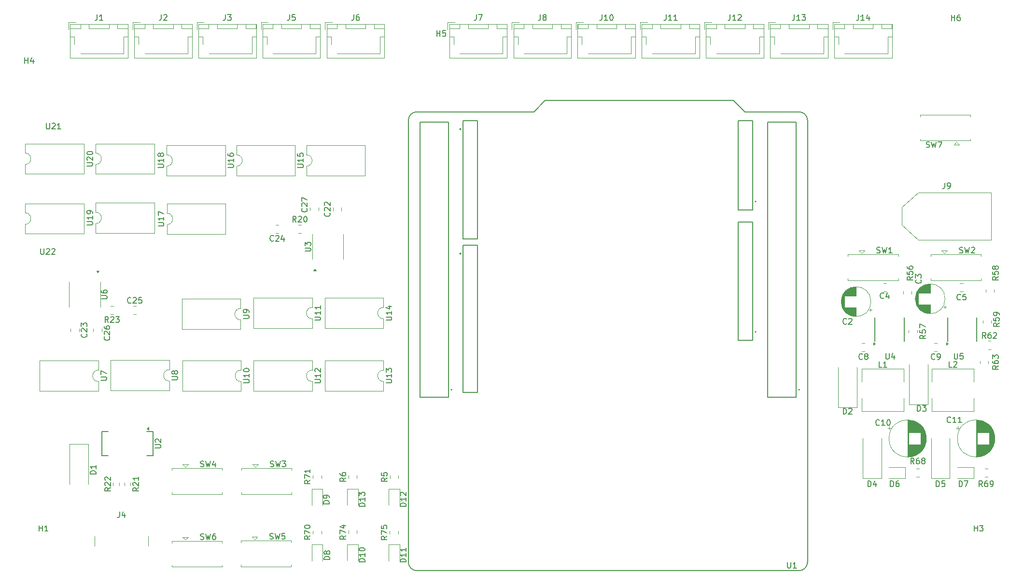
<source format=gbr>
%TF.GenerationSoftware,KiCad,Pcbnew,8.0.5*%
%TF.CreationDate,2024-10-01T19:03:58-07:00*%
%TF.ProjectId,MRIRobot_PCB,4d524952-6f62-46f7-945f-5043422e6b69,rev?*%
%TF.SameCoordinates,Original*%
%TF.FileFunction,Legend,Top*%
%TF.FilePolarity,Positive*%
%FSLAX46Y46*%
G04 Gerber Fmt 4.6, Leading zero omitted, Abs format (unit mm)*
G04 Created by KiCad (PCBNEW 8.0.5) date 2024-10-01 19:03:58*
%MOMM*%
%LPD*%
G01*
G04 APERTURE LIST*
%ADD10C,0.150000*%
%ADD11C,0.120000*%
%ADD12C,0.127000*%
%ADD13C,0.200000*%
G04 APERTURE END LIST*
D10*
X108179580Y-103430357D02*
X108227200Y-103477976D01*
X108227200Y-103477976D02*
X108274819Y-103620833D01*
X108274819Y-103620833D02*
X108274819Y-103716071D01*
X108274819Y-103716071D02*
X108227200Y-103858928D01*
X108227200Y-103858928D02*
X108131961Y-103954166D01*
X108131961Y-103954166D02*
X108036723Y-104001785D01*
X108036723Y-104001785D02*
X107846247Y-104049404D01*
X107846247Y-104049404D02*
X107703390Y-104049404D01*
X107703390Y-104049404D02*
X107512914Y-104001785D01*
X107512914Y-104001785D02*
X107417676Y-103954166D01*
X107417676Y-103954166D02*
X107322438Y-103858928D01*
X107322438Y-103858928D02*
X107274819Y-103716071D01*
X107274819Y-103716071D02*
X107274819Y-103620833D01*
X107274819Y-103620833D02*
X107322438Y-103477976D01*
X107322438Y-103477976D02*
X107370057Y-103430357D01*
X107370057Y-103049404D02*
X107322438Y-103001785D01*
X107322438Y-103001785D02*
X107274819Y-102906547D01*
X107274819Y-102906547D02*
X107274819Y-102668452D01*
X107274819Y-102668452D02*
X107322438Y-102573214D01*
X107322438Y-102573214D02*
X107370057Y-102525595D01*
X107370057Y-102525595D02*
X107465295Y-102477976D01*
X107465295Y-102477976D02*
X107560533Y-102477976D01*
X107560533Y-102477976D02*
X107703390Y-102525595D01*
X107703390Y-102525595D02*
X108274819Y-103097023D01*
X108274819Y-103097023D02*
X108274819Y-102477976D01*
X107370057Y-102097023D02*
X107322438Y-102049404D01*
X107322438Y-102049404D02*
X107274819Y-101954166D01*
X107274819Y-101954166D02*
X107274819Y-101716071D01*
X107274819Y-101716071D02*
X107322438Y-101620833D01*
X107322438Y-101620833D02*
X107370057Y-101573214D01*
X107370057Y-101573214D02*
X107465295Y-101525595D01*
X107465295Y-101525595D02*
X107560533Y-101525595D01*
X107560533Y-101525595D02*
X107703390Y-101573214D01*
X107703390Y-101573214D02*
X108274819Y-102144642D01*
X108274819Y-102144642D02*
X108274819Y-101525595D01*
X89916666Y-68654819D02*
X89916666Y-69369104D01*
X89916666Y-69369104D02*
X89869047Y-69511961D01*
X89869047Y-69511961D02*
X89773809Y-69607200D01*
X89773809Y-69607200D02*
X89630952Y-69654819D01*
X89630952Y-69654819D02*
X89535714Y-69654819D01*
X90297619Y-68654819D02*
X90916666Y-68654819D01*
X90916666Y-68654819D02*
X90583333Y-69035771D01*
X90583333Y-69035771D02*
X90726190Y-69035771D01*
X90726190Y-69035771D02*
X90821428Y-69083390D01*
X90821428Y-69083390D02*
X90869047Y-69131009D01*
X90869047Y-69131009D02*
X90916666Y-69226247D01*
X90916666Y-69226247D02*
X90916666Y-69464342D01*
X90916666Y-69464342D02*
X90869047Y-69559580D01*
X90869047Y-69559580D02*
X90821428Y-69607200D01*
X90821428Y-69607200D02*
X90726190Y-69654819D01*
X90726190Y-69654819D02*
X90440476Y-69654819D01*
X90440476Y-69654819D02*
X90345238Y-69607200D01*
X90345238Y-69607200D02*
X90297619Y-69559580D01*
X78074819Y-95478094D02*
X78884342Y-95478094D01*
X78884342Y-95478094D02*
X78979580Y-95430475D01*
X78979580Y-95430475D02*
X79027200Y-95382856D01*
X79027200Y-95382856D02*
X79074819Y-95287618D01*
X79074819Y-95287618D02*
X79074819Y-95097142D01*
X79074819Y-95097142D02*
X79027200Y-95001904D01*
X79027200Y-95001904D02*
X78979580Y-94954285D01*
X78979580Y-94954285D02*
X78884342Y-94906666D01*
X78884342Y-94906666D02*
X78074819Y-94906666D01*
X79074819Y-93906666D02*
X79074819Y-94478094D01*
X79074819Y-94192380D02*
X78074819Y-94192380D01*
X78074819Y-94192380D02*
X78217676Y-94287618D01*
X78217676Y-94287618D02*
X78312914Y-94382856D01*
X78312914Y-94382856D02*
X78360533Y-94478094D01*
X78503390Y-93335237D02*
X78455771Y-93430475D01*
X78455771Y-93430475D02*
X78408152Y-93478094D01*
X78408152Y-93478094D02*
X78312914Y-93525713D01*
X78312914Y-93525713D02*
X78265295Y-93525713D01*
X78265295Y-93525713D02*
X78170057Y-93478094D01*
X78170057Y-93478094D02*
X78122438Y-93430475D01*
X78122438Y-93430475D02*
X78074819Y-93335237D01*
X78074819Y-93335237D02*
X78074819Y-93144761D01*
X78074819Y-93144761D02*
X78122438Y-93049523D01*
X78122438Y-93049523D02*
X78170057Y-93001904D01*
X78170057Y-93001904D02*
X78265295Y-92954285D01*
X78265295Y-92954285D02*
X78312914Y-92954285D01*
X78312914Y-92954285D02*
X78408152Y-93001904D01*
X78408152Y-93001904D02*
X78455771Y-93049523D01*
X78455771Y-93049523D02*
X78503390Y-93144761D01*
X78503390Y-93144761D02*
X78503390Y-93335237D01*
X78503390Y-93335237D02*
X78551009Y-93430475D01*
X78551009Y-93430475D02*
X78598628Y-93478094D01*
X78598628Y-93478094D02*
X78693866Y-93525713D01*
X78693866Y-93525713D02*
X78884342Y-93525713D01*
X78884342Y-93525713D02*
X78979580Y-93478094D01*
X78979580Y-93478094D02*
X79027200Y-93430475D01*
X79027200Y-93430475D02*
X79074819Y-93335237D01*
X79074819Y-93335237D02*
X79074819Y-93144761D01*
X79074819Y-93144761D02*
X79027200Y-93049523D01*
X79027200Y-93049523D02*
X78979580Y-93001904D01*
X78979580Y-93001904D02*
X78884342Y-92954285D01*
X78884342Y-92954285D02*
X78693866Y-92954285D01*
X78693866Y-92954285D02*
X78598628Y-93001904D01*
X78598628Y-93001904D02*
X78551009Y-93049523D01*
X78551009Y-93049523D02*
X78503390Y-93144761D01*
X118084819Y-133248094D02*
X118894342Y-133248094D01*
X118894342Y-133248094D02*
X118989580Y-133200475D01*
X118989580Y-133200475D02*
X119037200Y-133152856D01*
X119037200Y-133152856D02*
X119084819Y-133057618D01*
X119084819Y-133057618D02*
X119084819Y-132867142D01*
X119084819Y-132867142D02*
X119037200Y-132771904D01*
X119037200Y-132771904D02*
X118989580Y-132724285D01*
X118989580Y-132724285D02*
X118894342Y-132676666D01*
X118894342Y-132676666D02*
X118084819Y-132676666D01*
X119084819Y-131676666D02*
X119084819Y-132248094D01*
X119084819Y-131962380D02*
X118084819Y-131962380D01*
X118084819Y-131962380D02*
X118227676Y-132057618D01*
X118227676Y-132057618D02*
X118322914Y-132152856D01*
X118322914Y-132152856D02*
X118370533Y-132248094D01*
X118084819Y-131343332D02*
X118084819Y-130724285D01*
X118084819Y-130724285D02*
X118465771Y-131057618D01*
X118465771Y-131057618D02*
X118465771Y-130914761D01*
X118465771Y-130914761D02*
X118513390Y-130819523D01*
X118513390Y-130819523D02*
X118561009Y-130771904D01*
X118561009Y-130771904D02*
X118656247Y-130724285D01*
X118656247Y-130724285D02*
X118894342Y-130724285D01*
X118894342Y-130724285D02*
X118989580Y-130771904D01*
X118989580Y-130771904D02*
X119037200Y-130819523D01*
X119037200Y-130819523D02*
X119084819Y-130914761D01*
X119084819Y-130914761D02*
X119084819Y-131200475D01*
X119084819Y-131200475D02*
X119037200Y-131295713D01*
X119037200Y-131295713D02*
X118989580Y-131343332D01*
X225454819Y-114642857D02*
X224978628Y-114976190D01*
X225454819Y-115214285D02*
X224454819Y-115214285D01*
X224454819Y-115214285D02*
X224454819Y-114833333D01*
X224454819Y-114833333D02*
X224502438Y-114738095D01*
X224502438Y-114738095D02*
X224550057Y-114690476D01*
X224550057Y-114690476D02*
X224645295Y-114642857D01*
X224645295Y-114642857D02*
X224788152Y-114642857D01*
X224788152Y-114642857D02*
X224883390Y-114690476D01*
X224883390Y-114690476D02*
X224931009Y-114738095D01*
X224931009Y-114738095D02*
X224978628Y-114833333D01*
X224978628Y-114833333D02*
X224978628Y-115214285D01*
X224454819Y-113738095D02*
X224454819Y-114214285D01*
X224454819Y-114214285D02*
X224931009Y-114261904D01*
X224931009Y-114261904D02*
X224883390Y-114214285D01*
X224883390Y-114214285D02*
X224835771Y-114119047D01*
X224835771Y-114119047D02*
X224835771Y-113880952D01*
X224835771Y-113880952D02*
X224883390Y-113785714D01*
X224883390Y-113785714D02*
X224931009Y-113738095D01*
X224931009Y-113738095D02*
X225026247Y-113690476D01*
X225026247Y-113690476D02*
X225264342Y-113690476D01*
X225264342Y-113690476D02*
X225359580Y-113738095D01*
X225359580Y-113738095D02*
X225407200Y-113785714D01*
X225407200Y-113785714D02*
X225454819Y-113880952D01*
X225454819Y-113880952D02*
X225454819Y-114119047D01*
X225454819Y-114119047D02*
X225407200Y-114214285D01*
X225407200Y-114214285D02*
X225359580Y-114261904D01*
X224883390Y-113119047D02*
X224835771Y-113214285D01*
X224835771Y-113214285D02*
X224788152Y-113261904D01*
X224788152Y-113261904D02*
X224692914Y-113309523D01*
X224692914Y-113309523D02*
X224645295Y-113309523D01*
X224645295Y-113309523D02*
X224550057Y-113261904D01*
X224550057Y-113261904D02*
X224502438Y-113214285D01*
X224502438Y-113214285D02*
X224454819Y-113119047D01*
X224454819Y-113119047D02*
X224454819Y-112928571D01*
X224454819Y-112928571D02*
X224502438Y-112833333D01*
X224502438Y-112833333D02*
X224550057Y-112785714D01*
X224550057Y-112785714D02*
X224645295Y-112738095D01*
X224645295Y-112738095D02*
X224692914Y-112738095D01*
X224692914Y-112738095D02*
X224788152Y-112785714D01*
X224788152Y-112785714D02*
X224835771Y-112833333D01*
X224835771Y-112833333D02*
X224883390Y-112928571D01*
X224883390Y-112928571D02*
X224883390Y-113119047D01*
X224883390Y-113119047D02*
X224931009Y-113214285D01*
X224931009Y-113214285D02*
X224978628Y-113261904D01*
X224978628Y-113261904D02*
X225073866Y-113309523D01*
X225073866Y-113309523D02*
X225264342Y-113309523D01*
X225264342Y-113309523D02*
X225359580Y-113261904D01*
X225359580Y-113261904D02*
X225407200Y-113214285D01*
X225407200Y-113214285D02*
X225454819Y-113119047D01*
X225454819Y-113119047D02*
X225454819Y-112928571D01*
X225454819Y-112928571D02*
X225407200Y-112833333D01*
X225407200Y-112833333D02*
X225359580Y-112785714D01*
X225359580Y-112785714D02*
X225264342Y-112738095D01*
X225264342Y-112738095D02*
X225073866Y-112738095D01*
X225073866Y-112738095D02*
X224978628Y-112785714D01*
X224978628Y-112785714D02*
X224931009Y-112833333D01*
X224931009Y-112833333D02*
X224883390Y-112928571D01*
X205738095Y-128072319D02*
X205738095Y-128881842D01*
X205738095Y-128881842D02*
X205785714Y-128977080D01*
X205785714Y-128977080D02*
X205833333Y-129024700D01*
X205833333Y-129024700D02*
X205928571Y-129072319D01*
X205928571Y-129072319D02*
X206119047Y-129072319D01*
X206119047Y-129072319D02*
X206214285Y-129024700D01*
X206214285Y-129024700D02*
X206261904Y-128977080D01*
X206261904Y-128977080D02*
X206309523Y-128881842D01*
X206309523Y-128881842D02*
X206309523Y-128072319D01*
X207214285Y-128405652D02*
X207214285Y-129072319D01*
X206976190Y-128024700D02*
X206738095Y-128738985D01*
X206738095Y-128738985D02*
X207357142Y-128738985D01*
X225454819Y-130260357D02*
X224978628Y-130593690D01*
X225454819Y-130831785D02*
X224454819Y-130831785D01*
X224454819Y-130831785D02*
X224454819Y-130450833D01*
X224454819Y-130450833D02*
X224502438Y-130355595D01*
X224502438Y-130355595D02*
X224550057Y-130307976D01*
X224550057Y-130307976D02*
X224645295Y-130260357D01*
X224645295Y-130260357D02*
X224788152Y-130260357D01*
X224788152Y-130260357D02*
X224883390Y-130307976D01*
X224883390Y-130307976D02*
X224931009Y-130355595D01*
X224931009Y-130355595D02*
X224978628Y-130450833D01*
X224978628Y-130450833D02*
X224978628Y-130831785D01*
X224454819Y-129403214D02*
X224454819Y-129593690D01*
X224454819Y-129593690D02*
X224502438Y-129688928D01*
X224502438Y-129688928D02*
X224550057Y-129736547D01*
X224550057Y-129736547D02*
X224692914Y-129831785D01*
X224692914Y-129831785D02*
X224883390Y-129879404D01*
X224883390Y-129879404D02*
X225264342Y-129879404D01*
X225264342Y-129879404D02*
X225359580Y-129831785D01*
X225359580Y-129831785D02*
X225407200Y-129784166D01*
X225407200Y-129784166D02*
X225454819Y-129688928D01*
X225454819Y-129688928D02*
X225454819Y-129498452D01*
X225454819Y-129498452D02*
X225407200Y-129403214D01*
X225407200Y-129403214D02*
X225359580Y-129355595D01*
X225359580Y-129355595D02*
X225264342Y-129307976D01*
X225264342Y-129307976D02*
X225026247Y-129307976D01*
X225026247Y-129307976D02*
X224931009Y-129355595D01*
X224931009Y-129355595D02*
X224883390Y-129403214D01*
X224883390Y-129403214D02*
X224835771Y-129498452D01*
X224835771Y-129498452D02*
X224835771Y-129688928D01*
X224835771Y-129688928D02*
X224883390Y-129784166D01*
X224883390Y-129784166D02*
X224931009Y-129831785D01*
X224931009Y-129831785D02*
X225026247Y-129879404D01*
X224454819Y-128974642D02*
X224454819Y-128355595D01*
X224454819Y-128355595D02*
X224835771Y-128688928D01*
X224835771Y-128688928D02*
X224835771Y-128546071D01*
X224835771Y-128546071D02*
X224883390Y-128450833D01*
X224883390Y-128450833D02*
X224931009Y-128403214D01*
X224931009Y-128403214D02*
X225026247Y-128355595D01*
X225026247Y-128355595D02*
X225264342Y-128355595D01*
X225264342Y-128355595D02*
X225359580Y-128403214D01*
X225359580Y-128403214D02*
X225407200Y-128450833D01*
X225407200Y-128450833D02*
X225454819Y-128546071D01*
X225454819Y-128546071D02*
X225454819Y-128831785D01*
X225454819Y-128831785D02*
X225407200Y-128927023D01*
X225407200Y-128927023D02*
X225359580Y-128974642D01*
X85556667Y-147917200D02*
X85699524Y-147964819D01*
X85699524Y-147964819D02*
X85937619Y-147964819D01*
X85937619Y-147964819D02*
X86032857Y-147917200D01*
X86032857Y-147917200D02*
X86080476Y-147869580D01*
X86080476Y-147869580D02*
X86128095Y-147774342D01*
X86128095Y-147774342D02*
X86128095Y-147679104D01*
X86128095Y-147679104D02*
X86080476Y-147583866D01*
X86080476Y-147583866D02*
X86032857Y-147536247D01*
X86032857Y-147536247D02*
X85937619Y-147488628D01*
X85937619Y-147488628D02*
X85747143Y-147441009D01*
X85747143Y-147441009D02*
X85651905Y-147393390D01*
X85651905Y-147393390D02*
X85604286Y-147345771D01*
X85604286Y-147345771D02*
X85556667Y-147250533D01*
X85556667Y-147250533D02*
X85556667Y-147155295D01*
X85556667Y-147155295D02*
X85604286Y-147060057D01*
X85604286Y-147060057D02*
X85651905Y-147012438D01*
X85651905Y-147012438D02*
X85747143Y-146964819D01*
X85747143Y-146964819D02*
X85985238Y-146964819D01*
X85985238Y-146964819D02*
X86128095Y-147012438D01*
X86461429Y-146964819D02*
X86699524Y-147964819D01*
X86699524Y-147964819D02*
X86890000Y-147250533D01*
X86890000Y-147250533D02*
X87080476Y-147964819D01*
X87080476Y-147964819D02*
X87318572Y-146964819D01*
X88128095Y-147298152D02*
X88128095Y-147964819D01*
X87890000Y-146917200D02*
X87651905Y-147631485D01*
X87651905Y-147631485D02*
X88270952Y-147631485D01*
X67204819Y-149238094D02*
X66204819Y-149238094D01*
X66204819Y-149238094D02*
X66204819Y-148999999D01*
X66204819Y-148999999D02*
X66252438Y-148857142D01*
X66252438Y-148857142D02*
X66347676Y-148761904D01*
X66347676Y-148761904D02*
X66442914Y-148714285D01*
X66442914Y-148714285D02*
X66633390Y-148666666D01*
X66633390Y-148666666D02*
X66776247Y-148666666D01*
X66776247Y-148666666D02*
X66966723Y-148714285D01*
X66966723Y-148714285D02*
X67061961Y-148761904D01*
X67061961Y-148761904D02*
X67157200Y-148857142D01*
X67157200Y-148857142D02*
X67204819Y-148999999D01*
X67204819Y-148999999D02*
X67204819Y-149238094D01*
X67204819Y-147714285D02*
X67204819Y-148285713D01*
X67204819Y-147999999D02*
X66204819Y-147999999D01*
X66204819Y-147999999D02*
X66347676Y-148095237D01*
X66347676Y-148095237D02*
X66442914Y-148190475D01*
X66442914Y-148190475D02*
X66490533Y-148285713D01*
X121604819Y-154901785D02*
X120604819Y-154901785D01*
X120604819Y-154901785D02*
X120604819Y-154663690D01*
X120604819Y-154663690D02*
X120652438Y-154520833D01*
X120652438Y-154520833D02*
X120747676Y-154425595D01*
X120747676Y-154425595D02*
X120842914Y-154377976D01*
X120842914Y-154377976D02*
X121033390Y-154330357D01*
X121033390Y-154330357D02*
X121176247Y-154330357D01*
X121176247Y-154330357D02*
X121366723Y-154377976D01*
X121366723Y-154377976D02*
X121461961Y-154425595D01*
X121461961Y-154425595D02*
X121557200Y-154520833D01*
X121557200Y-154520833D02*
X121604819Y-154663690D01*
X121604819Y-154663690D02*
X121604819Y-154901785D01*
X121604819Y-153377976D02*
X121604819Y-153949404D01*
X121604819Y-153663690D02*
X120604819Y-153663690D01*
X120604819Y-153663690D02*
X120747676Y-153758928D01*
X120747676Y-153758928D02*
X120842914Y-153854166D01*
X120842914Y-153854166D02*
X120890533Y-153949404D01*
X120700057Y-152997023D02*
X120652438Y-152949404D01*
X120652438Y-152949404D02*
X120604819Y-152854166D01*
X120604819Y-152854166D02*
X120604819Y-152616071D01*
X120604819Y-152616071D02*
X120652438Y-152520833D01*
X120652438Y-152520833D02*
X120700057Y-152473214D01*
X120700057Y-152473214D02*
X120795295Y-152425595D01*
X120795295Y-152425595D02*
X120890533Y-152425595D01*
X120890533Y-152425595D02*
X121033390Y-152473214D01*
X121033390Y-152473214D02*
X121604819Y-153044642D01*
X121604819Y-153044642D02*
X121604819Y-152425595D01*
X218579526Y-151454819D02*
X218579526Y-150454819D01*
X218579526Y-150454819D02*
X218817621Y-150454819D01*
X218817621Y-150454819D02*
X218960478Y-150502438D01*
X218960478Y-150502438D02*
X219055716Y-150597676D01*
X219055716Y-150597676D02*
X219103335Y-150692914D01*
X219103335Y-150692914D02*
X219150954Y-150883390D01*
X219150954Y-150883390D02*
X219150954Y-151026247D01*
X219150954Y-151026247D02*
X219103335Y-151216723D01*
X219103335Y-151216723D02*
X219055716Y-151311961D01*
X219055716Y-151311961D02*
X218960478Y-151407200D01*
X218960478Y-151407200D02*
X218817621Y-151454819D01*
X218817621Y-151454819D02*
X218579526Y-151454819D01*
X219484288Y-150454819D02*
X220150954Y-150454819D01*
X220150954Y-150454819D02*
X219722383Y-151454819D01*
X222674763Y-151454819D02*
X222341430Y-150978628D01*
X222103335Y-151454819D02*
X222103335Y-150454819D01*
X222103335Y-150454819D02*
X222484287Y-150454819D01*
X222484287Y-150454819D02*
X222579525Y-150502438D01*
X222579525Y-150502438D02*
X222627144Y-150550057D01*
X222627144Y-150550057D02*
X222674763Y-150645295D01*
X222674763Y-150645295D02*
X222674763Y-150788152D01*
X222674763Y-150788152D02*
X222627144Y-150883390D01*
X222627144Y-150883390D02*
X222579525Y-150931009D01*
X222579525Y-150931009D02*
X222484287Y-150978628D01*
X222484287Y-150978628D02*
X222103335Y-150978628D01*
X223531906Y-150454819D02*
X223341430Y-150454819D01*
X223341430Y-150454819D02*
X223246192Y-150502438D01*
X223246192Y-150502438D02*
X223198573Y-150550057D01*
X223198573Y-150550057D02*
X223103335Y-150692914D01*
X223103335Y-150692914D02*
X223055716Y-150883390D01*
X223055716Y-150883390D02*
X223055716Y-151264342D01*
X223055716Y-151264342D02*
X223103335Y-151359580D01*
X223103335Y-151359580D02*
X223150954Y-151407200D01*
X223150954Y-151407200D02*
X223246192Y-151454819D01*
X223246192Y-151454819D02*
X223436668Y-151454819D01*
X223436668Y-151454819D02*
X223531906Y-151407200D01*
X223531906Y-151407200D02*
X223579525Y-151359580D01*
X223579525Y-151359580D02*
X223627144Y-151264342D01*
X223627144Y-151264342D02*
X223627144Y-151026247D01*
X223627144Y-151026247D02*
X223579525Y-150931009D01*
X223579525Y-150931009D02*
X223531906Y-150883390D01*
X223531906Y-150883390D02*
X223436668Y-150835771D01*
X223436668Y-150835771D02*
X223246192Y-150835771D01*
X223246192Y-150835771D02*
X223150954Y-150883390D01*
X223150954Y-150883390D02*
X223103335Y-150931009D01*
X223103335Y-150931009D02*
X223055716Y-151026247D01*
X224103335Y-151454819D02*
X224293811Y-151454819D01*
X224293811Y-151454819D02*
X224389049Y-151407200D01*
X224389049Y-151407200D02*
X224436668Y-151359580D01*
X224436668Y-151359580D02*
X224531906Y-151216723D01*
X224531906Y-151216723D02*
X224579525Y-151026247D01*
X224579525Y-151026247D02*
X224579525Y-150645295D01*
X224579525Y-150645295D02*
X224531906Y-150550057D01*
X224531906Y-150550057D02*
X224484287Y-150502438D01*
X224484287Y-150502438D02*
X224389049Y-150454819D01*
X224389049Y-150454819D02*
X224198573Y-150454819D01*
X224198573Y-150454819D02*
X224103335Y-150502438D01*
X224103335Y-150502438D02*
X224055716Y-150550057D01*
X224055716Y-150550057D02*
X224008097Y-150645295D01*
X224008097Y-150645295D02*
X224008097Y-150883390D01*
X224008097Y-150883390D02*
X224055716Y-150978628D01*
X224055716Y-150978628D02*
X224103335Y-151026247D01*
X224103335Y-151026247D02*
X224198573Y-151073866D01*
X224198573Y-151073866D02*
X224389049Y-151073866D01*
X224389049Y-151073866D02*
X224484287Y-151026247D01*
X224484287Y-151026247D02*
X224531906Y-150978628D01*
X224531906Y-150978628D02*
X224579525Y-150883390D01*
X118084819Y-122248094D02*
X118894342Y-122248094D01*
X118894342Y-122248094D02*
X118989580Y-122200475D01*
X118989580Y-122200475D02*
X119037200Y-122152856D01*
X119037200Y-122152856D02*
X119084819Y-122057618D01*
X119084819Y-122057618D02*
X119084819Y-121867142D01*
X119084819Y-121867142D02*
X119037200Y-121771904D01*
X119037200Y-121771904D02*
X118989580Y-121724285D01*
X118989580Y-121724285D02*
X118894342Y-121676666D01*
X118894342Y-121676666D02*
X118084819Y-121676666D01*
X119084819Y-120676666D02*
X119084819Y-121248094D01*
X119084819Y-120962380D02*
X118084819Y-120962380D01*
X118084819Y-120962380D02*
X118227676Y-121057618D01*
X118227676Y-121057618D02*
X118322914Y-121152856D01*
X118322914Y-121152856D02*
X118370533Y-121248094D01*
X118418152Y-119819523D02*
X119084819Y-119819523D01*
X118037200Y-120057618D02*
X118751485Y-120295713D01*
X118751485Y-120295713D02*
X118751485Y-119676666D01*
X218656667Y-110417200D02*
X218799524Y-110464819D01*
X218799524Y-110464819D02*
X219037619Y-110464819D01*
X219037619Y-110464819D02*
X219132857Y-110417200D01*
X219132857Y-110417200D02*
X219180476Y-110369580D01*
X219180476Y-110369580D02*
X219228095Y-110274342D01*
X219228095Y-110274342D02*
X219228095Y-110179104D01*
X219228095Y-110179104D02*
X219180476Y-110083866D01*
X219180476Y-110083866D02*
X219132857Y-110036247D01*
X219132857Y-110036247D02*
X219037619Y-109988628D01*
X219037619Y-109988628D02*
X218847143Y-109941009D01*
X218847143Y-109941009D02*
X218751905Y-109893390D01*
X218751905Y-109893390D02*
X218704286Y-109845771D01*
X218704286Y-109845771D02*
X218656667Y-109750533D01*
X218656667Y-109750533D02*
X218656667Y-109655295D01*
X218656667Y-109655295D02*
X218704286Y-109560057D01*
X218704286Y-109560057D02*
X218751905Y-109512438D01*
X218751905Y-109512438D02*
X218847143Y-109464819D01*
X218847143Y-109464819D02*
X219085238Y-109464819D01*
X219085238Y-109464819D02*
X219228095Y-109512438D01*
X219561429Y-109464819D02*
X219799524Y-110464819D01*
X219799524Y-110464819D02*
X219990000Y-109750533D01*
X219990000Y-109750533D02*
X220180476Y-110464819D01*
X220180476Y-110464819D02*
X220418572Y-109464819D01*
X220751905Y-109560057D02*
X220799524Y-109512438D01*
X220799524Y-109512438D02*
X220894762Y-109464819D01*
X220894762Y-109464819D02*
X221132857Y-109464819D01*
X221132857Y-109464819D02*
X221228095Y-109512438D01*
X221228095Y-109512438D02*
X221275714Y-109560057D01*
X221275714Y-109560057D02*
X221323333Y-109655295D01*
X221323333Y-109655295D02*
X221323333Y-109750533D01*
X221323333Y-109750533D02*
X221275714Y-109893390D01*
X221275714Y-109893390D02*
X220704286Y-110464819D01*
X220704286Y-110464819D02*
X221323333Y-110464819D01*
X93084819Y-133248094D02*
X93894342Y-133248094D01*
X93894342Y-133248094D02*
X93989580Y-133200475D01*
X93989580Y-133200475D02*
X94037200Y-133152856D01*
X94037200Y-133152856D02*
X94084819Y-133057618D01*
X94084819Y-133057618D02*
X94084819Y-132867142D01*
X94084819Y-132867142D02*
X94037200Y-132771904D01*
X94037200Y-132771904D02*
X93989580Y-132724285D01*
X93989580Y-132724285D02*
X93894342Y-132676666D01*
X93894342Y-132676666D02*
X93084819Y-132676666D01*
X94084819Y-131676666D02*
X94084819Y-132248094D01*
X94084819Y-131962380D02*
X93084819Y-131962380D01*
X93084819Y-131962380D02*
X93227676Y-132057618D01*
X93227676Y-132057618D02*
X93322914Y-132152856D01*
X93322914Y-132152856D02*
X93370533Y-132248094D01*
X93084819Y-131057618D02*
X93084819Y-130962380D01*
X93084819Y-130962380D02*
X93132438Y-130867142D01*
X93132438Y-130867142D02*
X93180057Y-130819523D01*
X93180057Y-130819523D02*
X93275295Y-130771904D01*
X93275295Y-130771904D02*
X93465771Y-130724285D01*
X93465771Y-130724285D02*
X93703866Y-130724285D01*
X93703866Y-130724285D02*
X93894342Y-130771904D01*
X93894342Y-130771904D02*
X93989580Y-130819523D01*
X93989580Y-130819523D02*
X94037200Y-130867142D01*
X94037200Y-130867142D02*
X94084819Y-130962380D01*
X94084819Y-130962380D02*
X94084819Y-131057618D01*
X94084819Y-131057618D02*
X94037200Y-131152856D01*
X94037200Y-131152856D02*
X93989580Y-131200475D01*
X93989580Y-131200475D02*
X93894342Y-131248094D01*
X93894342Y-131248094D02*
X93703866Y-131295713D01*
X93703866Y-131295713D02*
X93465771Y-131295713D01*
X93465771Y-131295713D02*
X93275295Y-131248094D01*
X93275295Y-131248094D02*
X93180057Y-131200475D01*
X93180057Y-131200475D02*
X93132438Y-131152856D01*
X93132438Y-131152856D02*
X93084819Y-131057618D01*
X212826667Y-91897200D02*
X212969524Y-91944819D01*
X212969524Y-91944819D02*
X213207619Y-91944819D01*
X213207619Y-91944819D02*
X213302857Y-91897200D01*
X213302857Y-91897200D02*
X213350476Y-91849580D01*
X213350476Y-91849580D02*
X213398095Y-91754342D01*
X213398095Y-91754342D02*
X213398095Y-91659104D01*
X213398095Y-91659104D02*
X213350476Y-91563866D01*
X213350476Y-91563866D02*
X213302857Y-91516247D01*
X213302857Y-91516247D02*
X213207619Y-91468628D01*
X213207619Y-91468628D02*
X213017143Y-91421009D01*
X213017143Y-91421009D02*
X212921905Y-91373390D01*
X212921905Y-91373390D02*
X212874286Y-91325771D01*
X212874286Y-91325771D02*
X212826667Y-91230533D01*
X212826667Y-91230533D02*
X212826667Y-91135295D01*
X212826667Y-91135295D02*
X212874286Y-91040057D01*
X212874286Y-91040057D02*
X212921905Y-90992438D01*
X212921905Y-90992438D02*
X213017143Y-90944819D01*
X213017143Y-90944819D02*
X213255238Y-90944819D01*
X213255238Y-90944819D02*
X213398095Y-90992438D01*
X213731429Y-90944819D02*
X213969524Y-91944819D01*
X213969524Y-91944819D02*
X214160000Y-91230533D01*
X214160000Y-91230533D02*
X214350476Y-91944819D01*
X214350476Y-91944819D02*
X214588572Y-90944819D01*
X214874286Y-90944819D02*
X215540952Y-90944819D01*
X215540952Y-90944819D02*
X215112381Y-91944819D01*
X217107142Y-140109580D02*
X217059523Y-140157200D01*
X217059523Y-140157200D02*
X216916666Y-140204819D01*
X216916666Y-140204819D02*
X216821428Y-140204819D01*
X216821428Y-140204819D02*
X216678571Y-140157200D01*
X216678571Y-140157200D02*
X216583333Y-140061961D01*
X216583333Y-140061961D02*
X216535714Y-139966723D01*
X216535714Y-139966723D02*
X216488095Y-139776247D01*
X216488095Y-139776247D02*
X216488095Y-139633390D01*
X216488095Y-139633390D02*
X216535714Y-139442914D01*
X216535714Y-139442914D02*
X216583333Y-139347676D01*
X216583333Y-139347676D02*
X216678571Y-139252438D01*
X216678571Y-139252438D02*
X216821428Y-139204819D01*
X216821428Y-139204819D02*
X216916666Y-139204819D01*
X216916666Y-139204819D02*
X217059523Y-139252438D01*
X217059523Y-139252438D02*
X217107142Y-139300057D01*
X218059523Y-140204819D02*
X217488095Y-140204819D01*
X217773809Y-140204819D02*
X217773809Y-139204819D01*
X217773809Y-139204819D02*
X217678571Y-139347676D01*
X217678571Y-139347676D02*
X217583333Y-139442914D01*
X217583333Y-139442914D02*
X217488095Y-139490533D01*
X219011904Y-140204819D02*
X218440476Y-140204819D01*
X218726190Y-140204819D02*
X218726190Y-139204819D01*
X218726190Y-139204819D02*
X218630952Y-139347676D01*
X218630952Y-139347676D02*
X218535714Y-139442914D01*
X218535714Y-139442914D02*
X218440476Y-139490533D01*
X103879819Y-110149404D02*
X104689342Y-110149404D01*
X104689342Y-110149404D02*
X104784580Y-110101785D01*
X104784580Y-110101785D02*
X104832200Y-110054166D01*
X104832200Y-110054166D02*
X104879819Y-109958928D01*
X104879819Y-109958928D02*
X104879819Y-109768452D01*
X104879819Y-109768452D02*
X104832200Y-109673214D01*
X104832200Y-109673214D02*
X104784580Y-109625595D01*
X104784580Y-109625595D02*
X104689342Y-109577976D01*
X104689342Y-109577976D02*
X103879819Y-109577976D01*
X103879819Y-109197023D02*
X103879819Y-108577976D01*
X103879819Y-108577976D02*
X104260771Y-108911309D01*
X104260771Y-108911309D02*
X104260771Y-108768452D01*
X104260771Y-108768452D02*
X104308390Y-108673214D01*
X104308390Y-108673214D02*
X104356009Y-108625595D01*
X104356009Y-108625595D02*
X104451247Y-108577976D01*
X104451247Y-108577976D02*
X104689342Y-108577976D01*
X104689342Y-108577976D02*
X104784580Y-108625595D01*
X104784580Y-108625595D02*
X104832200Y-108673214D01*
X104832200Y-108673214D02*
X104879819Y-108768452D01*
X104879819Y-108768452D02*
X104879819Y-109054166D01*
X104879819Y-109054166D02*
X104832200Y-109149404D01*
X104832200Y-109149404D02*
X104784580Y-109197023D01*
X211859580Y-115166666D02*
X211907200Y-115214285D01*
X211907200Y-115214285D02*
X211954819Y-115357142D01*
X211954819Y-115357142D02*
X211954819Y-115452380D01*
X211954819Y-115452380D02*
X211907200Y-115595237D01*
X211907200Y-115595237D02*
X211811961Y-115690475D01*
X211811961Y-115690475D02*
X211716723Y-115738094D01*
X211716723Y-115738094D02*
X211526247Y-115785713D01*
X211526247Y-115785713D02*
X211383390Y-115785713D01*
X211383390Y-115785713D02*
X211192914Y-115738094D01*
X211192914Y-115738094D02*
X211097676Y-115690475D01*
X211097676Y-115690475D02*
X211002438Y-115595237D01*
X211002438Y-115595237D02*
X210954819Y-115452380D01*
X210954819Y-115452380D02*
X210954819Y-115357142D01*
X210954819Y-115357142D02*
X211002438Y-115214285D01*
X211002438Y-115214285D02*
X211050057Y-115166666D01*
X210954819Y-114833332D02*
X210954819Y-114214285D01*
X210954819Y-114214285D02*
X211335771Y-114547618D01*
X211335771Y-114547618D02*
X211335771Y-114404761D01*
X211335771Y-114404761D02*
X211383390Y-114309523D01*
X211383390Y-114309523D02*
X211431009Y-114261904D01*
X211431009Y-114261904D02*
X211526247Y-114214285D01*
X211526247Y-114214285D02*
X211764342Y-114214285D01*
X211764342Y-114214285D02*
X211859580Y-114261904D01*
X211859580Y-114261904D02*
X211907200Y-114309523D01*
X211907200Y-114309523D02*
X211954819Y-114404761D01*
X211954819Y-114404761D02*
X211954819Y-114690475D01*
X211954819Y-114690475D02*
X211907200Y-114785713D01*
X211907200Y-114785713D02*
X211859580Y-114833332D01*
X65539580Y-124642857D02*
X65587200Y-124690476D01*
X65587200Y-124690476D02*
X65634819Y-124833333D01*
X65634819Y-124833333D02*
X65634819Y-124928571D01*
X65634819Y-124928571D02*
X65587200Y-125071428D01*
X65587200Y-125071428D02*
X65491961Y-125166666D01*
X65491961Y-125166666D02*
X65396723Y-125214285D01*
X65396723Y-125214285D02*
X65206247Y-125261904D01*
X65206247Y-125261904D02*
X65063390Y-125261904D01*
X65063390Y-125261904D02*
X64872914Y-125214285D01*
X64872914Y-125214285D02*
X64777676Y-125166666D01*
X64777676Y-125166666D02*
X64682438Y-125071428D01*
X64682438Y-125071428D02*
X64634819Y-124928571D01*
X64634819Y-124928571D02*
X64634819Y-124833333D01*
X64634819Y-124833333D02*
X64682438Y-124690476D01*
X64682438Y-124690476D02*
X64730057Y-124642857D01*
X64730057Y-124261904D02*
X64682438Y-124214285D01*
X64682438Y-124214285D02*
X64634819Y-124119047D01*
X64634819Y-124119047D02*
X64634819Y-123880952D01*
X64634819Y-123880952D02*
X64682438Y-123785714D01*
X64682438Y-123785714D02*
X64730057Y-123738095D01*
X64730057Y-123738095D02*
X64825295Y-123690476D01*
X64825295Y-123690476D02*
X64920533Y-123690476D01*
X64920533Y-123690476D02*
X65063390Y-123738095D01*
X65063390Y-123738095D02*
X65634819Y-124309523D01*
X65634819Y-124309523D02*
X65634819Y-123690476D01*
X64634819Y-123357142D02*
X64634819Y-122738095D01*
X64634819Y-122738095D02*
X65015771Y-123071428D01*
X65015771Y-123071428D02*
X65015771Y-122928571D01*
X65015771Y-122928571D02*
X65063390Y-122833333D01*
X65063390Y-122833333D02*
X65111009Y-122785714D01*
X65111009Y-122785714D02*
X65206247Y-122738095D01*
X65206247Y-122738095D02*
X65444342Y-122738095D01*
X65444342Y-122738095D02*
X65539580Y-122785714D01*
X65539580Y-122785714D02*
X65587200Y-122833333D01*
X65587200Y-122833333D02*
X65634819Y-122928571D01*
X65634819Y-122928571D02*
X65634819Y-123214285D01*
X65634819Y-123214285D02*
X65587200Y-123309523D01*
X65587200Y-123309523D02*
X65539580Y-123357142D01*
X217738095Y-128072319D02*
X217738095Y-128881842D01*
X217738095Y-128881842D02*
X217785714Y-128977080D01*
X217785714Y-128977080D02*
X217833333Y-129024700D01*
X217833333Y-129024700D02*
X217928571Y-129072319D01*
X217928571Y-129072319D02*
X218119047Y-129072319D01*
X218119047Y-129072319D02*
X218214285Y-129024700D01*
X218214285Y-129024700D02*
X218261904Y-128977080D01*
X218261904Y-128977080D02*
X218309523Y-128881842D01*
X218309523Y-128881842D02*
X218309523Y-128072319D01*
X219261904Y-128072319D02*
X218785714Y-128072319D01*
X218785714Y-128072319D02*
X218738095Y-128548509D01*
X218738095Y-128548509D02*
X218785714Y-128500890D01*
X218785714Y-128500890D02*
X218880952Y-128453271D01*
X218880952Y-128453271D02*
X219119047Y-128453271D01*
X219119047Y-128453271D02*
X219214285Y-128500890D01*
X219214285Y-128500890D02*
X219261904Y-128548509D01*
X219261904Y-128548509D02*
X219309523Y-128643747D01*
X219309523Y-128643747D02*
X219309523Y-128881842D01*
X219309523Y-128881842D02*
X219261904Y-128977080D01*
X219261904Y-128977080D02*
X219214285Y-129024700D01*
X219214285Y-129024700D02*
X219119047Y-129072319D01*
X219119047Y-129072319D02*
X218880952Y-129072319D01*
X218880952Y-129072319D02*
X218785714Y-129024700D01*
X218785714Y-129024700D02*
X218738095Y-128977080D01*
X210687263Y-147454819D02*
X210353930Y-146978628D01*
X210115835Y-147454819D02*
X210115835Y-146454819D01*
X210115835Y-146454819D02*
X210496787Y-146454819D01*
X210496787Y-146454819D02*
X210592025Y-146502438D01*
X210592025Y-146502438D02*
X210639644Y-146550057D01*
X210639644Y-146550057D02*
X210687263Y-146645295D01*
X210687263Y-146645295D02*
X210687263Y-146788152D01*
X210687263Y-146788152D02*
X210639644Y-146883390D01*
X210639644Y-146883390D02*
X210592025Y-146931009D01*
X210592025Y-146931009D02*
X210496787Y-146978628D01*
X210496787Y-146978628D02*
X210115835Y-146978628D01*
X211544406Y-146454819D02*
X211353930Y-146454819D01*
X211353930Y-146454819D02*
X211258692Y-146502438D01*
X211258692Y-146502438D02*
X211211073Y-146550057D01*
X211211073Y-146550057D02*
X211115835Y-146692914D01*
X211115835Y-146692914D02*
X211068216Y-146883390D01*
X211068216Y-146883390D02*
X211068216Y-147264342D01*
X211068216Y-147264342D02*
X211115835Y-147359580D01*
X211115835Y-147359580D02*
X211163454Y-147407200D01*
X211163454Y-147407200D02*
X211258692Y-147454819D01*
X211258692Y-147454819D02*
X211449168Y-147454819D01*
X211449168Y-147454819D02*
X211544406Y-147407200D01*
X211544406Y-147407200D02*
X211592025Y-147359580D01*
X211592025Y-147359580D02*
X211639644Y-147264342D01*
X211639644Y-147264342D02*
X211639644Y-147026247D01*
X211639644Y-147026247D02*
X211592025Y-146931009D01*
X211592025Y-146931009D02*
X211544406Y-146883390D01*
X211544406Y-146883390D02*
X211449168Y-146835771D01*
X211449168Y-146835771D02*
X211258692Y-146835771D01*
X211258692Y-146835771D02*
X211163454Y-146883390D01*
X211163454Y-146883390D02*
X211115835Y-146931009D01*
X211115835Y-146931009D02*
X211068216Y-147026247D01*
X212211073Y-146883390D02*
X212115835Y-146835771D01*
X212115835Y-146835771D02*
X212068216Y-146788152D01*
X212068216Y-146788152D02*
X212020597Y-146692914D01*
X212020597Y-146692914D02*
X212020597Y-146645295D01*
X212020597Y-146645295D02*
X212068216Y-146550057D01*
X212068216Y-146550057D02*
X212115835Y-146502438D01*
X212115835Y-146502438D02*
X212211073Y-146454819D01*
X212211073Y-146454819D02*
X212401549Y-146454819D01*
X212401549Y-146454819D02*
X212496787Y-146502438D01*
X212496787Y-146502438D02*
X212544406Y-146550057D01*
X212544406Y-146550057D02*
X212592025Y-146645295D01*
X212592025Y-146645295D02*
X212592025Y-146692914D01*
X212592025Y-146692914D02*
X212544406Y-146788152D01*
X212544406Y-146788152D02*
X212496787Y-146835771D01*
X212496787Y-146835771D02*
X212401549Y-146883390D01*
X212401549Y-146883390D02*
X212211073Y-146883390D01*
X212211073Y-146883390D02*
X212115835Y-146931009D01*
X212115835Y-146931009D02*
X212068216Y-146978628D01*
X212068216Y-146978628D02*
X212020597Y-147073866D01*
X212020597Y-147073866D02*
X212020597Y-147264342D01*
X212020597Y-147264342D02*
X212068216Y-147359580D01*
X212068216Y-147359580D02*
X212115835Y-147407200D01*
X212115835Y-147407200D02*
X212211073Y-147454819D01*
X212211073Y-147454819D02*
X212401549Y-147454819D01*
X212401549Y-147454819D02*
X212496787Y-147407200D01*
X212496787Y-147407200D02*
X212544406Y-147359580D01*
X212544406Y-147359580D02*
X212592025Y-147264342D01*
X212592025Y-147264342D02*
X212592025Y-147073866D01*
X212592025Y-147073866D02*
X212544406Y-146978628D01*
X212544406Y-146978628D02*
X212496787Y-146931009D01*
X212496787Y-146931009D02*
X212401549Y-146883390D01*
X111024819Y-149916666D02*
X110548628Y-150249999D01*
X111024819Y-150488094D02*
X110024819Y-150488094D01*
X110024819Y-150488094D02*
X110024819Y-150107142D01*
X110024819Y-150107142D02*
X110072438Y-150011904D01*
X110072438Y-150011904D02*
X110120057Y-149964285D01*
X110120057Y-149964285D02*
X110215295Y-149916666D01*
X110215295Y-149916666D02*
X110358152Y-149916666D01*
X110358152Y-149916666D02*
X110453390Y-149964285D01*
X110453390Y-149964285D02*
X110501009Y-150011904D01*
X110501009Y-150011904D02*
X110548628Y-150107142D01*
X110548628Y-150107142D02*
X110548628Y-150488094D01*
X110024819Y-149059523D02*
X110024819Y-149249999D01*
X110024819Y-149249999D02*
X110072438Y-149345237D01*
X110072438Y-149345237D02*
X110120057Y-149392856D01*
X110120057Y-149392856D02*
X110262914Y-149488094D01*
X110262914Y-149488094D02*
X110453390Y-149535713D01*
X110453390Y-149535713D02*
X110834342Y-149535713D01*
X110834342Y-149535713D02*
X110929580Y-149488094D01*
X110929580Y-149488094D02*
X110977200Y-149440475D01*
X110977200Y-149440475D02*
X111024819Y-149345237D01*
X111024819Y-149345237D02*
X111024819Y-149154761D01*
X111024819Y-149154761D02*
X110977200Y-149059523D01*
X110977200Y-149059523D02*
X110929580Y-149011904D01*
X110929580Y-149011904D02*
X110834342Y-148964285D01*
X110834342Y-148964285D02*
X110596247Y-148964285D01*
X110596247Y-148964285D02*
X110501009Y-149011904D01*
X110501009Y-149011904D02*
X110453390Y-149059523D01*
X110453390Y-149059523D02*
X110405771Y-149154761D01*
X110405771Y-149154761D02*
X110405771Y-149345237D01*
X110405771Y-149345237D02*
X110453390Y-149440475D01*
X110453390Y-149440475D02*
X110501009Y-149488094D01*
X110501009Y-149488094D02*
X110596247Y-149535713D01*
X202579526Y-151454819D02*
X202579526Y-150454819D01*
X202579526Y-150454819D02*
X202817621Y-150454819D01*
X202817621Y-150454819D02*
X202960478Y-150502438D01*
X202960478Y-150502438D02*
X203055716Y-150597676D01*
X203055716Y-150597676D02*
X203103335Y-150692914D01*
X203103335Y-150692914D02*
X203150954Y-150883390D01*
X203150954Y-150883390D02*
X203150954Y-151026247D01*
X203150954Y-151026247D02*
X203103335Y-151216723D01*
X203103335Y-151216723D02*
X203055716Y-151311961D01*
X203055716Y-151311961D02*
X202960478Y-151407200D01*
X202960478Y-151407200D02*
X202817621Y-151454819D01*
X202817621Y-151454819D02*
X202579526Y-151454819D01*
X204008097Y-150788152D02*
X204008097Y-151454819D01*
X203770002Y-150407200D02*
X203531907Y-151121485D01*
X203531907Y-151121485D02*
X204150954Y-151121485D01*
X78666666Y-68654819D02*
X78666666Y-69369104D01*
X78666666Y-69369104D02*
X78619047Y-69511961D01*
X78619047Y-69511961D02*
X78523809Y-69607200D01*
X78523809Y-69607200D02*
X78380952Y-69654819D01*
X78380952Y-69654819D02*
X78285714Y-69654819D01*
X79095238Y-68750057D02*
X79142857Y-68702438D01*
X79142857Y-68702438D02*
X79238095Y-68654819D01*
X79238095Y-68654819D02*
X79476190Y-68654819D01*
X79476190Y-68654819D02*
X79571428Y-68702438D01*
X79571428Y-68702438D02*
X79619047Y-68750057D01*
X79619047Y-68750057D02*
X79666666Y-68845295D01*
X79666666Y-68845295D02*
X79666666Y-68940533D01*
X79666666Y-68940533D02*
X79619047Y-69083390D01*
X79619047Y-69083390D02*
X79047619Y-69654819D01*
X79047619Y-69654819D02*
X79666666Y-69654819D01*
X97806667Y-147917200D02*
X97949524Y-147964819D01*
X97949524Y-147964819D02*
X98187619Y-147964819D01*
X98187619Y-147964819D02*
X98282857Y-147917200D01*
X98282857Y-147917200D02*
X98330476Y-147869580D01*
X98330476Y-147869580D02*
X98378095Y-147774342D01*
X98378095Y-147774342D02*
X98378095Y-147679104D01*
X98378095Y-147679104D02*
X98330476Y-147583866D01*
X98330476Y-147583866D02*
X98282857Y-147536247D01*
X98282857Y-147536247D02*
X98187619Y-147488628D01*
X98187619Y-147488628D02*
X97997143Y-147441009D01*
X97997143Y-147441009D02*
X97901905Y-147393390D01*
X97901905Y-147393390D02*
X97854286Y-147345771D01*
X97854286Y-147345771D02*
X97806667Y-147250533D01*
X97806667Y-147250533D02*
X97806667Y-147155295D01*
X97806667Y-147155295D02*
X97854286Y-147060057D01*
X97854286Y-147060057D02*
X97901905Y-147012438D01*
X97901905Y-147012438D02*
X97997143Y-146964819D01*
X97997143Y-146964819D02*
X98235238Y-146964819D01*
X98235238Y-146964819D02*
X98378095Y-147012438D01*
X98711429Y-146964819D02*
X98949524Y-147964819D01*
X98949524Y-147964819D02*
X99140000Y-147250533D01*
X99140000Y-147250533D02*
X99330476Y-147964819D01*
X99330476Y-147964819D02*
X99568572Y-146964819D01*
X99854286Y-146964819D02*
X100473333Y-146964819D01*
X100473333Y-146964819D02*
X100140000Y-147345771D01*
X100140000Y-147345771D02*
X100282857Y-147345771D01*
X100282857Y-147345771D02*
X100378095Y-147393390D01*
X100378095Y-147393390D02*
X100425714Y-147441009D01*
X100425714Y-147441009D02*
X100473333Y-147536247D01*
X100473333Y-147536247D02*
X100473333Y-147774342D01*
X100473333Y-147774342D02*
X100425714Y-147869580D01*
X100425714Y-147869580D02*
X100378095Y-147917200D01*
X100378095Y-147917200D02*
X100282857Y-147964819D01*
X100282857Y-147964819D02*
X99997143Y-147964819D01*
X99997143Y-147964819D02*
X99901905Y-147917200D01*
X99901905Y-147917200D02*
X99854286Y-147869580D01*
X80534819Y-132701904D02*
X81344342Y-132701904D01*
X81344342Y-132701904D02*
X81439580Y-132654285D01*
X81439580Y-132654285D02*
X81487200Y-132606666D01*
X81487200Y-132606666D02*
X81534819Y-132511428D01*
X81534819Y-132511428D02*
X81534819Y-132320952D01*
X81534819Y-132320952D02*
X81487200Y-132225714D01*
X81487200Y-132225714D02*
X81439580Y-132178095D01*
X81439580Y-132178095D02*
X81344342Y-132130476D01*
X81344342Y-132130476D02*
X80534819Y-132130476D01*
X80963390Y-131511428D02*
X80915771Y-131606666D01*
X80915771Y-131606666D02*
X80868152Y-131654285D01*
X80868152Y-131654285D02*
X80772914Y-131701904D01*
X80772914Y-131701904D02*
X80725295Y-131701904D01*
X80725295Y-131701904D02*
X80630057Y-131654285D01*
X80630057Y-131654285D02*
X80582438Y-131606666D01*
X80582438Y-131606666D02*
X80534819Y-131511428D01*
X80534819Y-131511428D02*
X80534819Y-131320952D01*
X80534819Y-131320952D02*
X80582438Y-131225714D01*
X80582438Y-131225714D02*
X80630057Y-131178095D01*
X80630057Y-131178095D02*
X80725295Y-131130476D01*
X80725295Y-131130476D02*
X80772914Y-131130476D01*
X80772914Y-131130476D02*
X80868152Y-131178095D01*
X80868152Y-131178095D02*
X80915771Y-131225714D01*
X80915771Y-131225714D02*
X80963390Y-131320952D01*
X80963390Y-131320952D02*
X80963390Y-131511428D01*
X80963390Y-131511428D02*
X81011009Y-131606666D01*
X81011009Y-131606666D02*
X81058628Y-131654285D01*
X81058628Y-131654285D02*
X81153866Y-131701904D01*
X81153866Y-131701904D02*
X81344342Y-131701904D01*
X81344342Y-131701904D02*
X81439580Y-131654285D01*
X81439580Y-131654285D02*
X81487200Y-131606666D01*
X81487200Y-131606666D02*
X81534819Y-131511428D01*
X81534819Y-131511428D02*
X81534819Y-131320952D01*
X81534819Y-131320952D02*
X81487200Y-131225714D01*
X81487200Y-131225714D02*
X81439580Y-131178095D01*
X81439580Y-131178095D02*
X81344342Y-131130476D01*
X81344342Y-131130476D02*
X81153866Y-131130476D01*
X81153866Y-131130476D02*
X81058628Y-131178095D01*
X81058628Y-131178095D02*
X81011009Y-131225714D01*
X81011009Y-131225714D02*
X80963390Y-131320952D01*
X126988095Y-72454819D02*
X126988095Y-71454819D01*
X126988095Y-71931009D02*
X127559523Y-71931009D01*
X127559523Y-72454819D02*
X127559523Y-71454819D01*
X128511904Y-71454819D02*
X128035714Y-71454819D01*
X128035714Y-71454819D02*
X127988095Y-71931009D01*
X127988095Y-71931009D02*
X128035714Y-71883390D01*
X128035714Y-71883390D02*
X128130952Y-71835771D01*
X128130952Y-71835771D02*
X128369047Y-71835771D01*
X128369047Y-71835771D02*
X128464285Y-71883390D01*
X128464285Y-71883390D02*
X128511904Y-71931009D01*
X128511904Y-71931009D02*
X128559523Y-72026247D01*
X128559523Y-72026247D02*
X128559523Y-72264342D01*
X128559523Y-72264342D02*
X128511904Y-72359580D01*
X128511904Y-72359580D02*
X128464285Y-72407200D01*
X128464285Y-72407200D02*
X128369047Y-72454819D01*
X128369047Y-72454819D02*
X128130952Y-72454819D01*
X128130952Y-72454819D02*
X128035714Y-72407200D01*
X128035714Y-72407200D02*
X127988095Y-72359580D01*
X188488095Y-164704819D02*
X188488095Y-165514342D01*
X188488095Y-165514342D02*
X188535714Y-165609580D01*
X188535714Y-165609580D02*
X188583333Y-165657200D01*
X188583333Y-165657200D02*
X188678571Y-165704819D01*
X188678571Y-165704819D02*
X188869047Y-165704819D01*
X188869047Y-165704819D02*
X188964285Y-165657200D01*
X188964285Y-165657200D02*
X189011904Y-165609580D01*
X189011904Y-165609580D02*
X189059523Y-165514342D01*
X189059523Y-165514342D02*
X189059523Y-164704819D01*
X190059523Y-165704819D02*
X189488095Y-165704819D01*
X189773809Y-165704819D02*
X189773809Y-164704819D01*
X189773809Y-164704819D02*
X189678571Y-164847676D01*
X189678571Y-164847676D02*
X189583333Y-164942914D01*
X189583333Y-164942914D02*
X189488095Y-164990533D01*
X102574819Y-95478094D02*
X103384342Y-95478094D01*
X103384342Y-95478094D02*
X103479580Y-95430475D01*
X103479580Y-95430475D02*
X103527200Y-95382856D01*
X103527200Y-95382856D02*
X103574819Y-95287618D01*
X103574819Y-95287618D02*
X103574819Y-95097142D01*
X103574819Y-95097142D02*
X103527200Y-95001904D01*
X103527200Y-95001904D02*
X103479580Y-94954285D01*
X103479580Y-94954285D02*
X103384342Y-94906666D01*
X103384342Y-94906666D02*
X102574819Y-94906666D01*
X103574819Y-93906666D02*
X103574819Y-94478094D01*
X103574819Y-94192380D02*
X102574819Y-94192380D01*
X102574819Y-94192380D02*
X102717676Y-94287618D01*
X102717676Y-94287618D02*
X102812914Y-94382856D01*
X102812914Y-94382856D02*
X102860533Y-94478094D01*
X102574819Y-93001904D02*
X102574819Y-93478094D01*
X102574819Y-93478094D02*
X103051009Y-93525713D01*
X103051009Y-93525713D02*
X103003390Y-93478094D01*
X103003390Y-93478094D02*
X102955771Y-93382856D01*
X102955771Y-93382856D02*
X102955771Y-93144761D01*
X102955771Y-93144761D02*
X103003390Y-93049523D01*
X103003390Y-93049523D02*
X103051009Y-93001904D01*
X103051009Y-93001904D02*
X103146247Y-92954285D01*
X103146247Y-92954285D02*
X103384342Y-92954285D01*
X103384342Y-92954285D02*
X103479580Y-93001904D01*
X103479580Y-93001904D02*
X103527200Y-93049523D01*
X103527200Y-93049523D02*
X103574819Y-93144761D01*
X103574819Y-93144761D02*
X103574819Y-93382856D01*
X103574819Y-93382856D02*
X103527200Y-93478094D01*
X103527200Y-93478094D02*
X103479580Y-93525713D01*
X210454819Y-114642857D02*
X209978628Y-114976190D01*
X210454819Y-115214285D02*
X209454819Y-115214285D01*
X209454819Y-115214285D02*
X209454819Y-114833333D01*
X209454819Y-114833333D02*
X209502438Y-114738095D01*
X209502438Y-114738095D02*
X209550057Y-114690476D01*
X209550057Y-114690476D02*
X209645295Y-114642857D01*
X209645295Y-114642857D02*
X209788152Y-114642857D01*
X209788152Y-114642857D02*
X209883390Y-114690476D01*
X209883390Y-114690476D02*
X209931009Y-114738095D01*
X209931009Y-114738095D02*
X209978628Y-114833333D01*
X209978628Y-114833333D02*
X209978628Y-115214285D01*
X209454819Y-113738095D02*
X209454819Y-114214285D01*
X209454819Y-114214285D02*
X209931009Y-114261904D01*
X209931009Y-114261904D02*
X209883390Y-114214285D01*
X209883390Y-114214285D02*
X209835771Y-114119047D01*
X209835771Y-114119047D02*
X209835771Y-113880952D01*
X209835771Y-113880952D02*
X209883390Y-113785714D01*
X209883390Y-113785714D02*
X209931009Y-113738095D01*
X209931009Y-113738095D02*
X210026247Y-113690476D01*
X210026247Y-113690476D02*
X210264342Y-113690476D01*
X210264342Y-113690476D02*
X210359580Y-113738095D01*
X210359580Y-113738095D02*
X210407200Y-113785714D01*
X210407200Y-113785714D02*
X210454819Y-113880952D01*
X210454819Y-113880952D02*
X210454819Y-114119047D01*
X210454819Y-114119047D02*
X210407200Y-114214285D01*
X210407200Y-114214285D02*
X210359580Y-114261904D01*
X209454819Y-112833333D02*
X209454819Y-113023809D01*
X209454819Y-113023809D02*
X209502438Y-113119047D01*
X209502438Y-113119047D02*
X209550057Y-113166666D01*
X209550057Y-113166666D02*
X209692914Y-113261904D01*
X209692914Y-113261904D02*
X209883390Y-113309523D01*
X209883390Y-113309523D02*
X210264342Y-113309523D01*
X210264342Y-113309523D02*
X210359580Y-113261904D01*
X210359580Y-113261904D02*
X210407200Y-113214285D01*
X210407200Y-113214285D02*
X210454819Y-113119047D01*
X210454819Y-113119047D02*
X210454819Y-112928571D01*
X210454819Y-112928571D02*
X210407200Y-112833333D01*
X210407200Y-112833333D02*
X210359580Y-112785714D01*
X210359580Y-112785714D02*
X210264342Y-112738095D01*
X210264342Y-112738095D02*
X210026247Y-112738095D01*
X210026247Y-112738095D02*
X209931009Y-112785714D01*
X209931009Y-112785714D02*
X209883390Y-112833333D01*
X209883390Y-112833333D02*
X209835771Y-112928571D01*
X209835771Y-112928571D02*
X209835771Y-113119047D01*
X209835771Y-113119047D02*
X209883390Y-113214285D01*
X209883390Y-113214285D02*
X209931009Y-113261904D01*
X209931009Y-113261904D02*
X210026247Y-113309523D01*
X223269642Y-125422319D02*
X222936309Y-124946128D01*
X222698214Y-125422319D02*
X222698214Y-124422319D01*
X222698214Y-124422319D02*
X223079166Y-124422319D01*
X223079166Y-124422319D02*
X223174404Y-124469938D01*
X223174404Y-124469938D02*
X223222023Y-124517557D01*
X223222023Y-124517557D02*
X223269642Y-124612795D01*
X223269642Y-124612795D02*
X223269642Y-124755652D01*
X223269642Y-124755652D02*
X223222023Y-124850890D01*
X223222023Y-124850890D02*
X223174404Y-124898509D01*
X223174404Y-124898509D02*
X223079166Y-124946128D01*
X223079166Y-124946128D02*
X222698214Y-124946128D01*
X224126785Y-124422319D02*
X223936309Y-124422319D01*
X223936309Y-124422319D02*
X223841071Y-124469938D01*
X223841071Y-124469938D02*
X223793452Y-124517557D01*
X223793452Y-124517557D02*
X223698214Y-124660414D01*
X223698214Y-124660414D02*
X223650595Y-124850890D01*
X223650595Y-124850890D02*
X223650595Y-125231842D01*
X223650595Y-125231842D02*
X223698214Y-125327080D01*
X223698214Y-125327080D02*
X223745833Y-125374700D01*
X223745833Y-125374700D02*
X223841071Y-125422319D01*
X223841071Y-125422319D02*
X224031547Y-125422319D01*
X224031547Y-125422319D02*
X224126785Y-125374700D01*
X224126785Y-125374700D02*
X224174404Y-125327080D01*
X224174404Y-125327080D02*
X224222023Y-125231842D01*
X224222023Y-125231842D02*
X224222023Y-124993747D01*
X224222023Y-124993747D02*
X224174404Y-124898509D01*
X224174404Y-124898509D02*
X224126785Y-124850890D01*
X224126785Y-124850890D02*
X224031547Y-124803271D01*
X224031547Y-124803271D02*
X223841071Y-124803271D01*
X223841071Y-124803271D02*
X223745833Y-124850890D01*
X223745833Y-124850890D02*
X223698214Y-124898509D01*
X223698214Y-124898509D02*
X223650595Y-124993747D01*
X224602976Y-124517557D02*
X224650595Y-124469938D01*
X224650595Y-124469938D02*
X224745833Y-124422319D01*
X224745833Y-124422319D02*
X224983928Y-124422319D01*
X224983928Y-124422319D02*
X225079166Y-124469938D01*
X225079166Y-124469938D02*
X225126785Y-124517557D01*
X225126785Y-124517557D02*
X225174404Y-124612795D01*
X225174404Y-124612795D02*
X225174404Y-124708033D01*
X225174404Y-124708033D02*
X225126785Y-124850890D01*
X225126785Y-124850890D02*
X224555357Y-125422319D01*
X224555357Y-125422319D02*
X225174404Y-125422319D01*
X204607142Y-140609580D02*
X204559523Y-140657200D01*
X204559523Y-140657200D02*
X204416666Y-140704819D01*
X204416666Y-140704819D02*
X204321428Y-140704819D01*
X204321428Y-140704819D02*
X204178571Y-140657200D01*
X204178571Y-140657200D02*
X204083333Y-140561961D01*
X204083333Y-140561961D02*
X204035714Y-140466723D01*
X204035714Y-140466723D02*
X203988095Y-140276247D01*
X203988095Y-140276247D02*
X203988095Y-140133390D01*
X203988095Y-140133390D02*
X204035714Y-139942914D01*
X204035714Y-139942914D02*
X204083333Y-139847676D01*
X204083333Y-139847676D02*
X204178571Y-139752438D01*
X204178571Y-139752438D02*
X204321428Y-139704819D01*
X204321428Y-139704819D02*
X204416666Y-139704819D01*
X204416666Y-139704819D02*
X204559523Y-139752438D01*
X204559523Y-139752438D02*
X204607142Y-139800057D01*
X205559523Y-140704819D02*
X204988095Y-140704819D01*
X205273809Y-140704819D02*
X205273809Y-139704819D01*
X205273809Y-139704819D02*
X205178571Y-139847676D01*
X205178571Y-139847676D02*
X205083333Y-139942914D01*
X205083333Y-139942914D02*
X204988095Y-139990533D01*
X206178571Y-139704819D02*
X206273809Y-139704819D01*
X206273809Y-139704819D02*
X206369047Y-139752438D01*
X206369047Y-139752438D02*
X206416666Y-139800057D01*
X206416666Y-139800057D02*
X206464285Y-139895295D01*
X206464285Y-139895295D02*
X206511904Y-140085771D01*
X206511904Y-140085771D02*
X206511904Y-140323866D01*
X206511904Y-140323866D02*
X206464285Y-140514342D01*
X206464285Y-140514342D02*
X206416666Y-140609580D01*
X206416666Y-140609580D02*
X206369047Y-140657200D01*
X206369047Y-140657200D02*
X206273809Y-140704819D01*
X206273809Y-140704819D02*
X206178571Y-140704819D01*
X206178571Y-140704819D02*
X206083333Y-140657200D01*
X206083333Y-140657200D02*
X206035714Y-140609580D01*
X206035714Y-140609580D02*
X205988095Y-140514342D01*
X205988095Y-140514342D02*
X205940476Y-140323866D01*
X205940476Y-140323866D02*
X205940476Y-140085771D01*
X205940476Y-140085771D02*
X205988095Y-139895295D01*
X205988095Y-139895295D02*
X206035714Y-139800057D01*
X206035714Y-139800057D02*
X206083333Y-139752438D01*
X206083333Y-139752438D02*
X206178571Y-139704819D01*
X65624819Y-95178094D02*
X66434342Y-95178094D01*
X66434342Y-95178094D02*
X66529580Y-95130475D01*
X66529580Y-95130475D02*
X66577200Y-95082856D01*
X66577200Y-95082856D02*
X66624819Y-94987618D01*
X66624819Y-94987618D02*
X66624819Y-94797142D01*
X66624819Y-94797142D02*
X66577200Y-94701904D01*
X66577200Y-94701904D02*
X66529580Y-94654285D01*
X66529580Y-94654285D02*
X66434342Y-94606666D01*
X66434342Y-94606666D02*
X65624819Y-94606666D01*
X65720057Y-94178094D02*
X65672438Y-94130475D01*
X65672438Y-94130475D02*
X65624819Y-94035237D01*
X65624819Y-94035237D02*
X65624819Y-93797142D01*
X65624819Y-93797142D02*
X65672438Y-93701904D01*
X65672438Y-93701904D02*
X65720057Y-93654285D01*
X65720057Y-93654285D02*
X65815295Y-93606666D01*
X65815295Y-93606666D02*
X65910533Y-93606666D01*
X65910533Y-93606666D02*
X66053390Y-93654285D01*
X66053390Y-93654285D02*
X66624819Y-94225713D01*
X66624819Y-94225713D02*
X66624819Y-93606666D01*
X65624819Y-92987618D02*
X65624819Y-92892380D01*
X65624819Y-92892380D02*
X65672438Y-92797142D01*
X65672438Y-92797142D02*
X65720057Y-92749523D01*
X65720057Y-92749523D02*
X65815295Y-92701904D01*
X65815295Y-92701904D02*
X66005771Y-92654285D01*
X66005771Y-92654285D02*
X66243866Y-92654285D01*
X66243866Y-92654285D02*
X66434342Y-92701904D01*
X66434342Y-92701904D02*
X66529580Y-92749523D01*
X66529580Y-92749523D02*
X66577200Y-92797142D01*
X66577200Y-92797142D02*
X66624819Y-92892380D01*
X66624819Y-92892380D02*
X66624819Y-92987618D01*
X66624819Y-92987618D02*
X66577200Y-93082856D01*
X66577200Y-93082856D02*
X66529580Y-93130475D01*
X66529580Y-93130475D02*
X66434342Y-93178094D01*
X66434342Y-93178094D02*
X66243866Y-93225713D01*
X66243866Y-93225713D02*
X66005771Y-93225713D01*
X66005771Y-93225713D02*
X65815295Y-93178094D01*
X65815295Y-93178094D02*
X65720057Y-93130475D01*
X65720057Y-93130475D02*
X65672438Y-93082856D01*
X65672438Y-93082856D02*
X65624819Y-92987618D01*
X214579526Y-151454819D02*
X214579526Y-150454819D01*
X214579526Y-150454819D02*
X214817621Y-150454819D01*
X214817621Y-150454819D02*
X214960478Y-150502438D01*
X214960478Y-150502438D02*
X215055716Y-150597676D01*
X215055716Y-150597676D02*
X215103335Y-150692914D01*
X215103335Y-150692914D02*
X215150954Y-150883390D01*
X215150954Y-150883390D02*
X215150954Y-151026247D01*
X215150954Y-151026247D02*
X215103335Y-151216723D01*
X215103335Y-151216723D02*
X215055716Y-151311961D01*
X215055716Y-151311961D02*
X214960478Y-151407200D01*
X214960478Y-151407200D02*
X214817621Y-151454819D01*
X214817621Y-151454819D02*
X214579526Y-151454819D01*
X216055716Y-150454819D02*
X215579526Y-150454819D01*
X215579526Y-150454819D02*
X215531907Y-150931009D01*
X215531907Y-150931009D02*
X215579526Y-150883390D01*
X215579526Y-150883390D02*
X215674764Y-150835771D01*
X215674764Y-150835771D02*
X215912859Y-150835771D01*
X215912859Y-150835771D02*
X216008097Y-150883390D01*
X216008097Y-150883390D02*
X216055716Y-150931009D01*
X216055716Y-150931009D02*
X216103335Y-151026247D01*
X216103335Y-151026247D02*
X216103335Y-151264342D01*
X216103335Y-151264342D02*
X216055716Y-151359580D01*
X216055716Y-151359580D02*
X216008097Y-151407200D01*
X216008097Y-151407200D02*
X215912859Y-151454819D01*
X215912859Y-151454819D02*
X215674764Y-151454819D01*
X215674764Y-151454819D02*
X215579526Y-151407200D01*
X215579526Y-151407200D02*
X215531907Y-151359580D01*
X212704819Y-124892857D02*
X212228628Y-125226190D01*
X212704819Y-125464285D02*
X211704819Y-125464285D01*
X211704819Y-125464285D02*
X211704819Y-125083333D01*
X211704819Y-125083333D02*
X211752438Y-124988095D01*
X211752438Y-124988095D02*
X211800057Y-124940476D01*
X211800057Y-124940476D02*
X211895295Y-124892857D01*
X211895295Y-124892857D02*
X212038152Y-124892857D01*
X212038152Y-124892857D02*
X212133390Y-124940476D01*
X212133390Y-124940476D02*
X212181009Y-124988095D01*
X212181009Y-124988095D02*
X212228628Y-125083333D01*
X212228628Y-125083333D02*
X212228628Y-125464285D01*
X211704819Y-123988095D02*
X211704819Y-124464285D01*
X211704819Y-124464285D02*
X212181009Y-124511904D01*
X212181009Y-124511904D02*
X212133390Y-124464285D01*
X212133390Y-124464285D02*
X212085771Y-124369047D01*
X212085771Y-124369047D02*
X212085771Y-124130952D01*
X212085771Y-124130952D02*
X212133390Y-124035714D01*
X212133390Y-124035714D02*
X212181009Y-123988095D01*
X212181009Y-123988095D02*
X212276247Y-123940476D01*
X212276247Y-123940476D02*
X212514342Y-123940476D01*
X212514342Y-123940476D02*
X212609580Y-123988095D01*
X212609580Y-123988095D02*
X212657200Y-124035714D01*
X212657200Y-124035714D02*
X212704819Y-124130952D01*
X212704819Y-124130952D02*
X212704819Y-124369047D01*
X212704819Y-124369047D02*
X212657200Y-124464285D01*
X212657200Y-124464285D02*
X212609580Y-124511904D01*
X211704819Y-123607142D02*
X211704819Y-122940476D01*
X211704819Y-122940476D02*
X212704819Y-123369047D01*
X108104819Y-154450594D02*
X107104819Y-154450594D01*
X107104819Y-154450594D02*
X107104819Y-154212499D01*
X107104819Y-154212499D02*
X107152438Y-154069642D01*
X107152438Y-154069642D02*
X107247676Y-153974404D01*
X107247676Y-153974404D02*
X107342914Y-153926785D01*
X107342914Y-153926785D02*
X107533390Y-153879166D01*
X107533390Y-153879166D02*
X107676247Y-153879166D01*
X107676247Y-153879166D02*
X107866723Y-153926785D01*
X107866723Y-153926785D02*
X107961961Y-153974404D01*
X107961961Y-153974404D02*
X108057200Y-154069642D01*
X108057200Y-154069642D02*
X108104819Y-154212499D01*
X108104819Y-154212499D02*
X108104819Y-154450594D01*
X108104819Y-153402975D02*
X108104819Y-153212499D01*
X108104819Y-153212499D02*
X108057200Y-153117261D01*
X108057200Y-153117261D02*
X108009580Y-153069642D01*
X108009580Y-153069642D02*
X107866723Y-152974404D01*
X107866723Y-152974404D02*
X107676247Y-152926785D01*
X107676247Y-152926785D02*
X107295295Y-152926785D01*
X107295295Y-152926785D02*
X107200057Y-152974404D01*
X107200057Y-152974404D02*
X107152438Y-153022023D01*
X107152438Y-153022023D02*
X107104819Y-153117261D01*
X107104819Y-153117261D02*
X107104819Y-153307737D01*
X107104819Y-153307737D02*
X107152438Y-153402975D01*
X107152438Y-153402975D02*
X107200057Y-153450594D01*
X107200057Y-153450594D02*
X107295295Y-153498213D01*
X107295295Y-153498213D02*
X107533390Y-153498213D01*
X107533390Y-153498213D02*
X107628628Y-153450594D01*
X107628628Y-153450594D02*
X107676247Y-153402975D01*
X107676247Y-153402975D02*
X107723866Y-153307737D01*
X107723866Y-153307737D02*
X107723866Y-153117261D01*
X107723866Y-153117261D02*
X107676247Y-153022023D01*
X107676247Y-153022023D02*
X107628628Y-152974404D01*
X107628628Y-152974404D02*
X107533390Y-152926785D01*
X58511905Y-87704819D02*
X58511905Y-88514342D01*
X58511905Y-88514342D02*
X58559524Y-88609580D01*
X58559524Y-88609580D02*
X58607143Y-88657200D01*
X58607143Y-88657200D02*
X58702381Y-88704819D01*
X58702381Y-88704819D02*
X58892857Y-88704819D01*
X58892857Y-88704819D02*
X58988095Y-88657200D01*
X58988095Y-88657200D02*
X59035714Y-88609580D01*
X59035714Y-88609580D02*
X59083333Y-88514342D01*
X59083333Y-88514342D02*
X59083333Y-87704819D01*
X59511905Y-87800057D02*
X59559524Y-87752438D01*
X59559524Y-87752438D02*
X59654762Y-87704819D01*
X59654762Y-87704819D02*
X59892857Y-87704819D01*
X59892857Y-87704819D02*
X59988095Y-87752438D01*
X59988095Y-87752438D02*
X60035714Y-87800057D01*
X60035714Y-87800057D02*
X60083333Y-87895295D01*
X60083333Y-87895295D02*
X60083333Y-87990533D01*
X60083333Y-87990533D02*
X60035714Y-88133390D01*
X60035714Y-88133390D02*
X59464286Y-88704819D01*
X59464286Y-88704819D02*
X60083333Y-88704819D01*
X61035714Y-88704819D02*
X60464286Y-88704819D01*
X60750000Y-88704819D02*
X60750000Y-87704819D01*
X60750000Y-87704819D02*
X60654762Y-87847676D01*
X60654762Y-87847676D02*
X60559524Y-87942914D01*
X60559524Y-87942914D02*
X60464286Y-87990533D01*
X111024819Y-160067857D02*
X110548628Y-160401190D01*
X111024819Y-160639285D02*
X110024819Y-160639285D01*
X110024819Y-160639285D02*
X110024819Y-160258333D01*
X110024819Y-160258333D02*
X110072438Y-160163095D01*
X110072438Y-160163095D02*
X110120057Y-160115476D01*
X110120057Y-160115476D02*
X110215295Y-160067857D01*
X110215295Y-160067857D02*
X110358152Y-160067857D01*
X110358152Y-160067857D02*
X110453390Y-160115476D01*
X110453390Y-160115476D02*
X110501009Y-160163095D01*
X110501009Y-160163095D02*
X110548628Y-160258333D01*
X110548628Y-160258333D02*
X110548628Y-160639285D01*
X110024819Y-159734523D02*
X110024819Y-159067857D01*
X110024819Y-159067857D02*
X111024819Y-159496428D01*
X110358152Y-158258333D02*
X111024819Y-158258333D01*
X109977200Y-158496428D02*
X110691485Y-158734523D01*
X110691485Y-158734523D02*
X110691485Y-158115476D01*
X216066666Y-98154819D02*
X216066666Y-98869104D01*
X216066666Y-98869104D02*
X216019047Y-99011961D01*
X216019047Y-99011961D02*
X215923809Y-99107200D01*
X215923809Y-99107200D02*
X215780952Y-99154819D01*
X215780952Y-99154819D02*
X215685714Y-99154819D01*
X216590476Y-99154819D02*
X216780952Y-99154819D01*
X216780952Y-99154819D02*
X216876190Y-99107200D01*
X216876190Y-99107200D02*
X216923809Y-99059580D01*
X216923809Y-99059580D02*
X217019047Y-98916723D01*
X217019047Y-98916723D02*
X217066666Y-98726247D01*
X217066666Y-98726247D02*
X217066666Y-98345295D01*
X217066666Y-98345295D02*
X217019047Y-98250057D01*
X217019047Y-98250057D02*
X216971428Y-98202438D01*
X216971428Y-98202438D02*
X216876190Y-98154819D01*
X216876190Y-98154819D02*
X216685714Y-98154819D01*
X216685714Y-98154819D02*
X216590476Y-98202438D01*
X216590476Y-98202438D02*
X216542857Y-98250057D01*
X216542857Y-98250057D02*
X216495238Y-98345295D01*
X216495238Y-98345295D02*
X216495238Y-98583390D01*
X216495238Y-98583390D02*
X216542857Y-98678628D01*
X216542857Y-98678628D02*
X216590476Y-98726247D01*
X216590476Y-98726247D02*
X216685714Y-98773866D01*
X216685714Y-98773866D02*
X216876190Y-98773866D01*
X216876190Y-98773866D02*
X216971428Y-98726247D01*
X216971428Y-98726247D02*
X217019047Y-98678628D01*
X217019047Y-98678628D02*
X217066666Y-98583390D01*
X104179580Y-102642857D02*
X104227200Y-102690476D01*
X104227200Y-102690476D02*
X104274819Y-102833333D01*
X104274819Y-102833333D02*
X104274819Y-102928571D01*
X104274819Y-102928571D02*
X104227200Y-103071428D01*
X104227200Y-103071428D02*
X104131961Y-103166666D01*
X104131961Y-103166666D02*
X104036723Y-103214285D01*
X104036723Y-103214285D02*
X103846247Y-103261904D01*
X103846247Y-103261904D02*
X103703390Y-103261904D01*
X103703390Y-103261904D02*
X103512914Y-103214285D01*
X103512914Y-103214285D02*
X103417676Y-103166666D01*
X103417676Y-103166666D02*
X103322438Y-103071428D01*
X103322438Y-103071428D02*
X103274819Y-102928571D01*
X103274819Y-102928571D02*
X103274819Y-102833333D01*
X103274819Y-102833333D02*
X103322438Y-102690476D01*
X103322438Y-102690476D02*
X103370057Y-102642857D01*
X103370057Y-102261904D02*
X103322438Y-102214285D01*
X103322438Y-102214285D02*
X103274819Y-102119047D01*
X103274819Y-102119047D02*
X103274819Y-101880952D01*
X103274819Y-101880952D02*
X103322438Y-101785714D01*
X103322438Y-101785714D02*
X103370057Y-101738095D01*
X103370057Y-101738095D02*
X103465295Y-101690476D01*
X103465295Y-101690476D02*
X103560533Y-101690476D01*
X103560533Y-101690476D02*
X103703390Y-101738095D01*
X103703390Y-101738095D02*
X104274819Y-102309523D01*
X104274819Y-102309523D02*
X104274819Y-101690476D01*
X103274819Y-101357142D02*
X103274819Y-100690476D01*
X103274819Y-100690476D02*
X104274819Y-101119047D01*
X67416666Y-68654819D02*
X67416666Y-69369104D01*
X67416666Y-69369104D02*
X67369047Y-69511961D01*
X67369047Y-69511961D02*
X67273809Y-69607200D01*
X67273809Y-69607200D02*
X67130952Y-69654819D01*
X67130952Y-69654819D02*
X67035714Y-69654819D01*
X68416666Y-69654819D02*
X67845238Y-69654819D01*
X68130952Y-69654819D02*
X68130952Y-68654819D01*
X68130952Y-68654819D02*
X68035714Y-68797676D01*
X68035714Y-68797676D02*
X67940476Y-68892914D01*
X67940476Y-68892914D02*
X67845238Y-68940533D01*
X178440476Y-68654819D02*
X178440476Y-69369104D01*
X178440476Y-69369104D02*
X178392857Y-69511961D01*
X178392857Y-69511961D02*
X178297619Y-69607200D01*
X178297619Y-69607200D02*
X178154762Y-69654819D01*
X178154762Y-69654819D02*
X178059524Y-69654819D01*
X179440476Y-69654819D02*
X178869048Y-69654819D01*
X179154762Y-69654819D02*
X179154762Y-68654819D01*
X179154762Y-68654819D02*
X179059524Y-68797676D01*
X179059524Y-68797676D02*
X178964286Y-68892914D01*
X178964286Y-68892914D02*
X178869048Y-68940533D01*
X179821429Y-68750057D02*
X179869048Y-68702438D01*
X179869048Y-68702438D02*
X179964286Y-68654819D01*
X179964286Y-68654819D02*
X180202381Y-68654819D01*
X180202381Y-68654819D02*
X180297619Y-68702438D01*
X180297619Y-68702438D02*
X180345238Y-68750057D01*
X180345238Y-68750057D02*
X180392857Y-68845295D01*
X180392857Y-68845295D02*
X180392857Y-68940533D01*
X180392857Y-68940533D02*
X180345238Y-69083390D01*
X180345238Y-69083390D02*
X179773810Y-69654819D01*
X179773810Y-69654819D02*
X180392857Y-69654819D01*
X121604819Y-164676785D02*
X120604819Y-164676785D01*
X120604819Y-164676785D02*
X120604819Y-164438690D01*
X120604819Y-164438690D02*
X120652438Y-164295833D01*
X120652438Y-164295833D02*
X120747676Y-164200595D01*
X120747676Y-164200595D02*
X120842914Y-164152976D01*
X120842914Y-164152976D02*
X121033390Y-164105357D01*
X121033390Y-164105357D02*
X121176247Y-164105357D01*
X121176247Y-164105357D02*
X121366723Y-164152976D01*
X121366723Y-164152976D02*
X121461961Y-164200595D01*
X121461961Y-164200595D02*
X121557200Y-164295833D01*
X121557200Y-164295833D02*
X121604819Y-164438690D01*
X121604819Y-164438690D02*
X121604819Y-164676785D01*
X121604819Y-163152976D02*
X121604819Y-163724404D01*
X121604819Y-163438690D02*
X120604819Y-163438690D01*
X120604819Y-163438690D02*
X120747676Y-163533928D01*
X120747676Y-163533928D02*
X120842914Y-163629166D01*
X120842914Y-163629166D02*
X120890533Y-163724404D01*
X121604819Y-162200595D02*
X121604819Y-162772023D01*
X121604819Y-162486309D02*
X120604819Y-162486309D01*
X120604819Y-162486309D02*
X120747676Y-162581547D01*
X120747676Y-162581547D02*
X120842914Y-162676785D01*
X120842914Y-162676785D02*
X120890533Y-162772023D01*
X104774819Y-160105357D02*
X104298628Y-160438690D01*
X104774819Y-160676785D02*
X103774819Y-160676785D01*
X103774819Y-160676785D02*
X103774819Y-160295833D01*
X103774819Y-160295833D02*
X103822438Y-160200595D01*
X103822438Y-160200595D02*
X103870057Y-160152976D01*
X103870057Y-160152976D02*
X103965295Y-160105357D01*
X103965295Y-160105357D02*
X104108152Y-160105357D01*
X104108152Y-160105357D02*
X104203390Y-160152976D01*
X104203390Y-160152976D02*
X104251009Y-160200595D01*
X104251009Y-160200595D02*
X104298628Y-160295833D01*
X104298628Y-160295833D02*
X104298628Y-160676785D01*
X103774819Y-159772023D02*
X103774819Y-159105357D01*
X103774819Y-159105357D02*
X104774819Y-159533928D01*
X103774819Y-158533928D02*
X103774819Y-158438690D01*
X103774819Y-158438690D02*
X103822438Y-158343452D01*
X103822438Y-158343452D02*
X103870057Y-158295833D01*
X103870057Y-158295833D02*
X103965295Y-158248214D01*
X103965295Y-158248214D02*
X104155771Y-158200595D01*
X104155771Y-158200595D02*
X104393866Y-158200595D01*
X104393866Y-158200595D02*
X104584342Y-158248214D01*
X104584342Y-158248214D02*
X104679580Y-158295833D01*
X104679580Y-158295833D02*
X104727200Y-158343452D01*
X104727200Y-158343452D02*
X104774819Y-158438690D01*
X104774819Y-158438690D02*
X104774819Y-158533928D01*
X104774819Y-158533928D02*
X104727200Y-158629166D01*
X104727200Y-158629166D02*
X104679580Y-158676785D01*
X104679580Y-158676785D02*
X104584342Y-158724404D01*
X104584342Y-158724404D02*
X104393866Y-158772023D01*
X104393866Y-158772023D02*
X104155771Y-158772023D01*
X104155771Y-158772023D02*
X103965295Y-158724404D01*
X103965295Y-158724404D02*
X103870057Y-158676785D01*
X103870057Y-158676785D02*
X103822438Y-158629166D01*
X103822438Y-158629166D02*
X103774819Y-158533928D01*
X57238095Y-159254819D02*
X57238095Y-158254819D01*
X57238095Y-158731009D02*
X57809523Y-158731009D01*
X57809523Y-159254819D02*
X57809523Y-158254819D01*
X58809523Y-159254819D02*
X58238095Y-159254819D01*
X58523809Y-159254819D02*
X58523809Y-158254819D01*
X58523809Y-158254819D02*
X58428571Y-158397676D01*
X58428571Y-158397676D02*
X58333333Y-158492914D01*
X58333333Y-158492914D02*
X58238095Y-158540533D01*
X133916666Y-68654819D02*
X133916666Y-69369104D01*
X133916666Y-69369104D02*
X133869047Y-69511961D01*
X133869047Y-69511961D02*
X133773809Y-69607200D01*
X133773809Y-69607200D02*
X133630952Y-69654819D01*
X133630952Y-69654819D02*
X133535714Y-69654819D01*
X134297619Y-68654819D02*
X134964285Y-68654819D01*
X134964285Y-68654819D02*
X134535714Y-69654819D01*
X77604819Y-144661904D02*
X78414342Y-144661904D01*
X78414342Y-144661904D02*
X78509580Y-144614285D01*
X78509580Y-144614285D02*
X78557200Y-144566666D01*
X78557200Y-144566666D02*
X78604819Y-144471428D01*
X78604819Y-144471428D02*
X78604819Y-144280952D01*
X78604819Y-144280952D02*
X78557200Y-144185714D01*
X78557200Y-144185714D02*
X78509580Y-144138095D01*
X78509580Y-144138095D02*
X78414342Y-144090476D01*
X78414342Y-144090476D02*
X77604819Y-144090476D01*
X77700057Y-143661904D02*
X77652438Y-143614285D01*
X77652438Y-143614285D02*
X77604819Y-143519047D01*
X77604819Y-143519047D02*
X77604819Y-143280952D01*
X77604819Y-143280952D02*
X77652438Y-143185714D01*
X77652438Y-143185714D02*
X77700057Y-143138095D01*
X77700057Y-143138095D02*
X77795295Y-143090476D01*
X77795295Y-143090476D02*
X77890533Y-143090476D01*
X77890533Y-143090476D02*
X78033390Y-143138095D01*
X78033390Y-143138095D02*
X78604819Y-143709523D01*
X78604819Y-143709523D02*
X78604819Y-143090476D01*
X205033333Y-130504819D02*
X204557143Y-130504819D01*
X204557143Y-130504819D02*
X204557143Y-129504819D01*
X205890476Y-130504819D02*
X205319048Y-130504819D01*
X205604762Y-130504819D02*
X205604762Y-129504819D01*
X205604762Y-129504819D02*
X205509524Y-129647676D01*
X205509524Y-129647676D02*
X205414286Y-129742914D01*
X205414286Y-129742914D02*
X205319048Y-129790533D01*
X218833333Y-118609580D02*
X218785714Y-118657200D01*
X218785714Y-118657200D02*
X218642857Y-118704819D01*
X218642857Y-118704819D02*
X218547619Y-118704819D01*
X218547619Y-118704819D02*
X218404762Y-118657200D01*
X218404762Y-118657200D02*
X218309524Y-118561961D01*
X218309524Y-118561961D02*
X218261905Y-118466723D01*
X218261905Y-118466723D02*
X218214286Y-118276247D01*
X218214286Y-118276247D02*
X218214286Y-118133390D01*
X218214286Y-118133390D02*
X218261905Y-117942914D01*
X218261905Y-117942914D02*
X218309524Y-117847676D01*
X218309524Y-117847676D02*
X218404762Y-117752438D01*
X218404762Y-117752438D02*
X218547619Y-117704819D01*
X218547619Y-117704819D02*
X218642857Y-117704819D01*
X218642857Y-117704819D02*
X218785714Y-117752438D01*
X218785714Y-117752438D02*
X218833333Y-117800057D01*
X219738095Y-117704819D02*
X219261905Y-117704819D01*
X219261905Y-117704819D02*
X219214286Y-118181009D01*
X219214286Y-118181009D02*
X219261905Y-118133390D01*
X219261905Y-118133390D02*
X219357143Y-118085771D01*
X219357143Y-118085771D02*
X219595238Y-118085771D01*
X219595238Y-118085771D02*
X219690476Y-118133390D01*
X219690476Y-118133390D02*
X219738095Y-118181009D01*
X219738095Y-118181009D02*
X219785714Y-118276247D01*
X219785714Y-118276247D02*
X219785714Y-118514342D01*
X219785714Y-118514342D02*
X219738095Y-118609580D01*
X219738095Y-118609580D02*
X219690476Y-118657200D01*
X219690476Y-118657200D02*
X219595238Y-118704819D01*
X219595238Y-118704819D02*
X219357143Y-118704819D01*
X219357143Y-118704819D02*
X219261905Y-118657200D01*
X219261905Y-118657200D02*
X219214286Y-118609580D01*
X189690476Y-68654819D02*
X189690476Y-69369104D01*
X189690476Y-69369104D02*
X189642857Y-69511961D01*
X189642857Y-69511961D02*
X189547619Y-69607200D01*
X189547619Y-69607200D02*
X189404762Y-69654819D01*
X189404762Y-69654819D02*
X189309524Y-69654819D01*
X190690476Y-69654819D02*
X190119048Y-69654819D01*
X190404762Y-69654819D02*
X190404762Y-68654819D01*
X190404762Y-68654819D02*
X190309524Y-68797676D01*
X190309524Y-68797676D02*
X190214286Y-68892914D01*
X190214286Y-68892914D02*
X190119048Y-68940533D01*
X191023810Y-68654819D02*
X191642857Y-68654819D01*
X191642857Y-68654819D02*
X191309524Y-69035771D01*
X191309524Y-69035771D02*
X191452381Y-69035771D01*
X191452381Y-69035771D02*
X191547619Y-69083390D01*
X191547619Y-69083390D02*
X191595238Y-69131009D01*
X191595238Y-69131009D02*
X191642857Y-69226247D01*
X191642857Y-69226247D02*
X191642857Y-69464342D01*
X191642857Y-69464342D02*
X191595238Y-69559580D01*
X191595238Y-69559580D02*
X191547619Y-69607200D01*
X191547619Y-69607200D02*
X191452381Y-69654819D01*
X191452381Y-69654819D02*
X191166667Y-69654819D01*
X191166667Y-69654819D02*
X191071429Y-69607200D01*
X191071429Y-69607200D02*
X191023810Y-69559580D01*
X57511905Y-109704819D02*
X57511905Y-110514342D01*
X57511905Y-110514342D02*
X57559524Y-110609580D01*
X57559524Y-110609580D02*
X57607143Y-110657200D01*
X57607143Y-110657200D02*
X57702381Y-110704819D01*
X57702381Y-110704819D02*
X57892857Y-110704819D01*
X57892857Y-110704819D02*
X57988095Y-110657200D01*
X57988095Y-110657200D02*
X58035714Y-110609580D01*
X58035714Y-110609580D02*
X58083333Y-110514342D01*
X58083333Y-110514342D02*
X58083333Y-109704819D01*
X58511905Y-109800057D02*
X58559524Y-109752438D01*
X58559524Y-109752438D02*
X58654762Y-109704819D01*
X58654762Y-109704819D02*
X58892857Y-109704819D01*
X58892857Y-109704819D02*
X58988095Y-109752438D01*
X58988095Y-109752438D02*
X59035714Y-109800057D01*
X59035714Y-109800057D02*
X59083333Y-109895295D01*
X59083333Y-109895295D02*
X59083333Y-109990533D01*
X59083333Y-109990533D02*
X59035714Y-110133390D01*
X59035714Y-110133390D02*
X58464286Y-110704819D01*
X58464286Y-110704819D02*
X59083333Y-110704819D01*
X59464286Y-109800057D02*
X59511905Y-109752438D01*
X59511905Y-109752438D02*
X59607143Y-109704819D01*
X59607143Y-109704819D02*
X59845238Y-109704819D01*
X59845238Y-109704819D02*
X59940476Y-109752438D01*
X59940476Y-109752438D02*
X59988095Y-109800057D01*
X59988095Y-109800057D02*
X60035714Y-109895295D01*
X60035714Y-109895295D02*
X60035714Y-109990533D01*
X60035714Y-109990533D02*
X59988095Y-110133390D01*
X59988095Y-110133390D02*
X59416667Y-110704819D01*
X59416667Y-110704819D02*
X60035714Y-110704819D01*
X54738095Y-77204819D02*
X54738095Y-76204819D01*
X54738095Y-76681009D02*
X55309523Y-76681009D01*
X55309523Y-77204819D02*
X55309523Y-76204819D01*
X56214285Y-76538152D02*
X56214285Y-77204819D01*
X55976190Y-76157200D02*
X55738095Y-76871485D01*
X55738095Y-76871485D02*
X56357142Y-76871485D01*
X214333333Y-129039580D02*
X214285714Y-129087200D01*
X214285714Y-129087200D02*
X214142857Y-129134819D01*
X214142857Y-129134819D02*
X214047619Y-129134819D01*
X214047619Y-129134819D02*
X213904762Y-129087200D01*
X213904762Y-129087200D02*
X213809524Y-128991961D01*
X213809524Y-128991961D02*
X213761905Y-128896723D01*
X213761905Y-128896723D02*
X213714286Y-128706247D01*
X213714286Y-128706247D02*
X213714286Y-128563390D01*
X213714286Y-128563390D02*
X213761905Y-128372914D01*
X213761905Y-128372914D02*
X213809524Y-128277676D01*
X213809524Y-128277676D02*
X213904762Y-128182438D01*
X213904762Y-128182438D02*
X214047619Y-128134819D01*
X214047619Y-128134819D02*
X214142857Y-128134819D01*
X214142857Y-128134819D02*
X214285714Y-128182438D01*
X214285714Y-128182438D02*
X214333333Y-128230057D01*
X214809524Y-129134819D02*
X215000000Y-129134819D01*
X215000000Y-129134819D02*
X215095238Y-129087200D01*
X215095238Y-129087200D02*
X215142857Y-129039580D01*
X215142857Y-129039580D02*
X215238095Y-128896723D01*
X215238095Y-128896723D02*
X215285714Y-128706247D01*
X215285714Y-128706247D02*
X215285714Y-128325295D01*
X215285714Y-128325295D02*
X215238095Y-128230057D01*
X215238095Y-128230057D02*
X215190476Y-128182438D01*
X215190476Y-128182438D02*
X215095238Y-128134819D01*
X215095238Y-128134819D02*
X214904762Y-128134819D01*
X214904762Y-128134819D02*
X214809524Y-128182438D01*
X214809524Y-128182438D02*
X214761905Y-128230057D01*
X214761905Y-128230057D02*
X214714286Y-128325295D01*
X214714286Y-128325295D02*
X214714286Y-128563390D01*
X214714286Y-128563390D02*
X214761905Y-128658628D01*
X214761905Y-128658628D02*
X214809524Y-128706247D01*
X214809524Y-128706247D02*
X214904762Y-128753866D01*
X214904762Y-128753866D02*
X215095238Y-128753866D01*
X215095238Y-128753866D02*
X215190476Y-128706247D01*
X215190476Y-128706247D02*
X215238095Y-128658628D01*
X215238095Y-128658628D02*
X215285714Y-128563390D01*
X102319642Y-105024819D02*
X101986309Y-104548628D01*
X101748214Y-105024819D02*
X101748214Y-104024819D01*
X101748214Y-104024819D02*
X102129166Y-104024819D01*
X102129166Y-104024819D02*
X102224404Y-104072438D01*
X102224404Y-104072438D02*
X102272023Y-104120057D01*
X102272023Y-104120057D02*
X102319642Y-104215295D01*
X102319642Y-104215295D02*
X102319642Y-104358152D01*
X102319642Y-104358152D02*
X102272023Y-104453390D01*
X102272023Y-104453390D02*
X102224404Y-104501009D01*
X102224404Y-104501009D02*
X102129166Y-104548628D01*
X102129166Y-104548628D02*
X101748214Y-104548628D01*
X102700595Y-104120057D02*
X102748214Y-104072438D01*
X102748214Y-104072438D02*
X102843452Y-104024819D01*
X102843452Y-104024819D02*
X103081547Y-104024819D01*
X103081547Y-104024819D02*
X103176785Y-104072438D01*
X103176785Y-104072438D02*
X103224404Y-104120057D01*
X103224404Y-104120057D02*
X103272023Y-104215295D01*
X103272023Y-104215295D02*
X103272023Y-104310533D01*
X103272023Y-104310533D02*
X103224404Y-104453390D01*
X103224404Y-104453390D02*
X102652976Y-105024819D01*
X102652976Y-105024819D02*
X103272023Y-105024819D01*
X103891071Y-104024819D02*
X103986309Y-104024819D01*
X103986309Y-104024819D02*
X104081547Y-104072438D01*
X104081547Y-104072438D02*
X104129166Y-104120057D01*
X104129166Y-104120057D02*
X104176785Y-104215295D01*
X104176785Y-104215295D02*
X104224404Y-104405771D01*
X104224404Y-104405771D02*
X104224404Y-104643866D01*
X104224404Y-104643866D02*
X104176785Y-104834342D01*
X104176785Y-104834342D02*
X104129166Y-104929580D01*
X104129166Y-104929580D02*
X104081547Y-104977200D01*
X104081547Y-104977200D02*
X103986309Y-105024819D01*
X103986309Y-105024819D02*
X103891071Y-105024819D01*
X103891071Y-105024819D02*
X103795833Y-104977200D01*
X103795833Y-104977200D02*
X103748214Y-104929580D01*
X103748214Y-104929580D02*
X103700595Y-104834342D01*
X103700595Y-104834342D02*
X103652976Y-104643866D01*
X103652976Y-104643866D02*
X103652976Y-104405771D01*
X103652976Y-104405771D02*
X103700595Y-104215295D01*
X103700595Y-104215295D02*
X103748214Y-104120057D01*
X103748214Y-104120057D02*
X103795833Y-104072438D01*
X103795833Y-104072438D02*
X103891071Y-104024819D01*
X198261905Y-138704819D02*
X198261905Y-137704819D01*
X198261905Y-137704819D02*
X198500000Y-137704819D01*
X198500000Y-137704819D02*
X198642857Y-137752438D01*
X198642857Y-137752438D02*
X198738095Y-137847676D01*
X198738095Y-137847676D02*
X198785714Y-137942914D01*
X198785714Y-137942914D02*
X198833333Y-138133390D01*
X198833333Y-138133390D02*
X198833333Y-138276247D01*
X198833333Y-138276247D02*
X198785714Y-138466723D01*
X198785714Y-138466723D02*
X198738095Y-138561961D01*
X198738095Y-138561961D02*
X198642857Y-138657200D01*
X198642857Y-138657200D02*
X198500000Y-138704819D01*
X198500000Y-138704819D02*
X198261905Y-138704819D01*
X199214286Y-137800057D02*
X199261905Y-137752438D01*
X199261905Y-137752438D02*
X199357143Y-137704819D01*
X199357143Y-137704819D02*
X199595238Y-137704819D01*
X199595238Y-137704819D02*
X199690476Y-137752438D01*
X199690476Y-137752438D02*
X199738095Y-137800057D01*
X199738095Y-137800057D02*
X199785714Y-137895295D01*
X199785714Y-137895295D02*
X199785714Y-137990533D01*
X199785714Y-137990533D02*
X199738095Y-138133390D01*
X199738095Y-138133390D02*
X199166667Y-138704819D01*
X199166667Y-138704819D02*
X199785714Y-138704819D01*
X69774819Y-151642857D02*
X69298628Y-151976190D01*
X69774819Y-152214285D02*
X68774819Y-152214285D01*
X68774819Y-152214285D02*
X68774819Y-151833333D01*
X68774819Y-151833333D02*
X68822438Y-151738095D01*
X68822438Y-151738095D02*
X68870057Y-151690476D01*
X68870057Y-151690476D02*
X68965295Y-151642857D01*
X68965295Y-151642857D02*
X69108152Y-151642857D01*
X69108152Y-151642857D02*
X69203390Y-151690476D01*
X69203390Y-151690476D02*
X69251009Y-151738095D01*
X69251009Y-151738095D02*
X69298628Y-151833333D01*
X69298628Y-151833333D02*
X69298628Y-152214285D01*
X68870057Y-151261904D02*
X68822438Y-151214285D01*
X68822438Y-151214285D02*
X68774819Y-151119047D01*
X68774819Y-151119047D02*
X68774819Y-150880952D01*
X68774819Y-150880952D02*
X68822438Y-150785714D01*
X68822438Y-150785714D02*
X68870057Y-150738095D01*
X68870057Y-150738095D02*
X68965295Y-150690476D01*
X68965295Y-150690476D02*
X69060533Y-150690476D01*
X69060533Y-150690476D02*
X69203390Y-150738095D01*
X69203390Y-150738095D02*
X69774819Y-151309523D01*
X69774819Y-151309523D02*
X69774819Y-150690476D01*
X68870057Y-150309523D02*
X68822438Y-150261904D01*
X68822438Y-150261904D02*
X68774819Y-150166666D01*
X68774819Y-150166666D02*
X68774819Y-149928571D01*
X68774819Y-149928571D02*
X68822438Y-149833333D01*
X68822438Y-149833333D02*
X68870057Y-149785714D01*
X68870057Y-149785714D02*
X68965295Y-149738095D01*
X68965295Y-149738095D02*
X69060533Y-149738095D01*
X69060533Y-149738095D02*
X69203390Y-149785714D01*
X69203390Y-149785714D02*
X69774819Y-150357142D01*
X69774819Y-150357142D02*
X69774819Y-149738095D01*
X90324819Y-95478094D02*
X91134342Y-95478094D01*
X91134342Y-95478094D02*
X91229580Y-95430475D01*
X91229580Y-95430475D02*
X91277200Y-95382856D01*
X91277200Y-95382856D02*
X91324819Y-95287618D01*
X91324819Y-95287618D02*
X91324819Y-95097142D01*
X91324819Y-95097142D02*
X91277200Y-95001904D01*
X91277200Y-95001904D02*
X91229580Y-94954285D01*
X91229580Y-94954285D02*
X91134342Y-94906666D01*
X91134342Y-94906666D02*
X90324819Y-94906666D01*
X91324819Y-93906666D02*
X91324819Y-94478094D01*
X91324819Y-94192380D02*
X90324819Y-94192380D01*
X90324819Y-94192380D02*
X90467676Y-94287618D01*
X90467676Y-94287618D02*
X90562914Y-94382856D01*
X90562914Y-94382856D02*
X90610533Y-94478094D01*
X90324819Y-93049523D02*
X90324819Y-93239999D01*
X90324819Y-93239999D02*
X90372438Y-93335237D01*
X90372438Y-93335237D02*
X90420057Y-93382856D01*
X90420057Y-93382856D02*
X90562914Y-93478094D01*
X90562914Y-93478094D02*
X90753390Y-93525713D01*
X90753390Y-93525713D02*
X91134342Y-93525713D01*
X91134342Y-93525713D02*
X91229580Y-93478094D01*
X91229580Y-93478094D02*
X91277200Y-93430475D01*
X91277200Y-93430475D02*
X91324819Y-93335237D01*
X91324819Y-93335237D02*
X91324819Y-93144761D01*
X91324819Y-93144761D02*
X91277200Y-93049523D01*
X91277200Y-93049523D02*
X91229580Y-93001904D01*
X91229580Y-93001904D02*
X91134342Y-92954285D01*
X91134342Y-92954285D02*
X90896247Y-92954285D01*
X90896247Y-92954285D02*
X90801009Y-93001904D01*
X90801009Y-93001904D02*
X90753390Y-93049523D01*
X90753390Y-93049523D02*
X90705771Y-93144761D01*
X90705771Y-93144761D02*
X90705771Y-93335237D01*
X90705771Y-93335237D02*
X90753390Y-93430475D01*
X90753390Y-93430475D02*
X90801009Y-93478094D01*
X90801009Y-93478094D02*
X90896247Y-93525713D01*
X217238095Y-69704819D02*
X217238095Y-68704819D01*
X217238095Y-69181009D02*
X217809523Y-69181009D01*
X217809523Y-69704819D02*
X217809523Y-68704819D01*
X218714285Y-68704819D02*
X218523809Y-68704819D01*
X218523809Y-68704819D02*
X218428571Y-68752438D01*
X218428571Y-68752438D02*
X218380952Y-68800057D01*
X218380952Y-68800057D02*
X218285714Y-68942914D01*
X218285714Y-68942914D02*
X218238095Y-69133390D01*
X218238095Y-69133390D02*
X218238095Y-69514342D01*
X218238095Y-69514342D02*
X218285714Y-69609580D01*
X218285714Y-69609580D02*
X218333333Y-69657200D01*
X218333333Y-69657200D02*
X218428571Y-69704819D01*
X218428571Y-69704819D02*
X218619047Y-69704819D01*
X218619047Y-69704819D02*
X218714285Y-69657200D01*
X218714285Y-69657200D02*
X218761904Y-69609580D01*
X218761904Y-69609580D02*
X218809523Y-69514342D01*
X218809523Y-69514342D02*
X218809523Y-69276247D01*
X218809523Y-69276247D02*
X218761904Y-69181009D01*
X218761904Y-69181009D02*
X218714285Y-69133390D01*
X218714285Y-69133390D02*
X218619047Y-69085771D01*
X218619047Y-69085771D02*
X218428571Y-69085771D01*
X218428571Y-69085771D02*
X218333333Y-69133390D01*
X218333333Y-69133390D02*
X218285714Y-69181009D01*
X218285714Y-69181009D02*
X218238095Y-69276247D01*
X118274819Y-149916666D02*
X117798628Y-150249999D01*
X118274819Y-150488094D02*
X117274819Y-150488094D01*
X117274819Y-150488094D02*
X117274819Y-150107142D01*
X117274819Y-150107142D02*
X117322438Y-150011904D01*
X117322438Y-150011904D02*
X117370057Y-149964285D01*
X117370057Y-149964285D02*
X117465295Y-149916666D01*
X117465295Y-149916666D02*
X117608152Y-149916666D01*
X117608152Y-149916666D02*
X117703390Y-149964285D01*
X117703390Y-149964285D02*
X117751009Y-150011904D01*
X117751009Y-150011904D02*
X117798628Y-150107142D01*
X117798628Y-150107142D02*
X117798628Y-150488094D01*
X117274819Y-149011904D02*
X117274819Y-149488094D01*
X117274819Y-149488094D02*
X117751009Y-149535713D01*
X117751009Y-149535713D02*
X117703390Y-149488094D01*
X117703390Y-149488094D02*
X117655771Y-149392856D01*
X117655771Y-149392856D02*
X117655771Y-149154761D01*
X117655771Y-149154761D02*
X117703390Y-149059523D01*
X117703390Y-149059523D02*
X117751009Y-149011904D01*
X117751009Y-149011904D02*
X117846247Y-148964285D01*
X117846247Y-148964285D02*
X118084342Y-148964285D01*
X118084342Y-148964285D02*
X118179580Y-149011904D01*
X118179580Y-149011904D02*
X118227200Y-149059523D01*
X118227200Y-149059523D02*
X118274819Y-149154761D01*
X118274819Y-149154761D02*
X118274819Y-149392856D01*
X118274819Y-149392856D02*
X118227200Y-149488094D01*
X118227200Y-149488094D02*
X118179580Y-149535713D01*
X69539580Y-125142857D02*
X69587200Y-125190476D01*
X69587200Y-125190476D02*
X69634819Y-125333333D01*
X69634819Y-125333333D02*
X69634819Y-125428571D01*
X69634819Y-125428571D02*
X69587200Y-125571428D01*
X69587200Y-125571428D02*
X69491961Y-125666666D01*
X69491961Y-125666666D02*
X69396723Y-125714285D01*
X69396723Y-125714285D02*
X69206247Y-125761904D01*
X69206247Y-125761904D02*
X69063390Y-125761904D01*
X69063390Y-125761904D02*
X68872914Y-125714285D01*
X68872914Y-125714285D02*
X68777676Y-125666666D01*
X68777676Y-125666666D02*
X68682438Y-125571428D01*
X68682438Y-125571428D02*
X68634819Y-125428571D01*
X68634819Y-125428571D02*
X68634819Y-125333333D01*
X68634819Y-125333333D02*
X68682438Y-125190476D01*
X68682438Y-125190476D02*
X68730057Y-125142857D01*
X68730057Y-124761904D02*
X68682438Y-124714285D01*
X68682438Y-124714285D02*
X68634819Y-124619047D01*
X68634819Y-124619047D02*
X68634819Y-124380952D01*
X68634819Y-124380952D02*
X68682438Y-124285714D01*
X68682438Y-124285714D02*
X68730057Y-124238095D01*
X68730057Y-124238095D02*
X68825295Y-124190476D01*
X68825295Y-124190476D02*
X68920533Y-124190476D01*
X68920533Y-124190476D02*
X69063390Y-124238095D01*
X69063390Y-124238095D02*
X69634819Y-124809523D01*
X69634819Y-124809523D02*
X69634819Y-124190476D01*
X68634819Y-123333333D02*
X68634819Y-123523809D01*
X68634819Y-123523809D02*
X68682438Y-123619047D01*
X68682438Y-123619047D02*
X68730057Y-123666666D01*
X68730057Y-123666666D02*
X68872914Y-123761904D01*
X68872914Y-123761904D02*
X69063390Y-123809523D01*
X69063390Y-123809523D02*
X69444342Y-123809523D01*
X69444342Y-123809523D02*
X69539580Y-123761904D01*
X69539580Y-123761904D02*
X69587200Y-123714285D01*
X69587200Y-123714285D02*
X69634819Y-123619047D01*
X69634819Y-123619047D02*
X69634819Y-123428571D01*
X69634819Y-123428571D02*
X69587200Y-123333333D01*
X69587200Y-123333333D02*
X69539580Y-123285714D01*
X69539580Y-123285714D02*
X69444342Y-123238095D01*
X69444342Y-123238095D02*
X69206247Y-123238095D01*
X69206247Y-123238095D02*
X69111009Y-123285714D01*
X69111009Y-123285714D02*
X69063390Y-123333333D01*
X69063390Y-123333333D02*
X69015771Y-123428571D01*
X69015771Y-123428571D02*
X69015771Y-123619047D01*
X69015771Y-123619047D02*
X69063390Y-123714285D01*
X69063390Y-123714285D02*
X69111009Y-123761904D01*
X69111009Y-123761904D02*
X69206247Y-123809523D01*
X69394642Y-122634819D02*
X69061309Y-122158628D01*
X68823214Y-122634819D02*
X68823214Y-121634819D01*
X68823214Y-121634819D02*
X69204166Y-121634819D01*
X69204166Y-121634819D02*
X69299404Y-121682438D01*
X69299404Y-121682438D02*
X69347023Y-121730057D01*
X69347023Y-121730057D02*
X69394642Y-121825295D01*
X69394642Y-121825295D02*
X69394642Y-121968152D01*
X69394642Y-121968152D02*
X69347023Y-122063390D01*
X69347023Y-122063390D02*
X69299404Y-122111009D01*
X69299404Y-122111009D02*
X69204166Y-122158628D01*
X69204166Y-122158628D02*
X68823214Y-122158628D01*
X69775595Y-121730057D02*
X69823214Y-121682438D01*
X69823214Y-121682438D02*
X69918452Y-121634819D01*
X69918452Y-121634819D02*
X70156547Y-121634819D01*
X70156547Y-121634819D02*
X70251785Y-121682438D01*
X70251785Y-121682438D02*
X70299404Y-121730057D01*
X70299404Y-121730057D02*
X70347023Y-121825295D01*
X70347023Y-121825295D02*
X70347023Y-121920533D01*
X70347023Y-121920533D02*
X70299404Y-122063390D01*
X70299404Y-122063390D02*
X69727976Y-122634819D01*
X69727976Y-122634819D02*
X70347023Y-122634819D01*
X70680357Y-121634819D02*
X71299404Y-121634819D01*
X71299404Y-121634819D02*
X70966071Y-122015771D01*
X70966071Y-122015771D02*
X71108928Y-122015771D01*
X71108928Y-122015771D02*
X71204166Y-122063390D01*
X71204166Y-122063390D02*
X71251785Y-122111009D01*
X71251785Y-122111009D02*
X71299404Y-122206247D01*
X71299404Y-122206247D02*
X71299404Y-122444342D01*
X71299404Y-122444342D02*
X71251785Y-122539580D01*
X71251785Y-122539580D02*
X71204166Y-122587200D01*
X71204166Y-122587200D02*
X71108928Y-122634819D01*
X71108928Y-122634819D02*
X70823214Y-122634819D01*
X70823214Y-122634819D02*
X70727976Y-122587200D01*
X70727976Y-122587200D02*
X70680357Y-122539580D01*
X145166666Y-68654819D02*
X145166666Y-69369104D01*
X145166666Y-69369104D02*
X145119047Y-69511961D01*
X145119047Y-69511961D02*
X145023809Y-69607200D01*
X145023809Y-69607200D02*
X144880952Y-69654819D01*
X144880952Y-69654819D02*
X144785714Y-69654819D01*
X145785714Y-69083390D02*
X145690476Y-69035771D01*
X145690476Y-69035771D02*
X145642857Y-68988152D01*
X145642857Y-68988152D02*
X145595238Y-68892914D01*
X145595238Y-68892914D02*
X145595238Y-68845295D01*
X145595238Y-68845295D02*
X145642857Y-68750057D01*
X145642857Y-68750057D02*
X145690476Y-68702438D01*
X145690476Y-68702438D02*
X145785714Y-68654819D01*
X145785714Y-68654819D02*
X145976190Y-68654819D01*
X145976190Y-68654819D02*
X146071428Y-68702438D01*
X146071428Y-68702438D02*
X146119047Y-68750057D01*
X146119047Y-68750057D02*
X146166666Y-68845295D01*
X146166666Y-68845295D02*
X146166666Y-68892914D01*
X146166666Y-68892914D02*
X146119047Y-68988152D01*
X146119047Y-68988152D02*
X146071428Y-69035771D01*
X146071428Y-69035771D02*
X145976190Y-69083390D01*
X145976190Y-69083390D02*
X145785714Y-69083390D01*
X145785714Y-69083390D02*
X145690476Y-69131009D01*
X145690476Y-69131009D02*
X145642857Y-69178628D01*
X145642857Y-69178628D02*
X145595238Y-69273866D01*
X145595238Y-69273866D02*
X145595238Y-69464342D01*
X145595238Y-69464342D02*
X145642857Y-69559580D01*
X145642857Y-69559580D02*
X145690476Y-69607200D01*
X145690476Y-69607200D02*
X145785714Y-69654819D01*
X145785714Y-69654819D02*
X145976190Y-69654819D01*
X145976190Y-69654819D02*
X146071428Y-69607200D01*
X146071428Y-69607200D02*
X146119047Y-69559580D01*
X146119047Y-69559580D02*
X146166666Y-69464342D01*
X146166666Y-69464342D02*
X146166666Y-69273866D01*
X146166666Y-69273866D02*
X146119047Y-69178628D01*
X146119047Y-69178628D02*
X146071428Y-69131009D01*
X146071428Y-69131009D02*
X145976190Y-69083390D01*
X85556667Y-160667200D02*
X85699524Y-160714819D01*
X85699524Y-160714819D02*
X85937619Y-160714819D01*
X85937619Y-160714819D02*
X86032857Y-160667200D01*
X86032857Y-160667200D02*
X86080476Y-160619580D01*
X86080476Y-160619580D02*
X86128095Y-160524342D01*
X86128095Y-160524342D02*
X86128095Y-160429104D01*
X86128095Y-160429104D02*
X86080476Y-160333866D01*
X86080476Y-160333866D02*
X86032857Y-160286247D01*
X86032857Y-160286247D02*
X85937619Y-160238628D01*
X85937619Y-160238628D02*
X85747143Y-160191009D01*
X85747143Y-160191009D02*
X85651905Y-160143390D01*
X85651905Y-160143390D02*
X85604286Y-160095771D01*
X85604286Y-160095771D02*
X85556667Y-160000533D01*
X85556667Y-160000533D02*
X85556667Y-159905295D01*
X85556667Y-159905295D02*
X85604286Y-159810057D01*
X85604286Y-159810057D02*
X85651905Y-159762438D01*
X85651905Y-159762438D02*
X85747143Y-159714819D01*
X85747143Y-159714819D02*
X85985238Y-159714819D01*
X85985238Y-159714819D02*
X86128095Y-159762438D01*
X86461429Y-159714819D02*
X86699524Y-160714819D01*
X86699524Y-160714819D02*
X86890000Y-160000533D01*
X86890000Y-160000533D02*
X87080476Y-160714819D01*
X87080476Y-160714819D02*
X87318572Y-159714819D01*
X88128095Y-159714819D02*
X87937619Y-159714819D01*
X87937619Y-159714819D02*
X87842381Y-159762438D01*
X87842381Y-159762438D02*
X87794762Y-159810057D01*
X87794762Y-159810057D02*
X87699524Y-159952914D01*
X87699524Y-159952914D02*
X87651905Y-160143390D01*
X87651905Y-160143390D02*
X87651905Y-160524342D01*
X87651905Y-160524342D02*
X87699524Y-160619580D01*
X87699524Y-160619580D02*
X87747143Y-160667200D01*
X87747143Y-160667200D02*
X87842381Y-160714819D01*
X87842381Y-160714819D02*
X88032857Y-160714819D01*
X88032857Y-160714819D02*
X88128095Y-160667200D01*
X88128095Y-160667200D02*
X88175714Y-160619580D01*
X88175714Y-160619580D02*
X88223333Y-160524342D01*
X88223333Y-160524342D02*
X88223333Y-160286247D01*
X88223333Y-160286247D02*
X88175714Y-160191009D01*
X88175714Y-160191009D02*
X88128095Y-160143390D01*
X88128095Y-160143390D02*
X88032857Y-160095771D01*
X88032857Y-160095771D02*
X87842381Y-160095771D01*
X87842381Y-160095771D02*
X87747143Y-160143390D01*
X87747143Y-160143390D02*
X87699524Y-160191009D01*
X87699524Y-160191009D02*
X87651905Y-160286247D01*
X105584819Y-133248094D02*
X106394342Y-133248094D01*
X106394342Y-133248094D02*
X106489580Y-133200475D01*
X106489580Y-133200475D02*
X106537200Y-133152856D01*
X106537200Y-133152856D02*
X106584819Y-133057618D01*
X106584819Y-133057618D02*
X106584819Y-132867142D01*
X106584819Y-132867142D02*
X106537200Y-132771904D01*
X106537200Y-132771904D02*
X106489580Y-132724285D01*
X106489580Y-132724285D02*
X106394342Y-132676666D01*
X106394342Y-132676666D02*
X105584819Y-132676666D01*
X106584819Y-131676666D02*
X106584819Y-132248094D01*
X106584819Y-131962380D02*
X105584819Y-131962380D01*
X105584819Y-131962380D02*
X105727676Y-132057618D01*
X105727676Y-132057618D02*
X105822914Y-132152856D01*
X105822914Y-132152856D02*
X105870533Y-132248094D01*
X105680057Y-131295713D02*
X105632438Y-131248094D01*
X105632438Y-131248094D02*
X105584819Y-131152856D01*
X105584819Y-131152856D02*
X105584819Y-130914761D01*
X105584819Y-130914761D02*
X105632438Y-130819523D01*
X105632438Y-130819523D02*
X105680057Y-130771904D01*
X105680057Y-130771904D02*
X105775295Y-130724285D01*
X105775295Y-130724285D02*
X105870533Y-130724285D01*
X105870533Y-130724285D02*
X106013390Y-130771904D01*
X106013390Y-130771904D02*
X106584819Y-131343332D01*
X106584819Y-131343332D02*
X106584819Y-130724285D01*
X118234819Y-160142857D02*
X117758628Y-160476190D01*
X118234819Y-160714285D02*
X117234819Y-160714285D01*
X117234819Y-160714285D02*
X117234819Y-160333333D01*
X117234819Y-160333333D02*
X117282438Y-160238095D01*
X117282438Y-160238095D02*
X117330057Y-160190476D01*
X117330057Y-160190476D02*
X117425295Y-160142857D01*
X117425295Y-160142857D02*
X117568152Y-160142857D01*
X117568152Y-160142857D02*
X117663390Y-160190476D01*
X117663390Y-160190476D02*
X117711009Y-160238095D01*
X117711009Y-160238095D02*
X117758628Y-160333333D01*
X117758628Y-160333333D02*
X117758628Y-160714285D01*
X117234819Y-159809523D02*
X117234819Y-159142857D01*
X117234819Y-159142857D02*
X118234819Y-159571428D01*
X117234819Y-158285714D02*
X117234819Y-158761904D01*
X117234819Y-158761904D02*
X117711009Y-158809523D01*
X117711009Y-158809523D02*
X117663390Y-158761904D01*
X117663390Y-158761904D02*
X117615771Y-158666666D01*
X117615771Y-158666666D02*
X117615771Y-158428571D01*
X117615771Y-158428571D02*
X117663390Y-158333333D01*
X117663390Y-158333333D02*
X117711009Y-158285714D01*
X117711009Y-158285714D02*
X117806247Y-158238095D01*
X117806247Y-158238095D02*
X118044342Y-158238095D01*
X118044342Y-158238095D02*
X118139580Y-158285714D01*
X118139580Y-158285714D02*
X118187200Y-158333333D01*
X118187200Y-158333333D02*
X118234819Y-158428571D01*
X118234819Y-158428571D02*
X118234819Y-158666666D01*
X118234819Y-158666666D02*
X118187200Y-158761904D01*
X118187200Y-158761904D02*
X118139580Y-158809523D01*
X71346666Y-155879819D02*
X71346666Y-156594104D01*
X71346666Y-156594104D02*
X71299047Y-156736961D01*
X71299047Y-156736961D02*
X71203809Y-156832200D01*
X71203809Y-156832200D02*
X71060952Y-156879819D01*
X71060952Y-156879819D02*
X70965714Y-156879819D01*
X72251428Y-156213152D02*
X72251428Y-156879819D01*
X72013333Y-155832200D02*
X71775238Y-156546485D01*
X71775238Y-156546485D02*
X72394285Y-156546485D01*
X73357142Y-119179580D02*
X73309523Y-119227200D01*
X73309523Y-119227200D02*
X73166666Y-119274819D01*
X73166666Y-119274819D02*
X73071428Y-119274819D01*
X73071428Y-119274819D02*
X72928571Y-119227200D01*
X72928571Y-119227200D02*
X72833333Y-119131961D01*
X72833333Y-119131961D02*
X72785714Y-119036723D01*
X72785714Y-119036723D02*
X72738095Y-118846247D01*
X72738095Y-118846247D02*
X72738095Y-118703390D01*
X72738095Y-118703390D02*
X72785714Y-118512914D01*
X72785714Y-118512914D02*
X72833333Y-118417676D01*
X72833333Y-118417676D02*
X72928571Y-118322438D01*
X72928571Y-118322438D02*
X73071428Y-118274819D01*
X73071428Y-118274819D02*
X73166666Y-118274819D01*
X73166666Y-118274819D02*
X73309523Y-118322438D01*
X73309523Y-118322438D02*
X73357142Y-118370057D01*
X73738095Y-118370057D02*
X73785714Y-118322438D01*
X73785714Y-118322438D02*
X73880952Y-118274819D01*
X73880952Y-118274819D02*
X74119047Y-118274819D01*
X74119047Y-118274819D02*
X74214285Y-118322438D01*
X74214285Y-118322438D02*
X74261904Y-118370057D01*
X74261904Y-118370057D02*
X74309523Y-118465295D01*
X74309523Y-118465295D02*
X74309523Y-118560533D01*
X74309523Y-118560533D02*
X74261904Y-118703390D01*
X74261904Y-118703390D02*
X73690476Y-119274819D01*
X73690476Y-119274819D02*
X74309523Y-119274819D01*
X75214285Y-118274819D02*
X74738095Y-118274819D01*
X74738095Y-118274819D02*
X74690476Y-118751009D01*
X74690476Y-118751009D02*
X74738095Y-118703390D01*
X74738095Y-118703390D02*
X74833333Y-118655771D01*
X74833333Y-118655771D02*
X75071428Y-118655771D01*
X75071428Y-118655771D02*
X75166666Y-118703390D01*
X75166666Y-118703390D02*
X75214285Y-118751009D01*
X75214285Y-118751009D02*
X75261904Y-118846247D01*
X75261904Y-118846247D02*
X75261904Y-119084342D01*
X75261904Y-119084342D02*
X75214285Y-119179580D01*
X75214285Y-119179580D02*
X75166666Y-119227200D01*
X75166666Y-119227200D02*
X75071428Y-119274819D01*
X75071428Y-119274819D02*
X74833333Y-119274819D01*
X74833333Y-119274819D02*
X74738095Y-119227200D01*
X74738095Y-119227200D02*
X74690476Y-119179580D01*
X211261905Y-138204819D02*
X211261905Y-137204819D01*
X211261905Y-137204819D02*
X211500000Y-137204819D01*
X211500000Y-137204819D02*
X211642857Y-137252438D01*
X211642857Y-137252438D02*
X211738095Y-137347676D01*
X211738095Y-137347676D02*
X211785714Y-137442914D01*
X211785714Y-137442914D02*
X211833333Y-137633390D01*
X211833333Y-137633390D02*
X211833333Y-137776247D01*
X211833333Y-137776247D02*
X211785714Y-137966723D01*
X211785714Y-137966723D02*
X211738095Y-138061961D01*
X211738095Y-138061961D02*
X211642857Y-138157200D01*
X211642857Y-138157200D02*
X211500000Y-138204819D01*
X211500000Y-138204819D02*
X211261905Y-138204819D01*
X212166667Y-137204819D02*
X212785714Y-137204819D01*
X212785714Y-137204819D02*
X212452381Y-137585771D01*
X212452381Y-137585771D02*
X212595238Y-137585771D01*
X212595238Y-137585771D02*
X212690476Y-137633390D01*
X212690476Y-137633390D02*
X212738095Y-137681009D01*
X212738095Y-137681009D02*
X212785714Y-137776247D01*
X212785714Y-137776247D02*
X212785714Y-138014342D01*
X212785714Y-138014342D02*
X212738095Y-138109580D01*
X212738095Y-138109580D02*
X212690476Y-138157200D01*
X212690476Y-138157200D02*
X212595238Y-138204819D01*
X212595238Y-138204819D02*
X212309524Y-138204819D01*
X212309524Y-138204819D02*
X212214286Y-138157200D01*
X212214286Y-138157200D02*
X212166667Y-138109580D01*
X198833333Y-122859580D02*
X198785714Y-122907200D01*
X198785714Y-122907200D02*
X198642857Y-122954819D01*
X198642857Y-122954819D02*
X198547619Y-122954819D01*
X198547619Y-122954819D02*
X198404762Y-122907200D01*
X198404762Y-122907200D02*
X198309524Y-122811961D01*
X198309524Y-122811961D02*
X198261905Y-122716723D01*
X198261905Y-122716723D02*
X198214286Y-122526247D01*
X198214286Y-122526247D02*
X198214286Y-122383390D01*
X198214286Y-122383390D02*
X198261905Y-122192914D01*
X198261905Y-122192914D02*
X198309524Y-122097676D01*
X198309524Y-122097676D02*
X198404762Y-122002438D01*
X198404762Y-122002438D02*
X198547619Y-121954819D01*
X198547619Y-121954819D02*
X198642857Y-121954819D01*
X198642857Y-121954819D02*
X198785714Y-122002438D01*
X198785714Y-122002438D02*
X198833333Y-122050057D01*
X199214286Y-122050057D02*
X199261905Y-122002438D01*
X199261905Y-122002438D02*
X199357143Y-121954819D01*
X199357143Y-121954819D02*
X199595238Y-121954819D01*
X199595238Y-121954819D02*
X199690476Y-122002438D01*
X199690476Y-122002438D02*
X199738095Y-122050057D01*
X199738095Y-122050057D02*
X199785714Y-122145295D01*
X199785714Y-122145295D02*
X199785714Y-122240533D01*
X199785714Y-122240533D02*
X199738095Y-122383390D01*
X199738095Y-122383390D02*
X199166667Y-122954819D01*
X199166667Y-122954819D02*
X199785714Y-122954819D01*
X112416666Y-68654819D02*
X112416666Y-69369104D01*
X112416666Y-69369104D02*
X112369047Y-69511961D01*
X112369047Y-69511961D02*
X112273809Y-69607200D01*
X112273809Y-69607200D02*
X112130952Y-69654819D01*
X112130952Y-69654819D02*
X112035714Y-69654819D01*
X113321428Y-68654819D02*
X113130952Y-68654819D01*
X113130952Y-68654819D02*
X113035714Y-68702438D01*
X113035714Y-68702438D02*
X112988095Y-68750057D01*
X112988095Y-68750057D02*
X112892857Y-68892914D01*
X112892857Y-68892914D02*
X112845238Y-69083390D01*
X112845238Y-69083390D02*
X112845238Y-69464342D01*
X112845238Y-69464342D02*
X112892857Y-69559580D01*
X112892857Y-69559580D02*
X112940476Y-69607200D01*
X112940476Y-69607200D02*
X113035714Y-69654819D01*
X113035714Y-69654819D02*
X113226190Y-69654819D01*
X113226190Y-69654819D02*
X113321428Y-69607200D01*
X113321428Y-69607200D02*
X113369047Y-69559580D01*
X113369047Y-69559580D02*
X113416666Y-69464342D01*
X113416666Y-69464342D02*
X113416666Y-69226247D01*
X113416666Y-69226247D02*
X113369047Y-69131009D01*
X113369047Y-69131009D02*
X113321428Y-69083390D01*
X113321428Y-69083390D02*
X113226190Y-69035771D01*
X113226190Y-69035771D02*
X113035714Y-69035771D01*
X113035714Y-69035771D02*
X112940476Y-69083390D01*
X112940476Y-69083390D02*
X112892857Y-69131009D01*
X112892857Y-69131009D02*
X112845238Y-69226247D01*
X68154819Y-118511904D02*
X68964342Y-118511904D01*
X68964342Y-118511904D02*
X69059580Y-118464285D01*
X69059580Y-118464285D02*
X69107200Y-118416666D01*
X69107200Y-118416666D02*
X69154819Y-118321428D01*
X69154819Y-118321428D02*
X69154819Y-118130952D01*
X69154819Y-118130952D02*
X69107200Y-118035714D01*
X69107200Y-118035714D02*
X69059580Y-117988095D01*
X69059580Y-117988095D02*
X68964342Y-117940476D01*
X68964342Y-117940476D02*
X68154819Y-117940476D01*
X68154819Y-117035714D02*
X68154819Y-117226190D01*
X68154819Y-117226190D02*
X68202438Y-117321428D01*
X68202438Y-117321428D02*
X68250057Y-117369047D01*
X68250057Y-117369047D02*
X68392914Y-117464285D01*
X68392914Y-117464285D02*
X68583390Y-117511904D01*
X68583390Y-117511904D02*
X68964342Y-117511904D01*
X68964342Y-117511904D02*
X69059580Y-117464285D01*
X69059580Y-117464285D02*
X69107200Y-117416666D01*
X69107200Y-117416666D02*
X69154819Y-117321428D01*
X69154819Y-117321428D02*
X69154819Y-117130952D01*
X69154819Y-117130952D02*
X69107200Y-117035714D01*
X69107200Y-117035714D02*
X69059580Y-116988095D01*
X69059580Y-116988095D02*
X68964342Y-116940476D01*
X68964342Y-116940476D02*
X68726247Y-116940476D01*
X68726247Y-116940476D02*
X68631009Y-116988095D01*
X68631009Y-116988095D02*
X68583390Y-117035714D01*
X68583390Y-117035714D02*
X68535771Y-117130952D01*
X68535771Y-117130952D02*
X68535771Y-117321428D01*
X68535771Y-117321428D02*
X68583390Y-117416666D01*
X68583390Y-117416666D02*
X68631009Y-117464285D01*
X68631009Y-117464285D02*
X68726247Y-117511904D01*
X201633333Y-129039580D02*
X201585714Y-129087200D01*
X201585714Y-129087200D02*
X201442857Y-129134819D01*
X201442857Y-129134819D02*
X201347619Y-129134819D01*
X201347619Y-129134819D02*
X201204762Y-129087200D01*
X201204762Y-129087200D02*
X201109524Y-128991961D01*
X201109524Y-128991961D02*
X201061905Y-128896723D01*
X201061905Y-128896723D02*
X201014286Y-128706247D01*
X201014286Y-128706247D02*
X201014286Y-128563390D01*
X201014286Y-128563390D02*
X201061905Y-128372914D01*
X201061905Y-128372914D02*
X201109524Y-128277676D01*
X201109524Y-128277676D02*
X201204762Y-128182438D01*
X201204762Y-128182438D02*
X201347619Y-128134819D01*
X201347619Y-128134819D02*
X201442857Y-128134819D01*
X201442857Y-128134819D02*
X201585714Y-128182438D01*
X201585714Y-128182438D02*
X201633333Y-128230057D01*
X202204762Y-128563390D02*
X202109524Y-128515771D01*
X202109524Y-128515771D02*
X202061905Y-128468152D01*
X202061905Y-128468152D02*
X202014286Y-128372914D01*
X202014286Y-128372914D02*
X202014286Y-128325295D01*
X202014286Y-128325295D02*
X202061905Y-128230057D01*
X202061905Y-128230057D02*
X202109524Y-128182438D01*
X202109524Y-128182438D02*
X202204762Y-128134819D01*
X202204762Y-128134819D02*
X202395238Y-128134819D01*
X202395238Y-128134819D02*
X202490476Y-128182438D01*
X202490476Y-128182438D02*
X202538095Y-128230057D01*
X202538095Y-128230057D02*
X202585714Y-128325295D01*
X202585714Y-128325295D02*
X202585714Y-128372914D01*
X202585714Y-128372914D02*
X202538095Y-128468152D01*
X202538095Y-128468152D02*
X202490476Y-128515771D01*
X202490476Y-128515771D02*
X202395238Y-128563390D01*
X202395238Y-128563390D02*
X202204762Y-128563390D01*
X202204762Y-128563390D02*
X202109524Y-128611009D01*
X202109524Y-128611009D02*
X202061905Y-128658628D01*
X202061905Y-128658628D02*
X202014286Y-128753866D01*
X202014286Y-128753866D02*
X202014286Y-128944342D01*
X202014286Y-128944342D02*
X202061905Y-129039580D01*
X202061905Y-129039580D02*
X202109524Y-129087200D01*
X202109524Y-129087200D02*
X202204762Y-129134819D01*
X202204762Y-129134819D02*
X202395238Y-129134819D01*
X202395238Y-129134819D02*
X202490476Y-129087200D01*
X202490476Y-129087200D02*
X202538095Y-129039580D01*
X202538095Y-129039580D02*
X202585714Y-128944342D01*
X202585714Y-128944342D02*
X202585714Y-128753866D01*
X202585714Y-128753866D02*
X202538095Y-128658628D01*
X202538095Y-128658628D02*
X202490476Y-128611009D01*
X202490476Y-128611009D02*
X202395238Y-128563390D01*
X206554526Y-151454819D02*
X206554526Y-150454819D01*
X206554526Y-150454819D02*
X206792621Y-150454819D01*
X206792621Y-150454819D02*
X206935478Y-150502438D01*
X206935478Y-150502438D02*
X207030716Y-150597676D01*
X207030716Y-150597676D02*
X207078335Y-150692914D01*
X207078335Y-150692914D02*
X207125954Y-150883390D01*
X207125954Y-150883390D02*
X207125954Y-151026247D01*
X207125954Y-151026247D02*
X207078335Y-151216723D01*
X207078335Y-151216723D02*
X207030716Y-151311961D01*
X207030716Y-151311961D02*
X206935478Y-151407200D01*
X206935478Y-151407200D02*
X206792621Y-151454819D01*
X206792621Y-151454819D02*
X206554526Y-151454819D01*
X207983097Y-150454819D02*
X207792621Y-150454819D01*
X207792621Y-150454819D02*
X207697383Y-150502438D01*
X207697383Y-150502438D02*
X207649764Y-150550057D01*
X207649764Y-150550057D02*
X207554526Y-150692914D01*
X207554526Y-150692914D02*
X207506907Y-150883390D01*
X207506907Y-150883390D02*
X207506907Y-151264342D01*
X207506907Y-151264342D02*
X207554526Y-151359580D01*
X207554526Y-151359580D02*
X207602145Y-151407200D01*
X207602145Y-151407200D02*
X207697383Y-151454819D01*
X207697383Y-151454819D02*
X207887859Y-151454819D01*
X207887859Y-151454819D02*
X207983097Y-151407200D01*
X207983097Y-151407200D02*
X208030716Y-151359580D01*
X208030716Y-151359580D02*
X208078335Y-151264342D01*
X208078335Y-151264342D02*
X208078335Y-151026247D01*
X208078335Y-151026247D02*
X208030716Y-150931009D01*
X208030716Y-150931009D02*
X207983097Y-150883390D01*
X207983097Y-150883390D02*
X207887859Y-150835771D01*
X207887859Y-150835771D02*
X207697383Y-150835771D01*
X207697383Y-150835771D02*
X207602145Y-150883390D01*
X207602145Y-150883390D02*
X207554526Y-150931009D01*
X207554526Y-150931009D02*
X207506907Y-151026247D01*
X167190476Y-68654819D02*
X167190476Y-69369104D01*
X167190476Y-69369104D02*
X167142857Y-69511961D01*
X167142857Y-69511961D02*
X167047619Y-69607200D01*
X167047619Y-69607200D02*
X166904762Y-69654819D01*
X166904762Y-69654819D02*
X166809524Y-69654819D01*
X168190476Y-69654819D02*
X167619048Y-69654819D01*
X167904762Y-69654819D02*
X167904762Y-68654819D01*
X167904762Y-68654819D02*
X167809524Y-68797676D01*
X167809524Y-68797676D02*
X167714286Y-68892914D01*
X167714286Y-68892914D02*
X167619048Y-68940533D01*
X169142857Y-69654819D02*
X168571429Y-69654819D01*
X168857143Y-69654819D02*
X168857143Y-68654819D01*
X168857143Y-68654819D02*
X168761905Y-68797676D01*
X168761905Y-68797676D02*
X168666667Y-68892914D01*
X168666667Y-68892914D02*
X168571429Y-68940533D01*
X97706667Y-160619700D02*
X97849524Y-160667319D01*
X97849524Y-160667319D02*
X98087619Y-160667319D01*
X98087619Y-160667319D02*
X98182857Y-160619700D01*
X98182857Y-160619700D02*
X98230476Y-160572080D01*
X98230476Y-160572080D02*
X98278095Y-160476842D01*
X98278095Y-160476842D02*
X98278095Y-160381604D01*
X98278095Y-160381604D02*
X98230476Y-160286366D01*
X98230476Y-160286366D02*
X98182857Y-160238747D01*
X98182857Y-160238747D02*
X98087619Y-160191128D01*
X98087619Y-160191128D02*
X97897143Y-160143509D01*
X97897143Y-160143509D02*
X97801905Y-160095890D01*
X97801905Y-160095890D02*
X97754286Y-160048271D01*
X97754286Y-160048271D02*
X97706667Y-159953033D01*
X97706667Y-159953033D02*
X97706667Y-159857795D01*
X97706667Y-159857795D02*
X97754286Y-159762557D01*
X97754286Y-159762557D02*
X97801905Y-159714938D01*
X97801905Y-159714938D02*
X97897143Y-159667319D01*
X97897143Y-159667319D02*
X98135238Y-159667319D01*
X98135238Y-159667319D02*
X98278095Y-159714938D01*
X98611429Y-159667319D02*
X98849524Y-160667319D01*
X98849524Y-160667319D02*
X99040000Y-159953033D01*
X99040000Y-159953033D02*
X99230476Y-160667319D01*
X99230476Y-160667319D02*
X99468572Y-159667319D01*
X100325714Y-159667319D02*
X99849524Y-159667319D01*
X99849524Y-159667319D02*
X99801905Y-160143509D01*
X99801905Y-160143509D02*
X99849524Y-160095890D01*
X99849524Y-160095890D02*
X99944762Y-160048271D01*
X99944762Y-160048271D02*
X100182857Y-160048271D01*
X100182857Y-160048271D02*
X100278095Y-160095890D01*
X100278095Y-160095890D02*
X100325714Y-160143509D01*
X100325714Y-160143509D02*
X100373333Y-160238747D01*
X100373333Y-160238747D02*
X100373333Y-160476842D01*
X100373333Y-160476842D02*
X100325714Y-160572080D01*
X100325714Y-160572080D02*
X100278095Y-160619700D01*
X100278095Y-160619700D02*
X100182857Y-160667319D01*
X100182857Y-160667319D02*
X99944762Y-160667319D01*
X99944762Y-160667319D02*
X99849524Y-160619700D01*
X99849524Y-160619700D02*
X99801905Y-160572080D01*
X114354819Y-164639285D02*
X113354819Y-164639285D01*
X113354819Y-164639285D02*
X113354819Y-164401190D01*
X113354819Y-164401190D02*
X113402438Y-164258333D01*
X113402438Y-164258333D02*
X113497676Y-164163095D01*
X113497676Y-164163095D02*
X113592914Y-164115476D01*
X113592914Y-164115476D02*
X113783390Y-164067857D01*
X113783390Y-164067857D02*
X113926247Y-164067857D01*
X113926247Y-164067857D02*
X114116723Y-164115476D01*
X114116723Y-164115476D02*
X114211961Y-164163095D01*
X114211961Y-164163095D02*
X114307200Y-164258333D01*
X114307200Y-164258333D02*
X114354819Y-164401190D01*
X114354819Y-164401190D02*
X114354819Y-164639285D01*
X114354819Y-163115476D02*
X114354819Y-163686904D01*
X114354819Y-163401190D02*
X113354819Y-163401190D01*
X113354819Y-163401190D02*
X113497676Y-163496428D01*
X113497676Y-163496428D02*
X113592914Y-163591666D01*
X113592914Y-163591666D02*
X113640533Y-163686904D01*
X113354819Y-162496428D02*
X113354819Y-162401190D01*
X113354819Y-162401190D02*
X113402438Y-162305952D01*
X113402438Y-162305952D02*
X113450057Y-162258333D01*
X113450057Y-162258333D02*
X113545295Y-162210714D01*
X113545295Y-162210714D02*
X113735771Y-162163095D01*
X113735771Y-162163095D02*
X113973866Y-162163095D01*
X113973866Y-162163095D02*
X114164342Y-162210714D01*
X114164342Y-162210714D02*
X114259580Y-162258333D01*
X114259580Y-162258333D02*
X114307200Y-162305952D01*
X114307200Y-162305952D02*
X114354819Y-162401190D01*
X114354819Y-162401190D02*
X114354819Y-162496428D01*
X114354819Y-162496428D02*
X114307200Y-162591666D01*
X114307200Y-162591666D02*
X114259580Y-162639285D01*
X114259580Y-162639285D02*
X114164342Y-162686904D01*
X114164342Y-162686904D02*
X113973866Y-162734523D01*
X113973866Y-162734523D02*
X113735771Y-162734523D01*
X113735771Y-162734523D02*
X113545295Y-162686904D01*
X113545295Y-162686904D02*
X113450057Y-162639285D01*
X113450057Y-162639285D02*
X113402438Y-162591666D01*
X113402438Y-162591666D02*
X113354819Y-162496428D01*
X217333333Y-130504819D02*
X216857143Y-130504819D01*
X216857143Y-130504819D02*
X216857143Y-129504819D01*
X217619048Y-129600057D02*
X217666667Y-129552438D01*
X217666667Y-129552438D02*
X217761905Y-129504819D01*
X217761905Y-129504819D02*
X218000000Y-129504819D01*
X218000000Y-129504819D02*
X218095238Y-129552438D01*
X218095238Y-129552438D02*
X218142857Y-129600057D01*
X218142857Y-129600057D02*
X218190476Y-129695295D01*
X218190476Y-129695295D02*
X218190476Y-129790533D01*
X218190476Y-129790533D02*
X218142857Y-129933390D01*
X218142857Y-129933390D02*
X217571429Y-130504819D01*
X217571429Y-130504819D02*
X218190476Y-130504819D01*
X108229819Y-164260594D02*
X107229819Y-164260594D01*
X107229819Y-164260594D02*
X107229819Y-164022499D01*
X107229819Y-164022499D02*
X107277438Y-163879642D01*
X107277438Y-163879642D02*
X107372676Y-163784404D01*
X107372676Y-163784404D02*
X107467914Y-163736785D01*
X107467914Y-163736785D02*
X107658390Y-163689166D01*
X107658390Y-163689166D02*
X107801247Y-163689166D01*
X107801247Y-163689166D02*
X107991723Y-163736785D01*
X107991723Y-163736785D02*
X108086961Y-163784404D01*
X108086961Y-163784404D02*
X108182200Y-163879642D01*
X108182200Y-163879642D02*
X108229819Y-164022499D01*
X108229819Y-164022499D02*
X108229819Y-164260594D01*
X107658390Y-163117737D02*
X107610771Y-163212975D01*
X107610771Y-163212975D02*
X107563152Y-163260594D01*
X107563152Y-163260594D02*
X107467914Y-163308213D01*
X107467914Y-163308213D02*
X107420295Y-163308213D01*
X107420295Y-163308213D02*
X107325057Y-163260594D01*
X107325057Y-163260594D02*
X107277438Y-163212975D01*
X107277438Y-163212975D02*
X107229819Y-163117737D01*
X107229819Y-163117737D02*
X107229819Y-162927261D01*
X107229819Y-162927261D02*
X107277438Y-162832023D01*
X107277438Y-162832023D02*
X107325057Y-162784404D01*
X107325057Y-162784404D02*
X107420295Y-162736785D01*
X107420295Y-162736785D02*
X107467914Y-162736785D01*
X107467914Y-162736785D02*
X107563152Y-162784404D01*
X107563152Y-162784404D02*
X107610771Y-162832023D01*
X107610771Y-162832023D02*
X107658390Y-162927261D01*
X107658390Y-162927261D02*
X107658390Y-163117737D01*
X107658390Y-163117737D02*
X107706009Y-163212975D01*
X107706009Y-163212975D02*
X107753628Y-163260594D01*
X107753628Y-163260594D02*
X107848866Y-163308213D01*
X107848866Y-163308213D02*
X108039342Y-163308213D01*
X108039342Y-163308213D02*
X108134580Y-163260594D01*
X108134580Y-163260594D02*
X108182200Y-163212975D01*
X108182200Y-163212975D02*
X108229819Y-163117737D01*
X108229819Y-163117737D02*
X108229819Y-162927261D01*
X108229819Y-162927261D02*
X108182200Y-162832023D01*
X108182200Y-162832023D02*
X108134580Y-162784404D01*
X108134580Y-162784404D02*
X108039342Y-162736785D01*
X108039342Y-162736785D02*
X107848866Y-162736785D01*
X107848866Y-162736785D02*
X107753628Y-162784404D01*
X107753628Y-162784404D02*
X107706009Y-162832023D01*
X107706009Y-162832023D02*
X107658390Y-162927261D01*
X221238095Y-159254819D02*
X221238095Y-158254819D01*
X221238095Y-158731009D02*
X221809523Y-158731009D01*
X221809523Y-159254819D02*
X221809523Y-158254819D01*
X222190476Y-158254819D02*
X222809523Y-158254819D01*
X222809523Y-158254819D02*
X222476190Y-158635771D01*
X222476190Y-158635771D02*
X222619047Y-158635771D01*
X222619047Y-158635771D02*
X222714285Y-158683390D01*
X222714285Y-158683390D02*
X222761904Y-158731009D01*
X222761904Y-158731009D02*
X222809523Y-158826247D01*
X222809523Y-158826247D02*
X222809523Y-159064342D01*
X222809523Y-159064342D02*
X222761904Y-159159580D01*
X222761904Y-159159580D02*
X222714285Y-159207200D01*
X222714285Y-159207200D02*
X222619047Y-159254819D01*
X222619047Y-159254819D02*
X222333333Y-159254819D01*
X222333333Y-159254819D02*
X222238095Y-159207200D01*
X222238095Y-159207200D02*
X222190476Y-159159580D01*
X74704819Y-151642857D02*
X74228628Y-151976190D01*
X74704819Y-152214285D02*
X73704819Y-152214285D01*
X73704819Y-152214285D02*
X73704819Y-151833333D01*
X73704819Y-151833333D02*
X73752438Y-151738095D01*
X73752438Y-151738095D02*
X73800057Y-151690476D01*
X73800057Y-151690476D02*
X73895295Y-151642857D01*
X73895295Y-151642857D02*
X74038152Y-151642857D01*
X74038152Y-151642857D02*
X74133390Y-151690476D01*
X74133390Y-151690476D02*
X74181009Y-151738095D01*
X74181009Y-151738095D02*
X74228628Y-151833333D01*
X74228628Y-151833333D02*
X74228628Y-152214285D01*
X73800057Y-151261904D02*
X73752438Y-151214285D01*
X73752438Y-151214285D02*
X73704819Y-151119047D01*
X73704819Y-151119047D02*
X73704819Y-150880952D01*
X73704819Y-150880952D02*
X73752438Y-150785714D01*
X73752438Y-150785714D02*
X73800057Y-150738095D01*
X73800057Y-150738095D02*
X73895295Y-150690476D01*
X73895295Y-150690476D02*
X73990533Y-150690476D01*
X73990533Y-150690476D02*
X74133390Y-150738095D01*
X74133390Y-150738095D02*
X74704819Y-151309523D01*
X74704819Y-151309523D02*
X74704819Y-150690476D01*
X74704819Y-149738095D02*
X74704819Y-150309523D01*
X74704819Y-150023809D02*
X73704819Y-150023809D01*
X73704819Y-150023809D02*
X73847676Y-150119047D01*
X73847676Y-150119047D02*
X73942914Y-150214285D01*
X73942914Y-150214285D02*
X73990533Y-150309523D01*
X114354819Y-154901785D02*
X113354819Y-154901785D01*
X113354819Y-154901785D02*
X113354819Y-154663690D01*
X113354819Y-154663690D02*
X113402438Y-154520833D01*
X113402438Y-154520833D02*
X113497676Y-154425595D01*
X113497676Y-154425595D02*
X113592914Y-154377976D01*
X113592914Y-154377976D02*
X113783390Y-154330357D01*
X113783390Y-154330357D02*
X113926247Y-154330357D01*
X113926247Y-154330357D02*
X114116723Y-154377976D01*
X114116723Y-154377976D02*
X114211961Y-154425595D01*
X114211961Y-154425595D02*
X114307200Y-154520833D01*
X114307200Y-154520833D02*
X114354819Y-154663690D01*
X114354819Y-154663690D02*
X114354819Y-154901785D01*
X114354819Y-153377976D02*
X114354819Y-153949404D01*
X114354819Y-153663690D02*
X113354819Y-153663690D01*
X113354819Y-153663690D02*
X113497676Y-153758928D01*
X113497676Y-153758928D02*
X113592914Y-153854166D01*
X113592914Y-153854166D02*
X113640533Y-153949404D01*
X113354819Y-153044642D02*
X113354819Y-152425595D01*
X113354819Y-152425595D02*
X113735771Y-152758928D01*
X113735771Y-152758928D02*
X113735771Y-152616071D01*
X113735771Y-152616071D02*
X113783390Y-152520833D01*
X113783390Y-152520833D02*
X113831009Y-152473214D01*
X113831009Y-152473214D02*
X113926247Y-152425595D01*
X113926247Y-152425595D02*
X114164342Y-152425595D01*
X114164342Y-152425595D02*
X114259580Y-152473214D01*
X114259580Y-152473214D02*
X114307200Y-152520833D01*
X114307200Y-152520833D02*
X114354819Y-152616071D01*
X114354819Y-152616071D02*
X114354819Y-152901785D01*
X114354819Y-152901785D02*
X114307200Y-152997023D01*
X114307200Y-152997023D02*
X114259580Y-153044642D01*
X105584819Y-122248094D02*
X106394342Y-122248094D01*
X106394342Y-122248094D02*
X106489580Y-122200475D01*
X106489580Y-122200475D02*
X106537200Y-122152856D01*
X106537200Y-122152856D02*
X106584819Y-122057618D01*
X106584819Y-122057618D02*
X106584819Y-121867142D01*
X106584819Y-121867142D02*
X106537200Y-121771904D01*
X106537200Y-121771904D02*
X106489580Y-121724285D01*
X106489580Y-121724285D02*
X106394342Y-121676666D01*
X106394342Y-121676666D02*
X105584819Y-121676666D01*
X106584819Y-120676666D02*
X106584819Y-121248094D01*
X106584819Y-120962380D02*
X105584819Y-120962380D01*
X105584819Y-120962380D02*
X105727676Y-121057618D01*
X105727676Y-121057618D02*
X105822914Y-121152856D01*
X105822914Y-121152856D02*
X105870533Y-121248094D01*
X106584819Y-119724285D02*
X106584819Y-120295713D01*
X106584819Y-120009999D02*
X105584819Y-120009999D01*
X105584819Y-120009999D02*
X105727676Y-120105237D01*
X105727676Y-120105237D02*
X105822914Y-120200475D01*
X105822914Y-120200475D02*
X105870533Y-120295713D01*
X101166666Y-68654819D02*
X101166666Y-69369104D01*
X101166666Y-69369104D02*
X101119047Y-69511961D01*
X101119047Y-69511961D02*
X101023809Y-69607200D01*
X101023809Y-69607200D02*
X100880952Y-69654819D01*
X100880952Y-69654819D02*
X100785714Y-69654819D01*
X102119047Y-68654819D02*
X101642857Y-68654819D01*
X101642857Y-68654819D02*
X101595238Y-69131009D01*
X101595238Y-69131009D02*
X101642857Y-69083390D01*
X101642857Y-69083390D02*
X101738095Y-69035771D01*
X101738095Y-69035771D02*
X101976190Y-69035771D01*
X101976190Y-69035771D02*
X102071428Y-69083390D01*
X102071428Y-69083390D02*
X102119047Y-69131009D01*
X102119047Y-69131009D02*
X102166666Y-69226247D01*
X102166666Y-69226247D02*
X102166666Y-69464342D01*
X102166666Y-69464342D02*
X102119047Y-69559580D01*
X102119047Y-69559580D02*
X102071428Y-69607200D01*
X102071428Y-69607200D02*
X101976190Y-69654819D01*
X101976190Y-69654819D02*
X101738095Y-69654819D01*
X101738095Y-69654819D02*
X101642857Y-69607200D01*
X101642857Y-69607200D02*
X101595238Y-69559580D01*
X78124819Y-105728094D02*
X78934342Y-105728094D01*
X78934342Y-105728094D02*
X79029580Y-105680475D01*
X79029580Y-105680475D02*
X79077200Y-105632856D01*
X79077200Y-105632856D02*
X79124819Y-105537618D01*
X79124819Y-105537618D02*
X79124819Y-105347142D01*
X79124819Y-105347142D02*
X79077200Y-105251904D01*
X79077200Y-105251904D02*
X79029580Y-105204285D01*
X79029580Y-105204285D02*
X78934342Y-105156666D01*
X78934342Y-105156666D02*
X78124819Y-105156666D01*
X79124819Y-104156666D02*
X79124819Y-104728094D01*
X79124819Y-104442380D02*
X78124819Y-104442380D01*
X78124819Y-104442380D02*
X78267676Y-104537618D01*
X78267676Y-104537618D02*
X78362914Y-104632856D01*
X78362914Y-104632856D02*
X78410533Y-104728094D01*
X78124819Y-103823332D02*
X78124819Y-103156666D01*
X78124819Y-103156666D02*
X79124819Y-103585237D01*
X65624819Y-105548094D02*
X66434342Y-105548094D01*
X66434342Y-105548094D02*
X66529580Y-105500475D01*
X66529580Y-105500475D02*
X66577200Y-105452856D01*
X66577200Y-105452856D02*
X66624819Y-105357618D01*
X66624819Y-105357618D02*
X66624819Y-105167142D01*
X66624819Y-105167142D02*
X66577200Y-105071904D01*
X66577200Y-105071904D02*
X66529580Y-105024285D01*
X66529580Y-105024285D02*
X66434342Y-104976666D01*
X66434342Y-104976666D02*
X65624819Y-104976666D01*
X66624819Y-103976666D02*
X66624819Y-104548094D01*
X66624819Y-104262380D02*
X65624819Y-104262380D01*
X65624819Y-104262380D02*
X65767676Y-104357618D01*
X65767676Y-104357618D02*
X65862914Y-104452856D01*
X65862914Y-104452856D02*
X65910533Y-104548094D01*
X66624819Y-103500475D02*
X66624819Y-103309999D01*
X66624819Y-103309999D02*
X66577200Y-103214761D01*
X66577200Y-103214761D02*
X66529580Y-103167142D01*
X66529580Y-103167142D02*
X66386723Y-103071904D01*
X66386723Y-103071904D02*
X66196247Y-103024285D01*
X66196247Y-103024285D02*
X65815295Y-103024285D01*
X65815295Y-103024285D02*
X65720057Y-103071904D01*
X65720057Y-103071904D02*
X65672438Y-103119523D01*
X65672438Y-103119523D02*
X65624819Y-103214761D01*
X65624819Y-103214761D02*
X65624819Y-103405237D01*
X65624819Y-103405237D02*
X65672438Y-103500475D01*
X65672438Y-103500475D02*
X65720057Y-103548094D01*
X65720057Y-103548094D02*
X65815295Y-103595713D01*
X65815295Y-103595713D02*
X66053390Y-103595713D01*
X66053390Y-103595713D02*
X66148628Y-103548094D01*
X66148628Y-103548094D02*
X66196247Y-103500475D01*
X66196247Y-103500475D02*
X66243866Y-103405237D01*
X66243866Y-103405237D02*
X66243866Y-103214761D01*
X66243866Y-103214761D02*
X66196247Y-103119523D01*
X66196247Y-103119523D02*
X66148628Y-103071904D01*
X66148628Y-103071904D02*
X66053390Y-103024285D01*
X204156667Y-110417200D02*
X204299524Y-110464819D01*
X204299524Y-110464819D02*
X204537619Y-110464819D01*
X204537619Y-110464819D02*
X204632857Y-110417200D01*
X204632857Y-110417200D02*
X204680476Y-110369580D01*
X204680476Y-110369580D02*
X204728095Y-110274342D01*
X204728095Y-110274342D02*
X204728095Y-110179104D01*
X204728095Y-110179104D02*
X204680476Y-110083866D01*
X204680476Y-110083866D02*
X204632857Y-110036247D01*
X204632857Y-110036247D02*
X204537619Y-109988628D01*
X204537619Y-109988628D02*
X204347143Y-109941009D01*
X204347143Y-109941009D02*
X204251905Y-109893390D01*
X204251905Y-109893390D02*
X204204286Y-109845771D01*
X204204286Y-109845771D02*
X204156667Y-109750533D01*
X204156667Y-109750533D02*
X204156667Y-109655295D01*
X204156667Y-109655295D02*
X204204286Y-109560057D01*
X204204286Y-109560057D02*
X204251905Y-109512438D01*
X204251905Y-109512438D02*
X204347143Y-109464819D01*
X204347143Y-109464819D02*
X204585238Y-109464819D01*
X204585238Y-109464819D02*
X204728095Y-109512438D01*
X205061429Y-109464819D02*
X205299524Y-110464819D01*
X205299524Y-110464819D02*
X205490000Y-109750533D01*
X205490000Y-109750533D02*
X205680476Y-110464819D01*
X205680476Y-110464819D02*
X205918572Y-109464819D01*
X206823333Y-110464819D02*
X206251905Y-110464819D01*
X206537619Y-110464819D02*
X206537619Y-109464819D01*
X206537619Y-109464819D02*
X206442381Y-109607676D01*
X206442381Y-109607676D02*
X206347143Y-109702914D01*
X206347143Y-109702914D02*
X206251905Y-109750533D01*
X205383333Y-118359580D02*
X205335714Y-118407200D01*
X205335714Y-118407200D02*
X205192857Y-118454819D01*
X205192857Y-118454819D02*
X205097619Y-118454819D01*
X205097619Y-118454819D02*
X204954762Y-118407200D01*
X204954762Y-118407200D02*
X204859524Y-118311961D01*
X204859524Y-118311961D02*
X204811905Y-118216723D01*
X204811905Y-118216723D02*
X204764286Y-118026247D01*
X204764286Y-118026247D02*
X204764286Y-117883390D01*
X204764286Y-117883390D02*
X204811905Y-117692914D01*
X204811905Y-117692914D02*
X204859524Y-117597676D01*
X204859524Y-117597676D02*
X204954762Y-117502438D01*
X204954762Y-117502438D02*
X205097619Y-117454819D01*
X205097619Y-117454819D02*
X205192857Y-117454819D01*
X205192857Y-117454819D02*
X205335714Y-117502438D01*
X205335714Y-117502438D02*
X205383333Y-117550057D01*
X206240476Y-117788152D02*
X206240476Y-118454819D01*
X206002381Y-117407200D02*
X205764286Y-118121485D01*
X205764286Y-118121485D02*
X206383333Y-118121485D01*
X155940476Y-68654819D02*
X155940476Y-69369104D01*
X155940476Y-69369104D02*
X155892857Y-69511961D01*
X155892857Y-69511961D02*
X155797619Y-69607200D01*
X155797619Y-69607200D02*
X155654762Y-69654819D01*
X155654762Y-69654819D02*
X155559524Y-69654819D01*
X156940476Y-69654819D02*
X156369048Y-69654819D01*
X156654762Y-69654819D02*
X156654762Y-68654819D01*
X156654762Y-68654819D02*
X156559524Y-68797676D01*
X156559524Y-68797676D02*
X156464286Y-68892914D01*
X156464286Y-68892914D02*
X156369048Y-68940533D01*
X157559524Y-68654819D02*
X157654762Y-68654819D01*
X157654762Y-68654819D02*
X157750000Y-68702438D01*
X157750000Y-68702438D02*
X157797619Y-68750057D01*
X157797619Y-68750057D02*
X157845238Y-68845295D01*
X157845238Y-68845295D02*
X157892857Y-69035771D01*
X157892857Y-69035771D02*
X157892857Y-69273866D01*
X157892857Y-69273866D02*
X157845238Y-69464342D01*
X157845238Y-69464342D02*
X157797619Y-69559580D01*
X157797619Y-69559580D02*
X157750000Y-69607200D01*
X157750000Y-69607200D02*
X157654762Y-69654819D01*
X157654762Y-69654819D02*
X157559524Y-69654819D01*
X157559524Y-69654819D02*
X157464286Y-69607200D01*
X157464286Y-69607200D02*
X157416667Y-69559580D01*
X157416667Y-69559580D02*
X157369048Y-69464342D01*
X157369048Y-69464342D02*
X157321429Y-69273866D01*
X157321429Y-69273866D02*
X157321429Y-69035771D01*
X157321429Y-69035771D02*
X157369048Y-68845295D01*
X157369048Y-68845295D02*
X157416667Y-68750057D01*
X157416667Y-68750057D02*
X157464286Y-68702438D01*
X157464286Y-68702438D02*
X157559524Y-68654819D01*
X225604819Y-122760357D02*
X225128628Y-123093690D01*
X225604819Y-123331785D02*
X224604819Y-123331785D01*
X224604819Y-123331785D02*
X224604819Y-122950833D01*
X224604819Y-122950833D02*
X224652438Y-122855595D01*
X224652438Y-122855595D02*
X224700057Y-122807976D01*
X224700057Y-122807976D02*
X224795295Y-122760357D01*
X224795295Y-122760357D02*
X224938152Y-122760357D01*
X224938152Y-122760357D02*
X225033390Y-122807976D01*
X225033390Y-122807976D02*
X225081009Y-122855595D01*
X225081009Y-122855595D02*
X225128628Y-122950833D01*
X225128628Y-122950833D02*
X225128628Y-123331785D01*
X224604819Y-121855595D02*
X224604819Y-122331785D01*
X224604819Y-122331785D02*
X225081009Y-122379404D01*
X225081009Y-122379404D02*
X225033390Y-122331785D01*
X225033390Y-122331785D02*
X224985771Y-122236547D01*
X224985771Y-122236547D02*
X224985771Y-121998452D01*
X224985771Y-121998452D02*
X225033390Y-121903214D01*
X225033390Y-121903214D02*
X225081009Y-121855595D01*
X225081009Y-121855595D02*
X225176247Y-121807976D01*
X225176247Y-121807976D02*
X225414342Y-121807976D01*
X225414342Y-121807976D02*
X225509580Y-121855595D01*
X225509580Y-121855595D02*
X225557200Y-121903214D01*
X225557200Y-121903214D02*
X225604819Y-121998452D01*
X225604819Y-121998452D02*
X225604819Y-122236547D01*
X225604819Y-122236547D02*
X225557200Y-122331785D01*
X225557200Y-122331785D02*
X225509580Y-122379404D01*
X225604819Y-121331785D02*
X225604819Y-121141309D01*
X225604819Y-121141309D02*
X225557200Y-121046071D01*
X225557200Y-121046071D02*
X225509580Y-120998452D01*
X225509580Y-120998452D02*
X225366723Y-120903214D01*
X225366723Y-120903214D02*
X225176247Y-120855595D01*
X225176247Y-120855595D02*
X224795295Y-120855595D01*
X224795295Y-120855595D02*
X224700057Y-120903214D01*
X224700057Y-120903214D02*
X224652438Y-120950833D01*
X224652438Y-120950833D02*
X224604819Y-121046071D01*
X224604819Y-121046071D02*
X224604819Y-121236547D01*
X224604819Y-121236547D02*
X224652438Y-121331785D01*
X224652438Y-121331785D02*
X224700057Y-121379404D01*
X224700057Y-121379404D02*
X224795295Y-121427023D01*
X224795295Y-121427023D02*
X225033390Y-121427023D01*
X225033390Y-121427023D02*
X225128628Y-121379404D01*
X225128628Y-121379404D02*
X225176247Y-121331785D01*
X225176247Y-121331785D02*
X225223866Y-121236547D01*
X225223866Y-121236547D02*
X225223866Y-121046071D01*
X225223866Y-121046071D02*
X225176247Y-120950833D01*
X225176247Y-120950833D02*
X225128628Y-120903214D01*
X225128628Y-120903214D02*
X225033390Y-120855595D01*
X93034819Y-121951904D02*
X93844342Y-121951904D01*
X93844342Y-121951904D02*
X93939580Y-121904285D01*
X93939580Y-121904285D02*
X93987200Y-121856666D01*
X93987200Y-121856666D02*
X94034819Y-121761428D01*
X94034819Y-121761428D02*
X94034819Y-121570952D01*
X94034819Y-121570952D02*
X93987200Y-121475714D01*
X93987200Y-121475714D02*
X93939580Y-121428095D01*
X93939580Y-121428095D02*
X93844342Y-121380476D01*
X93844342Y-121380476D02*
X93034819Y-121380476D01*
X94034819Y-120856666D02*
X94034819Y-120666190D01*
X94034819Y-120666190D02*
X93987200Y-120570952D01*
X93987200Y-120570952D02*
X93939580Y-120523333D01*
X93939580Y-120523333D02*
X93796723Y-120428095D01*
X93796723Y-120428095D02*
X93606247Y-120380476D01*
X93606247Y-120380476D02*
X93225295Y-120380476D01*
X93225295Y-120380476D02*
X93130057Y-120428095D01*
X93130057Y-120428095D02*
X93082438Y-120475714D01*
X93082438Y-120475714D02*
X93034819Y-120570952D01*
X93034819Y-120570952D02*
X93034819Y-120761428D01*
X93034819Y-120761428D02*
X93082438Y-120856666D01*
X93082438Y-120856666D02*
X93130057Y-120904285D01*
X93130057Y-120904285D02*
X93225295Y-120951904D01*
X93225295Y-120951904D02*
X93463390Y-120951904D01*
X93463390Y-120951904D02*
X93558628Y-120904285D01*
X93558628Y-120904285D02*
X93606247Y-120856666D01*
X93606247Y-120856666D02*
X93653866Y-120761428D01*
X93653866Y-120761428D02*
X93653866Y-120570952D01*
X93653866Y-120570952D02*
X93606247Y-120475714D01*
X93606247Y-120475714D02*
X93558628Y-120428095D01*
X93558628Y-120428095D02*
X93463390Y-120380476D01*
X98357142Y-108289580D02*
X98309523Y-108337200D01*
X98309523Y-108337200D02*
X98166666Y-108384819D01*
X98166666Y-108384819D02*
X98071428Y-108384819D01*
X98071428Y-108384819D02*
X97928571Y-108337200D01*
X97928571Y-108337200D02*
X97833333Y-108241961D01*
X97833333Y-108241961D02*
X97785714Y-108146723D01*
X97785714Y-108146723D02*
X97738095Y-107956247D01*
X97738095Y-107956247D02*
X97738095Y-107813390D01*
X97738095Y-107813390D02*
X97785714Y-107622914D01*
X97785714Y-107622914D02*
X97833333Y-107527676D01*
X97833333Y-107527676D02*
X97928571Y-107432438D01*
X97928571Y-107432438D02*
X98071428Y-107384819D01*
X98071428Y-107384819D02*
X98166666Y-107384819D01*
X98166666Y-107384819D02*
X98309523Y-107432438D01*
X98309523Y-107432438D02*
X98357142Y-107480057D01*
X98738095Y-107480057D02*
X98785714Y-107432438D01*
X98785714Y-107432438D02*
X98880952Y-107384819D01*
X98880952Y-107384819D02*
X99119047Y-107384819D01*
X99119047Y-107384819D02*
X99214285Y-107432438D01*
X99214285Y-107432438D02*
X99261904Y-107480057D01*
X99261904Y-107480057D02*
X99309523Y-107575295D01*
X99309523Y-107575295D02*
X99309523Y-107670533D01*
X99309523Y-107670533D02*
X99261904Y-107813390D01*
X99261904Y-107813390D02*
X98690476Y-108384819D01*
X98690476Y-108384819D02*
X99309523Y-108384819D01*
X100166666Y-107718152D02*
X100166666Y-108384819D01*
X99928571Y-107337200D02*
X99690476Y-108051485D01*
X99690476Y-108051485D02*
X100309523Y-108051485D01*
X68084819Y-132771904D02*
X68894342Y-132771904D01*
X68894342Y-132771904D02*
X68989580Y-132724285D01*
X68989580Y-132724285D02*
X69037200Y-132676666D01*
X69037200Y-132676666D02*
X69084819Y-132581428D01*
X69084819Y-132581428D02*
X69084819Y-132390952D01*
X69084819Y-132390952D02*
X69037200Y-132295714D01*
X69037200Y-132295714D02*
X68989580Y-132248095D01*
X68989580Y-132248095D02*
X68894342Y-132200476D01*
X68894342Y-132200476D02*
X68084819Y-132200476D01*
X68084819Y-131819523D02*
X68084819Y-131152857D01*
X68084819Y-131152857D02*
X69084819Y-131581428D01*
X200940476Y-68654819D02*
X200940476Y-69369104D01*
X200940476Y-69369104D02*
X200892857Y-69511961D01*
X200892857Y-69511961D02*
X200797619Y-69607200D01*
X200797619Y-69607200D02*
X200654762Y-69654819D01*
X200654762Y-69654819D02*
X200559524Y-69654819D01*
X201940476Y-69654819D02*
X201369048Y-69654819D01*
X201654762Y-69654819D02*
X201654762Y-68654819D01*
X201654762Y-68654819D02*
X201559524Y-68797676D01*
X201559524Y-68797676D02*
X201464286Y-68892914D01*
X201464286Y-68892914D02*
X201369048Y-68940533D01*
X202797619Y-68988152D02*
X202797619Y-69654819D01*
X202559524Y-68607200D02*
X202321429Y-69321485D01*
X202321429Y-69321485D02*
X202940476Y-69321485D01*
X104774819Y-150355357D02*
X104298628Y-150688690D01*
X104774819Y-150926785D02*
X103774819Y-150926785D01*
X103774819Y-150926785D02*
X103774819Y-150545833D01*
X103774819Y-150545833D02*
X103822438Y-150450595D01*
X103822438Y-150450595D02*
X103870057Y-150402976D01*
X103870057Y-150402976D02*
X103965295Y-150355357D01*
X103965295Y-150355357D02*
X104108152Y-150355357D01*
X104108152Y-150355357D02*
X104203390Y-150402976D01*
X104203390Y-150402976D02*
X104251009Y-150450595D01*
X104251009Y-150450595D02*
X104298628Y-150545833D01*
X104298628Y-150545833D02*
X104298628Y-150926785D01*
X103774819Y-150022023D02*
X103774819Y-149355357D01*
X103774819Y-149355357D02*
X104774819Y-149783928D01*
X104774819Y-148450595D02*
X104774819Y-149022023D01*
X104774819Y-148736309D02*
X103774819Y-148736309D01*
X103774819Y-148736309D02*
X103917676Y-148831547D01*
X103917676Y-148831547D02*
X104012914Y-148926785D01*
X104012914Y-148926785D02*
X104060533Y-149022023D01*
D11*
%TO.C,C22*%
X108765000Y-103048752D02*
X108765000Y-102526248D01*
X110235000Y-103048752D02*
X110235000Y-102526248D01*
%TO.C,J3*%
X84900000Y-70000000D02*
X84900000Y-71250000D01*
X85190000Y-70290000D02*
X85190000Y-76260000D01*
X85190000Y-76260000D02*
X95310000Y-76260000D01*
X85200000Y-70300000D02*
X85200000Y-71050000D01*
X85200000Y-71050000D02*
X87000000Y-71050000D01*
X85200000Y-72550000D02*
X85950000Y-72550000D01*
X85950000Y-72550000D02*
X85950000Y-73890000D01*
X86150000Y-70000000D02*
X84900000Y-70000000D01*
X87000000Y-70300000D02*
X85200000Y-70300000D01*
X87000000Y-71050000D02*
X87000000Y-70300000D01*
X88500000Y-70300000D02*
X88500000Y-71050000D01*
X88500000Y-71050000D02*
X92000000Y-71050000D01*
X90250000Y-75500000D02*
X87010000Y-75500000D01*
X92000000Y-70300000D02*
X88500000Y-70300000D01*
X92000000Y-71050000D02*
X92000000Y-70300000D01*
X93500000Y-70300000D02*
X93500000Y-71050000D01*
X93500000Y-71050000D02*
X95300000Y-71050000D01*
X94550000Y-72550000D02*
X94550000Y-75500000D01*
X94550000Y-75500000D02*
X90250000Y-75500000D01*
X95300000Y-70300000D02*
X93500000Y-70300000D01*
X95300000Y-71050000D02*
X95300000Y-70300000D01*
X95300000Y-72550000D02*
X94550000Y-72550000D01*
X95310000Y-70290000D02*
X85190000Y-70290000D01*
X95310000Y-76260000D02*
X95310000Y-70290000D01*
%TO.C,U18*%
X79620000Y-91590000D02*
X79620000Y-93240000D01*
X79620000Y-95240000D02*
X79620000Y-96890000D01*
X79620000Y-96890000D02*
X89900000Y-96890000D01*
X89900000Y-91590000D02*
X79620000Y-91590000D01*
X89900000Y-96890000D02*
X89900000Y-91590000D01*
X79620000Y-93240000D02*
G75*
G02*
X79620000Y-95240000I0J-1000000D01*
G01*
%TO.C,U13*%
X107350000Y-129360000D02*
X107350000Y-134660000D01*
X107350000Y-134660000D02*
X117630000Y-134660000D01*
X117630000Y-129360000D02*
X107350000Y-129360000D01*
X117630000Y-131010000D02*
X117630000Y-129360000D01*
X117630000Y-134660000D02*
X117630000Y-133010000D01*
X117630000Y-133010000D02*
G75*
G02*
X117630000Y-131010000I0J1000000D01*
G01*
%TO.C,R58*%
X223265000Y-116860436D02*
X223265000Y-117314564D01*
X224735000Y-116860436D02*
X224735000Y-117314564D01*
D10*
%TO.C,U4*%
X203790000Y-125972500D02*
X203790000Y-121822500D01*
X208940000Y-125972500D02*
X208940000Y-121822500D01*
D11*
X203865000Y-126397500D02*
X203535000Y-126637500D01*
X203535000Y-126157500D01*
X203865000Y-126397500D01*
G36*
X203865000Y-126397500D02*
G01*
X203535000Y-126637500D01*
X203535000Y-126157500D01*
X203865000Y-126397500D01*
G37*
%TO.C,R63*%
X222265000Y-129844564D02*
X222265000Y-129390436D01*
X223735000Y-129844564D02*
X223735000Y-129390436D01*
%TO.C,SW4*%
X80490000Y-148240000D02*
X89310000Y-148240000D01*
X80490000Y-148550000D02*
X80490000Y-148240000D01*
X80490000Y-152760000D02*
X80490000Y-152450000D01*
X82400000Y-147540000D02*
X82900000Y-148040000D01*
X82900000Y-148040000D02*
X83400000Y-147540000D01*
X83400000Y-147540000D02*
X82400000Y-147540000D01*
X89310000Y-148240000D02*
X89310000Y-148550000D01*
X89310000Y-152760000D02*
X80490000Y-152760000D01*
X89310000Y-152760000D02*
X89310000Y-152450000D01*
%TO.C,D1*%
X62600000Y-143990000D02*
X62600000Y-151000000D01*
X65900000Y-143990000D02*
X62600000Y-143990000D01*
X65900000Y-143990000D02*
X65900000Y-151000000D01*
%TO.C,D12*%
X118540000Y-151827500D02*
X118540000Y-154687500D01*
X120460000Y-151827500D02*
X118540000Y-151827500D01*
X120460000Y-154687500D02*
X120460000Y-151827500D01*
%TO.C,D7*%
X218292621Y-149960000D02*
X221152621Y-149960000D01*
X221152621Y-148040000D02*
X218292621Y-148040000D01*
X221152621Y-149960000D02*
X221152621Y-148040000D01*
%TO.C,R69*%
X223068869Y-148305000D02*
X223591373Y-148305000D01*
X223068869Y-149775000D02*
X223591373Y-149775000D01*
%TO.C,U14*%
X107350000Y-118360000D02*
X107350000Y-123660000D01*
X107350000Y-123660000D02*
X117630000Y-123660000D01*
X117630000Y-118360000D02*
X107350000Y-118360000D01*
X117630000Y-120010000D02*
X117630000Y-118360000D01*
X117630000Y-123660000D02*
X117630000Y-122010000D01*
X117630000Y-122010000D02*
G75*
G02*
X117630000Y-120010000I0J1000000D01*
G01*
%TO.C,SW2*%
X213590000Y-110740000D02*
X222410000Y-110740000D01*
X213590000Y-111050000D02*
X213590000Y-110740000D01*
X213590000Y-115260000D02*
X213590000Y-114950000D01*
X215500000Y-110040000D02*
X216000000Y-110540000D01*
X216000000Y-110540000D02*
X216500000Y-110040000D01*
X216500000Y-110040000D02*
X215500000Y-110040000D01*
X222410000Y-110740000D02*
X222410000Y-111050000D01*
X222410000Y-115260000D02*
X213590000Y-115260000D01*
X222410000Y-115260000D02*
X222410000Y-114950000D01*
%TO.C,U10*%
X82350000Y-129360000D02*
X82350000Y-134660000D01*
X82350000Y-134660000D02*
X92630000Y-134660000D01*
X92630000Y-129360000D02*
X82350000Y-129360000D01*
X92630000Y-131010000D02*
X92630000Y-129360000D01*
X92630000Y-134660000D02*
X92630000Y-133010000D01*
X92630000Y-133010000D02*
G75*
G02*
X92630000Y-131010000I0J1000000D01*
G01*
%TO.C,SW7*%
X211740000Y-86240000D02*
X211740000Y-86550000D01*
X211740000Y-86240000D02*
X220560000Y-86240000D01*
X211740000Y-90760000D02*
X211740000Y-90450000D01*
X217650000Y-91460000D02*
X218650000Y-91460000D01*
X218150000Y-90960000D02*
X217650000Y-91460000D01*
X218650000Y-91460000D02*
X218150000Y-90960000D01*
X220560000Y-86240000D02*
X220560000Y-86550000D01*
X220560000Y-90450000D02*
X220560000Y-90760000D01*
X220560000Y-90760000D02*
X211740000Y-90760000D01*
%TO.C,C11*%
X218067380Y-141161000D02*
X218697380Y-141161000D01*
X218382380Y-140846000D02*
X218382380Y-141476000D01*
X221567621Y-139770000D02*
X221567621Y-146230000D01*
X221607621Y-139770000D02*
X221607621Y-146230000D01*
X221647621Y-139770000D02*
X221647621Y-146230000D01*
X221687621Y-139772000D02*
X221687621Y-146228000D01*
X221727621Y-139773000D02*
X221727621Y-146227000D01*
X221767621Y-139776000D02*
X221767621Y-146224000D01*
X221807621Y-139778000D02*
X221807621Y-141960000D01*
X221807621Y-144040000D02*
X221807621Y-146222000D01*
X221847621Y-139782000D02*
X221847621Y-141960000D01*
X221847621Y-144040000D02*
X221847621Y-146218000D01*
X221887621Y-139785000D02*
X221887621Y-141960000D01*
X221887621Y-144040000D02*
X221887621Y-146215000D01*
X221927621Y-139789000D02*
X221927621Y-141960000D01*
X221927621Y-144040000D02*
X221927621Y-146211000D01*
X221967621Y-139794000D02*
X221967621Y-141960000D01*
X221967621Y-144040000D02*
X221967621Y-146206000D01*
X222007621Y-139799000D02*
X222007621Y-141960000D01*
X222007621Y-144040000D02*
X222007621Y-146201000D01*
X222047621Y-139805000D02*
X222047621Y-141960000D01*
X222047621Y-144040000D02*
X222047621Y-146195000D01*
X222087621Y-139811000D02*
X222087621Y-141960000D01*
X222087621Y-144040000D02*
X222087621Y-146189000D01*
X222127621Y-139818000D02*
X222127621Y-141960000D01*
X222127621Y-144040000D02*
X222127621Y-146182000D01*
X222167621Y-139825000D02*
X222167621Y-141960000D01*
X222167621Y-144040000D02*
X222167621Y-146175000D01*
X222207621Y-139833000D02*
X222207621Y-141960000D01*
X222207621Y-144040000D02*
X222207621Y-146167000D01*
X222247621Y-139841000D02*
X222247621Y-141960000D01*
X222247621Y-144040000D02*
X222247621Y-146159000D01*
X222288621Y-139850000D02*
X222288621Y-141960000D01*
X222288621Y-144040000D02*
X222288621Y-146150000D01*
X222328621Y-139859000D02*
X222328621Y-141960000D01*
X222328621Y-144040000D02*
X222328621Y-146141000D01*
X222368621Y-139869000D02*
X222368621Y-141960000D01*
X222368621Y-144040000D02*
X222368621Y-146131000D01*
X222408621Y-139879000D02*
X222408621Y-141960000D01*
X222408621Y-144040000D02*
X222408621Y-146121000D01*
X222448621Y-139890000D02*
X222448621Y-141960000D01*
X222448621Y-144040000D02*
X222448621Y-146110000D01*
X222488621Y-139902000D02*
X222488621Y-141960000D01*
X222488621Y-144040000D02*
X222488621Y-146098000D01*
X222528621Y-139914000D02*
X222528621Y-141960000D01*
X222528621Y-144040000D02*
X222528621Y-146086000D01*
X222568621Y-139926000D02*
X222568621Y-141960000D01*
X222568621Y-144040000D02*
X222568621Y-146074000D01*
X222608621Y-139939000D02*
X222608621Y-141960000D01*
X222608621Y-144040000D02*
X222608621Y-146061000D01*
X222648621Y-139953000D02*
X222648621Y-141960000D01*
X222648621Y-144040000D02*
X222648621Y-146047000D01*
X222688621Y-139967000D02*
X222688621Y-141960000D01*
X222688621Y-144040000D02*
X222688621Y-146033000D01*
X222728621Y-139982000D02*
X222728621Y-141960000D01*
X222728621Y-144040000D02*
X222728621Y-146018000D01*
X222768621Y-139998000D02*
X222768621Y-141960000D01*
X222768621Y-144040000D02*
X222768621Y-146002000D01*
X222808621Y-140014000D02*
X222808621Y-141960000D01*
X222808621Y-144040000D02*
X222808621Y-145986000D01*
X222848621Y-140030000D02*
X222848621Y-141960000D01*
X222848621Y-144040000D02*
X222848621Y-145970000D01*
X222888621Y-140048000D02*
X222888621Y-141960000D01*
X222888621Y-144040000D02*
X222888621Y-145952000D01*
X222928621Y-140066000D02*
X222928621Y-141960000D01*
X222928621Y-144040000D02*
X222928621Y-145934000D01*
X222968621Y-140084000D02*
X222968621Y-141960000D01*
X222968621Y-144040000D02*
X222968621Y-145916000D01*
X223008621Y-140104000D02*
X223008621Y-141960000D01*
X223008621Y-144040000D02*
X223008621Y-145896000D01*
X223048621Y-140124000D02*
X223048621Y-141960000D01*
X223048621Y-144040000D02*
X223048621Y-145876000D01*
X223088621Y-140144000D02*
X223088621Y-141960000D01*
X223088621Y-144040000D02*
X223088621Y-145856000D01*
X223128621Y-140166000D02*
X223128621Y-141960000D01*
X223128621Y-144040000D02*
X223128621Y-145834000D01*
X223168621Y-140188000D02*
X223168621Y-141960000D01*
X223168621Y-144040000D02*
X223168621Y-145812000D01*
X223208621Y-140210000D02*
X223208621Y-141960000D01*
X223208621Y-144040000D02*
X223208621Y-145790000D01*
X223248621Y-140234000D02*
X223248621Y-141960000D01*
X223248621Y-144040000D02*
X223248621Y-145766000D01*
X223288621Y-140258000D02*
X223288621Y-141960000D01*
X223288621Y-144040000D02*
X223288621Y-145742000D01*
X223328621Y-140284000D02*
X223328621Y-141960000D01*
X223328621Y-144040000D02*
X223328621Y-145716000D01*
X223368621Y-140310000D02*
X223368621Y-141960000D01*
X223368621Y-144040000D02*
X223368621Y-145690000D01*
X223408621Y-140336000D02*
X223408621Y-141960000D01*
X223408621Y-144040000D02*
X223408621Y-145664000D01*
X223448621Y-140364000D02*
X223448621Y-141960000D01*
X223448621Y-144040000D02*
X223448621Y-145636000D01*
X223488621Y-140393000D02*
X223488621Y-141960000D01*
X223488621Y-144040000D02*
X223488621Y-145607000D01*
X223528621Y-140422000D02*
X223528621Y-141960000D01*
X223528621Y-144040000D02*
X223528621Y-145578000D01*
X223568621Y-140452000D02*
X223568621Y-141960000D01*
X223568621Y-144040000D02*
X223568621Y-145548000D01*
X223608621Y-140484000D02*
X223608621Y-141960000D01*
X223608621Y-144040000D02*
X223608621Y-145516000D01*
X223648621Y-140516000D02*
X223648621Y-141960000D01*
X223648621Y-144040000D02*
X223648621Y-145484000D01*
X223688621Y-140550000D02*
X223688621Y-141960000D01*
X223688621Y-144040000D02*
X223688621Y-145450000D01*
X223728621Y-140584000D02*
X223728621Y-141960000D01*
X223728621Y-144040000D02*
X223728621Y-145416000D01*
X223768621Y-140620000D02*
X223768621Y-141960000D01*
X223768621Y-144040000D02*
X223768621Y-145380000D01*
X223808621Y-140657000D02*
X223808621Y-141960000D01*
X223808621Y-144040000D02*
X223808621Y-145343000D01*
X223848621Y-140695000D02*
X223848621Y-141960000D01*
X223848621Y-144040000D02*
X223848621Y-145305000D01*
X223888621Y-140735000D02*
X223888621Y-145265000D01*
X223928621Y-140776000D02*
X223928621Y-145224000D01*
X223968621Y-140818000D02*
X223968621Y-145182000D01*
X224008621Y-140863000D02*
X224008621Y-145137000D01*
X224048621Y-140908000D02*
X224048621Y-145092000D01*
X224088621Y-140956000D02*
X224088621Y-145044000D01*
X224128621Y-141005000D02*
X224128621Y-144995000D01*
X224168621Y-141056000D02*
X224168621Y-144944000D01*
X224208621Y-141110000D02*
X224208621Y-144890000D01*
X224248621Y-141166000D02*
X224248621Y-144834000D01*
X224288621Y-141224000D02*
X224288621Y-144776000D01*
X224328621Y-141286000D02*
X224328621Y-144714000D01*
X224368621Y-141350000D02*
X224368621Y-144650000D01*
X224408621Y-141419000D02*
X224408621Y-144581000D01*
X224448621Y-141491000D02*
X224448621Y-144509000D01*
X224488621Y-141568000D02*
X224488621Y-144432000D01*
X224528621Y-141650000D02*
X224528621Y-144350000D01*
X224568621Y-141738000D02*
X224568621Y-144262000D01*
X224608621Y-141835000D02*
X224608621Y-144165000D01*
X224648621Y-141941000D02*
X224648621Y-144059000D01*
X224688621Y-142060000D02*
X224688621Y-143940000D01*
X224728621Y-142198000D02*
X224728621Y-143802000D01*
X224768621Y-142367000D02*
X224768621Y-143633000D01*
X224808621Y-142598000D02*
X224808621Y-143402000D01*
X224837621Y-143000000D02*
G75*
G02*
X218297621Y-143000000I-3270000J0D01*
G01*
X218297621Y-143000000D02*
G75*
G02*
X224837621Y-143000000I3270000J0D01*
G01*
%TO.C,U3*%
X105140000Y-109387500D02*
X105140000Y-107187500D01*
X105140000Y-109387500D02*
X105140000Y-111587500D01*
X110610000Y-109387500D02*
X110610000Y-107187500D01*
X110610000Y-109387500D02*
X110610000Y-111587500D01*
X105840000Y-113577500D02*
X105360000Y-113577500D01*
X105600000Y-113247500D01*
X105840000Y-113577500D01*
G36*
X105840000Y-113577500D02*
G01*
X105360000Y-113577500D01*
X105600000Y-113247500D01*
X105840000Y-113577500D01*
G37*
%TO.C,C3*%
X210899000Y-118784000D02*
X210899000Y-118216000D01*
X210939000Y-119018000D02*
X210939000Y-117982000D01*
X210979000Y-119177000D02*
X210979000Y-117823000D01*
X211019000Y-119305000D02*
X211019000Y-117695000D01*
X211059000Y-119415000D02*
X211059000Y-117585000D01*
X211099000Y-119511000D02*
X211099000Y-117489000D01*
X211139000Y-119598000D02*
X211139000Y-117402000D01*
X211179000Y-119678000D02*
X211179000Y-117322000D01*
X211219000Y-119751000D02*
X211219000Y-117249000D01*
X211259000Y-119819000D02*
X211259000Y-117181000D01*
X211299000Y-119883000D02*
X211299000Y-117117000D01*
X211339000Y-119943000D02*
X211339000Y-117057000D01*
X211379000Y-120000000D02*
X211379000Y-117000000D01*
X211419000Y-120054000D02*
X211419000Y-116946000D01*
X211459000Y-120105000D02*
X211459000Y-116895000D01*
X211499000Y-117460000D02*
X211499000Y-116847000D01*
X211499000Y-120153000D02*
X211499000Y-119540000D01*
X211539000Y-117460000D02*
X211539000Y-116801000D01*
X211539000Y-120199000D02*
X211539000Y-119540000D01*
X211579000Y-117460000D02*
X211579000Y-116757000D01*
X211579000Y-120243000D02*
X211579000Y-119540000D01*
X211619000Y-117460000D02*
X211619000Y-116715000D01*
X211619000Y-120285000D02*
X211619000Y-119540000D01*
X211659000Y-117460000D02*
X211659000Y-116674000D01*
X211659000Y-120326000D02*
X211659000Y-119540000D01*
X211699000Y-117460000D02*
X211699000Y-116636000D01*
X211699000Y-120364000D02*
X211699000Y-119540000D01*
X211739000Y-117460000D02*
X211739000Y-116599000D01*
X211739000Y-120401000D02*
X211739000Y-119540000D01*
X211779000Y-117460000D02*
X211779000Y-116563000D01*
X211779000Y-120437000D02*
X211779000Y-119540000D01*
X211819000Y-117460000D02*
X211819000Y-116529000D01*
X211819000Y-120471000D02*
X211819000Y-119540000D01*
X211859000Y-117460000D02*
X211859000Y-116496000D01*
X211859000Y-120504000D02*
X211859000Y-119540000D01*
X211899000Y-117460000D02*
X211899000Y-116465000D01*
X211899000Y-120535000D02*
X211899000Y-119540000D01*
X211939000Y-117460000D02*
X211939000Y-116435000D01*
X211939000Y-120565000D02*
X211939000Y-119540000D01*
X211979000Y-117460000D02*
X211979000Y-116405000D01*
X211979000Y-120595000D02*
X211979000Y-119540000D01*
X212019000Y-117460000D02*
X212019000Y-116378000D01*
X212019000Y-120622000D02*
X212019000Y-119540000D01*
X212059000Y-117460000D02*
X212059000Y-116351000D01*
X212059000Y-120649000D02*
X212059000Y-119540000D01*
X212099000Y-117460000D02*
X212099000Y-116325000D01*
X212099000Y-120675000D02*
X212099000Y-119540000D01*
X212139000Y-117460000D02*
X212139000Y-116300000D01*
X212139000Y-120700000D02*
X212139000Y-119540000D01*
X212179000Y-117460000D02*
X212179000Y-116276000D01*
X212179000Y-120724000D02*
X212179000Y-119540000D01*
X212219000Y-117460000D02*
X212219000Y-116253000D01*
X212219000Y-120747000D02*
X212219000Y-119540000D01*
X212259000Y-117460000D02*
X212259000Y-116232000D01*
X212259000Y-120768000D02*
X212259000Y-119540000D01*
X212299000Y-117460000D02*
X212299000Y-116210000D01*
X212299000Y-120790000D02*
X212299000Y-119540000D01*
X212339000Y-117460000D02*
X212339000Y-116190000D01*
X212339000Y-120810000D02*
X212339000Y-119540000D01*
X212379000Y-117460000D02*
X212379000Y-116171000D01*
X212379000Y-120829000D02*
X212379000Y-119540000D01*
X212419000Y-117460000D02*
X212419000Y-116152000D01*
X212419000Y-120848000D02*
X212419000Y-119540000D01*
X212459000Y-117460000D02*
X212459000Y-116135000D01*
X212459000Y-120865000D02*
X212459000Y-119540000D01*
X212499000Y-117460000D02*
X212499000Y-116118000D01*
X212499000Y-120882000D02*
X212499000Y-119540000D01*
X212539000Y-117460000D02*
X212539000Y-116102000D01*
X212539000Y-120898000D02*
X212539000Y-119540000D01*
X212579000Y-117460000D02*
X212579000Y-116086000D01*
X212579000Y-120914000D02*
X212579000Y-119540000D01*
X212619000Y-117460000D02*
X212619000Y-116072000D01*
X212619000Y-120928000D02*
X212619000Y-119540000D01*
X212659000Y-117460000D02*
X212659000Y-116058000D01*
X212659000Y-120942000D02*
X212659000Y-119540000D01*
X212699000Y-117460000D02*
X212699000Y-116045000D01*
X212699000Y-120955000D02*
X212699000Y-119540000D01*
X212739000Y-117460000D02*
X212739000Y-116032000D01*
X212739000Y-120968000D02*
X212739000Y-119540000D01*
X212779000Y-117460000D02*
X212779000Y-116020000D01*
X212779000Y-120980000D02*
X212779000Y-119540000D01*
X212820000Y-117460000D02*
X212820000Y-116009000D01*
X212820000Y-120991000D02*
X212820000Y-119540000D01*
X212860000Y-117460000D02*
X212860000Y-115999000D01*
X212860000Y-121001000D02*
X212860000Y-119540000D01*
X212900000Y-117460000D02*
X212900000Y-115989000D01*
X212900000Y-121011000D02*
X212900000Y-119540000D01*
X212940000Y-117460000D02*
X212940000Y-115980000D01*
X212940000Y-121020000D02*
X212940000Y-119540000D01*
X212980000Y-117460000D02*
X212980000Y-115972000D01*
X212980000Y-121028000D02*
X212980000Y-119540000D01*
X213020000Y-117460000D02*
X213020000Y-115964000D01*
X213020000Y-121036000D02*
X213020000Y-119540000D01*
X213060000Y-117460000D02*
X213060000Y-115957000D01*
X213060000Y-121043000D02*
X213060000Y-119540000D01*
X213100000Y-117460000D02*
X213100000Y-115950000D01*
X213100000Y-121050000D02*
X213100000Y-119540000D01*
X213140000Y-117460000D02*
X213140000Y-115944000D01*
X213140000Y-121056000D02*
X213140000Y-119540000D01*
X213180000Y-117460000D02*
X213180000Y-115939000D01*
X213180000Y-121061000D02*
X213180000Y-119540000D01*
X213220000Y-117460000D02*
X213220000Y-115935000D01*
X213220000Y-121065000D02*
X213220000Y-119540000D01*
X213260000Y-117460000D02*
X213260000Y-115931000D01*
X213260000Y-121069000D02*
X213260000Y-119540000D01*
X213300000Y-117460000D02*
X213300000Y-115927000D01*
X213300000Y-121073000D02*
X213300000Y-119540000D01*
X213340000Y-117460000D02*
X213340000Y-115924000D01*
X213340000Y-121076000D02*
X213340000Y-119540000D01*
X213380000Y-117460000D02*
X213380000Y-115922000D01*
X213380000Y-121078000D02*
X213380000Y-119540000D01*
X213420000Y-117460000D02*
X213420000Y-115921000D01*
X213420000Y-121079000D02*
X213420000Y-119540000D01*
X213460000Y-117460000D02*
X213460000Y-115920000D01*
X213460000Y-121080000D02*
X213460000Y-119540000D01*
X213500000Y-117460000D02*
X213500000Y-115920000D01*
X213500000Y-121080000D02*
X213500000Y-119540000D01*
X216054775Y-120225000D02*
X216054775Y-119725000D01*
X216304775Y-119975000D02*
X215804775Y-119975000D01*
X216120000Y-118500000D02*
G75*
G02*
X210880000Y-118500000I-2620000J0D01*
G01*
X210880000Y-118500000D02*
G75*
G02*
X216120000Y-118500000I2620000J0D01*
G01*
%TO.C,C23*%
X62765000Y-123738748D02*
X62765000Y-124261252D01*
X64235000Y-123738748D02*
X64235000Y-124261252D01*
D10*
%TO.C,U5*%
X216560000Y-125972500D02*
X216560000Y-121822500D01*
X221710000Y-125972500D02*
X221710000Y-121822500D01*
D11*
X216635000Y-126397500D02*
X216305000Y-126637500D01*
X216305000Y-126157500D01*
X216635000Y-126397500D01*
G36*
X216635000Y-126397500D02*
G01*
X216305000Y-126637500D01*
X216305000Y-126157500D01*
X216635000Y-126397500D01*
G37*
%TO.C,R68*%
X211068869Y-148265000D02*
X211591373Y-148265000D01*
X211068869Y-149735000D02*
X211591373Y-149735000D01*
%TO.C,R6*%
X111515000Y-150011252D02*
X111515000Y-149488748D01*
X112985000Y-150011252D02*
X112985000Y-149488748D01*
%TO.C,D4*%
X201667621Y-150010000D02*
X201667621Y-143000000D01*
X201667621Y-150010000D02*
X204967621Y-150010000D01*
X204967621Y-150010000D02*
X204967621Y-143000000D01*
%TO.C,J2*%
X73650000Y-70000000D02*
X73650000Y-71250000D01*
X73940000Y-70290000D02*
X73940000Y-76260000D01*
X73940000Y-76260000D02*
X84060000Y-76260000D01*
X73950000Y-70300000D02*
X73950000Y-71050000D01*
X73950000Y-71050000D02*
X75750000Y-71050000D01*
X73950000Y-72550000D02*
X74700000Y-72550000D01*
X74700000Y-72550000D02*
X74700000Y-73890000D01*
X74900000Y-70000000D02*
X73650000Y-70000000D01*
X75750000Y-70300000D02*
X73950000Y-70300000D01*
X75750000Y-71050000D02*
X75750000Y-70300000D01*
X77250000Y-70300000D02*
X77250000Y-71050000D01*
X77250000Y-71050000D02*
X80750000Y-71050000D01*
X79000000Y-75500000D02*
X75760000Y-75500000D01*
X80750000Y-70300000D02*
X77250000Y-70300000D01*
X80750000Y-71050000D02*
X80750000Y-70300000D01*
X82250000Y-70300000D02*
X82250000Y-71050000D01*
X82250000Y-71050000D02*
X84050000Y-71050000D01*
X83300000Y-72550000D02*
X83300000Y-75500000D01*
X83300000Y-75500000D02*
X79000000Y-75500000D01*
X84050000Y-70300000D02*
X82250000Y-70300000D01*
X84050000Y-71050000D02*
X84050000Y-70300000D01*
X84050000Y-72550000D02*
X83300000Y-72550000D01*
X84060000Y-70290000D02*
X73940000Y-70290000D01*
X84060000Y-76260000D02*
X84060000Y-70290000D01*
%TO.C,SW3*%
X92740000Y-148240000D02*
X101560000Y-148240000D01*
X92740000Y-148550000D02*
X92740000Y-148240000D01*
X92740000Y-152760000D02*
X92740000Y-152450000D01*
X94650000Y-147540000D02*
X95150000Y-148040000D01*
X95150000Y-148040000D02*
X95650000Y-147540000D01*
X95650000Y-147540000D02*
X94650000Y-147540000D01*
X101560000Y-148240000D02*
X101560000Y-148550000D01*
X101560000Y-152760000D02*
X92740000Y-152760000D01*
X101560000Y-152760000D02*
X101560000Y-152450000D01*
%TO.C,U8*%
X69800000Y-129290000D02*
X69800000Y-134590000D01*
X69800000Y-134590000D02*
X80080000Y-134590000D01*
X80080000Y-129290000D02*
X69800000Y-129290000D01*
X80080000Y-130940000D02*
X80080000Y-129290000D01*
X80080000Y-134590000D02*
X80080000Y-132940000D01*
X80080000Y-132940000D02*
G75*
G02*
X80080000Y-130940000I0J1000000D01*
G01*
D12*
%TO.C,U1*%
X122000000Y-164700000D02*
X122000000Y-87200000D01*
X123500000Y-85700000D02*
X144000000Y-85700000D01*
X124020000Y-87470000D02*
X124020000Y-135730000D01*
X124020000Y-135730000D02*
X129020000Y-135730000D01*
X129020000Y-87470000D02*
X124020000Y-87470000D01*
X129020000Y-135730000D02*
X129020000Y-87470000D01*
X131620000Y-87220000D02*
X131620000Y-108040000D01*
X131620000Y-108040000D02*
X134120000Y-108040000D01*
X131620000Y-109060000D02*
X131620000Y-134960000D01*
X131620000Y-134960000D02*
X134120000Y-134960000D01*
X134120000Y-87220000D02*
X131620000Y-87220000D01*
X134120000Y-108040000D02*
X134120000Y-87220000D01*
X134120000Y-109060000D02*
X131620000Y-109060000D01*
X134120000Y-134960000D02*
X134120000Y-109060000D01*
X144000000Y-85700000D02*
X146000000Y-83700000D01*
X146000000Y-83700000D02*
X179000000Y-83700000D01*
X179000000Y-83700000D02*
X181000000Y-85700000D01*
X179880000Y-87220000D02*
X179880000Y-102960000D01*
X179880000Y-102960000D02*
X182380000Y-102960000D01*
X179880000Y-105000000D02*
X179880000Y-125820000D01*
X179880000Y-125820000D02*
X182380000Y-125820000D01*
X181000000Y-85700000D02*
X190500000Y-85700000D01*
X182380000Y-87220000D02*
X179880000Y-87220000D01*
X182380000Y-102960000D02*
X182380000Y-87220000D01*
X182380000Y-105000000D02*
X179880000Y-105000000D01*
X182380000Y-125820000D02*
X182380000Y-105000000D01*
X184980000Y-87470000D02*
X184980000Y-135730000D01*
X184980000Y-135730000D02*
X189980000Y-135730000D01*
X189980000Y-87470000D02*
X184980000Y-87470000D01*
X189980000Y-135730000D02*
X189980000Y-87470000D01*
X190500000Y-166200000D02*
X123500000Y-166200000D01*
X192000000Y-87200000D02*
X192000000Y-164700000D01*
X122000000Y-87200000D02*
G75*
G02*
X123500000Y-85700000I1500000J0D01*
G01*
X123500000Y-166200000D02*
G75*
G02*
X122000000Y-164700000I0J1500000D01*
G01*
X190500000Y-85700000D02*
G75*
G02*
X192000000Y-87200000I-1J-1500001D01*
G01*
X192000000Y-164700000D02*
G75*
G02*
X190500000Y-166200000I-1500001J1D01*
G01*
D13*
X129640000Y-134460000D02*
G75*
G02*
X129440000Y-134460000I-100000J0D01*
G01*
X129440000Y-134460000D02*
G75*
G02*
X129640000Y-134460000I100000J0D01*
G01*
X131220000Y-88740000D02*
G75*
G02*
X131020000Y-88740000I-100000J0D01*
G01*
X131020000Y-88740000D02*
G75*
G02*
X131220000Y-88740000I100000J0D01*
G01*
X131220000Y-110580000D02*
G75*
G02*
X131020000Y-110580000I-100000J0D01*
G01*
X131020000Y-110580000D02*
G75*
G02*
X131220000Y-110580000I100000J0D01*
G01*
X182980000Y-101440000D02*
G75*
G02*
X182780000Y-101440000I-100000J0D01*
G01*
X182780000Y-101440000D02*
G75*
G02*
X182980000Y-101440000I100000J0D01*
G01*
X182980000Y-124300000D02*
G75*
G02*
X182780000Y-124300000I-100000J0D01*
G01*
X182780000Y-124300000D02*
G75*
G02*
X182980000Y-124300000I100000J0D01*
G01*
X190600000Y-134460000D02*
G75*
G02*
X190400000Y-134460000I-100000J0D01*
G01*
X190400000Y-134460000D02*
G75*
G02*
X190600000Y-134460000I100000J0D01*
G01*
D11*
%TO.C,U15*%
X104120000Y-91590000D02*
X104120000Y-93240000D01*
X104120000Y-95240000D02*
X104120000Y-96890000D01*
X104120000Y-96890000D02*
X114400000Y-96890000D01*
X114400000Y-91590000D02*
X104120000Y-91590000D01*
X114400000Y-96890000D02*
X114400000Y-91590000D01*
X104120000Y-93240000D02*
G75*
G02*
X104120000Y-95240000I0J-1000000D01*
G01*
%TO.C,R56*%
X208765000Y-117185436D02*
X208765000Y-117639564D01*
X210235000Y-117185436D02*
X210235000Y-117639564D01*
%TO.C,R62*%
X223685436Y-125882500D02*
X224139564Y-125882500D01*
X223685436Y-127352500D02*
X224139564Y-127352500D01*
%TO.C,C10*%
X206067380Y-141161000D02*
X206697380Y-141161000D01*
X206382380Y-140846000D02*
X206382380Y-141476000D01*
X209567621Y-139770000D02*
X209567621Y-146230000D01*
X209607621Y-139770000D02*
X209607621Y-146230000D01*
X209647621Y-139770000D02*
X209647621Y-146230000D01*
X209687621Y-139772000D02*
X209687621Y-146228000D01*
X209727621Y-139773000D02*
X209727621Y-146227000D01*
X209767621Y-139776000D02*
X209767621Y-146224000D01*
X209807621Y-139778000D02*
X209807621Y-141960000D01*
X209807621Y-144040000D02*
X209807621Y-146222000D01*
X209847621Y-139782000D02*
X209847621Y-141960000D01*
X209847621Y-144040000D02*
X209847621Y-146218000D01*
X209887621Y-139785000D02*
X209887621Y-141960000D01*
X209887621Y-144040000D02*
X209887621Y-146215000D01*
X209927621Y-139789000D02*
X209927621Y-141960000D01*
X209927621Y-144040000D02*
X209927621Y-146211000D01*
X209967621Y-139794000D02*
X209967621Y-141960000D01*
X209967621Y-144040000D02*
X209967621Y-146206000D01*
X210007621Y-139799000D02*
X210007621Y-141960000D01*
X210007621Y-144040000D02*
X210007621Y-146201000D01*
X210047621Y-139805000D02*
X210047621Y-141960000D01*
X210047621Y-144040000D02*
X210047621Y-146195000D01*
X210087621Y-139811000D02*
X210087621Y-141960000D01*
X210087621Y-144040000D02*
X210087621Y-146189000D01*
X210127621Y-139818000D02*
X210127621Y-141960000D01*
X210127621Y-144040000D02*
X210127621Y-146182000D01*
X210167621Y-139825000D02*
X210167621Y-141960000D01*
X210167621Y-144040000D02*
X210167621Y-146175000D01*
X210207621Y-139833000D02*
X210207621Y-141960000D01*
X210207621Y-144040000D02*
X210207621Y-146167000D01*
X210247621Y-139841000D02*
X210247621Y-141960000D01*
X210247621Y-144040000D02*
X210247621Y-146159000D01*
X210288621Y-139850000D02*
X210288621Y-141960000D01*
X210288621Y-144040000D02*
X210288621Y-146150000D01*
X210328621Y-139859000D02*
X210328621Y-141960000D01*
X210328621Y-144040000D02*
X210328621Y-146141000D01*
X210368621Y-139869000D02*
X210368621Y-141960000D01*
X210368621Y-144040000D02*
X210368621Y-146131000D01*
X210408621Y-139879000D02*
X210408621Y-141960000D01*
X210408621Y-144040000D02*
X210408621Y-146121000D01*
X210448621Y-139890000D02*
X210448621Y-141960000D01*
X210448621Y-144040000D02*
X210448621Y-146110000D01*
X210488621Y-139902000D02*
X210488621Y-141960000D01*
X210488621Y-144040000D02*
X210488621Y-146098000D01*
X210528621Y-139914000D02*
X210528621Y-141960000D01*
X210528621Y-144040000D02*
X210528621Y-146086000D01*
X210568621Y-139926000D02*
X210568621Y-141960000D01*
X210568621Y-144040000D02*
X210568621Y-146074000D01*
X210608621Y-139939000D02*
X210608621Y-141960000D01*
X210608621Y-144040000D02*
X210608621Y-146061000D01*
X210648621Y-139953000D02*
X210648621Y-141960000D01*
X210648621Y-144040000D02*
X210648621Y-146047000D01*
X210688621Y-139967000D02*
X210688621Y-141960000D01*
X210688621Y-144040000D02*
X210688621Y-146033000D01*
X210728621Y-139982000D02*
X210728621Y-141960000D01*
X210728621Y-144040000D02*
X210728621Y-146018000D01*
X210768621Y-139998000D02*
X210768621Y-141960000D01*
X210768621Y-144040000D02*
X210768621Y-146002000D01*
X210808621Y-140014000D02*
X210808621Y-141960000D01*
X210808621Y-144040000D02*
X210808621Y-145986000D01*
X210848621Y-140030000D02*
X210848621Y-141960000D01*
X210848621Y-144040000D02*
X210848621Y-145970000D01*
X210888621Y-140048000D02*
X210888621Y-141960000D01*
X210888621Y-144040000D02*
X210888621Y-145952000D01*
X210928621Y-140066000D02*
X210928621Y-141960000D01*
X210928621Y-144040000D02*
X210928621Y-145934000D01*
X210968621Y-140084000D02*
X210968621Y-141960000D01*
X210968621Y-144040000D02*
X210968621Y-145916000D01*
X211008621Y-140104000D02*
X211008621Y-141960000D01*
X211008621Y-144040000D02*
X211008621Y-145896000D01*
X211048621Y-140124000D02*
X211048621Y-141960000D01*
X211048621Y-144040000D02*
X211048621Y-145876000D01*
X211088621Y-140144000D02*
X211088621Y-141960000D01*
X211088621Y-144040000D02*
X211088621Y-145856000D01*
X211128621Y-140166000D02*
X211128621Y-141960000D01*
X211128621Y-144040000D02*
X211128621Y-145834000D01*
X211168621Y-140188000D02*
X211168621Y-141960000D01*
X211168621Y-144040000D02*
X211168621Y-145812000D01*
X211208621Y-140210000D02*
X211208621Y-141960000D01*
X211208621Y-144040000D02*
X211208621Y-145790000D01*
X211248621Y-140234000D02*
X211248621Y-141960000D01*
X211248621Y-144040000D02*
X211248621Y-145766000D01*
X211288621Y-140258000D02*
X211288621Y-141960000D01*
X211288621Y-144040000D02*
X211288621Y-145742000D01*
X211328621Y-140284000D02*
X211328621Y-141960000D01*
X211328621Y-144040000D02*
X211328621Y-145716000D01*
X211368621Y-140310000D02*
X211368621Y-141960000D01*
X211368621Y-144040000D02*
X211368621Y-145690000D01*
X211408621Y-140336000D02*
X211408621Y-141960000D01*
X211408621Y-144040000D02*
X211408621Y-145664000D01*
X211448621Y-140364000D02*
X211448621Y-141960000D01*
X211448621Y-144040000D02*
X211448621Y-145636000D01*
X211488621Y-140393000D02*
X211488621Y-141960000D01*
X211488621Y-144040000D02*
X211488621Y-145607000D01*
X211528621Y-140422000D02*
X211528621Y-141960000D01*
X211528621Y-144040000D02*
X211528621Y-145578000D01*
X211568621Y-140452000D02*
X211568621Y-141960000D01*
X211568621Y-144040000D02*
X211568621Y-145548000D01*
X211608621Y-140484000D02*
X211608621Y-141960000D01*
X211608621Y-144040000D02*
X211608621Y-145516000D01*
X211648621Y-140516000D02*
X211648621Y-141960000D01*
X211648621Y-144040000D02*
X211648621Y-145484000D01*
X211688621Y-140550000D02*
X211688621Y-141960000D01*
X211688621Y-144040000D02*
X211688621Y-145450000D01*
X211728621Y-140584000D02*
X211728621Y-141960000D01*
X211728621Y-144040000D02*
X211728621Y-145416000D01*
X211768621Y-140620000D02*
X211768621Y-141960000D01*
X211768621Y-144040000D02*
X211768621Y-145380000D01*
X211808621Y-140657000D02*
X211808621Y-141960000D01*
X211808621Y-144040000D02*
X211808621Y-145343000D01*
X211848621Y-140695000D02*
X211848621Y-141960000D01*
X211848621Y-144040000D02*
X211848621Y-145305000D01*
X211888621Y-140735000D02*
X211888621Y-145265000D01*
X211928621Y-140776000D02*
X211928621Y-145224000D01*
X211968621Y-140818000D02*
X211968621Y-145182000D01*
X212008621Y-140863000D02*
X212008621Y-145137000D01*
X212048621Y-140908000D02*
X212048621Y-145092000D01*
X212088621Y-140956000D02*
X212088621Y-145044000D01*
X212128621Y-141005000D02*
X212128621Y-144995000D01*
X212168621Y-141056000D02*
X212168621Y-144944000D01*
X212208621Y-141110000D02*
X212208621Y-144890000D01*
X212248621Y-141166000D02*
X212248621Y-144834000D01*
X212288621Y-141224000D02*
X212288621Y-144776000D01*
X212328621Y-141286000D02*
X212328621Y-144714000D01*
X212368621Y-141350000D02*
X212368621Y-144650000D01*
X212408621Y-141419000D02*
X212408621Y-144581000D01*
X212448621Y-141491000D02*
X212448621Y-144509000D01*
X212488621Y-141568000D02*
X212488621Y-144432000D01*
X212528621Y-141650000D02*
X212528621Y-144350000D01*
X212568621Y-141738000D02*
X212568621Y-144262000D01*
X212608621Y-141835000D02*
X212608621Y-144165000D01*
X212648621Y-141941000D02*
X212648621Y-144059000D01*
X212688621Y-142060000D02*
X212688621Y-143940000D01*
X212728621Y-142198000D02*
X212728621Y-143802000D01*
X212768621Y-142367000D02*
X212768621Y-143633000D01*
X212808621Y-142598000D02*
X212808621Y-143402000D01*
X212837621Y-143000000D02*
G75*
G02*
X206297621Y-143000000I-3270000J0D01*
G01*
X206297621Y-143000000D02*
G75*
G02*
X212837621Y-143000000I3270000J0D01*
G01*
%TO.C,U20*%
X67170000Y-91290000D02*
X67170000Y-92940000D01*
X67170000Y-94940000D02*
X67170000Y-96590000D01*
X67170000Y-96590000D02*
X77450000Y-96590000D01*
X77450000Y-91290000D02*
X67170000Y-91290000D01*
X77450000Y-96590000D02*
X77450000Y-91290000D01*
X67170000Y-92940000D02*
G75*
G02*
X67170000Y-94940000I0J-1000000D01*
G01*
%TO.C,D5*%
X213667621Y-150010000D02*
X213667621Y-143000000D01*
X213667621Y-150010000D02*
X216967621Y-150010000D01*
X216967621Y-150010000D02*
X216967621Y-143000000D01*
%TO.C,R57*%
X209765000Y-123977936D02*
X209765000Y-124432064D01*
X211235000Y-123977936D02*
X211235000Y-124432064D01*
%TO.C,D9*%
X105040000Y-151852500D02*
X105040000Y-154712500D01*
X106960000Y-151852500D02*
X105040000Y-151852500D01*
X106960000Y-154712500D02*
X106960000Y-151852500D01*
%TO.C,U21*%
X54800000Y-91290000D02*
X54800000Y-92940000D01*
X54800000Y-94940000D02*
X54800000Y-96590000D01*
X54800000Y-96590000D02*
X65080000Y-96590000D01*
X65080000Y-91290000D02*
X54800000Y-91290000D01*
X65080000Y-96590000D02*
X65080000Y-91290000D01*
X54800000Y-92940000D02*
G75*
G02*
X54800000Y-94940000I0J-1000000D01*
G01*
%TO.C,R74*%
X111515000Y-159686252D02*
X111515000Y-159163748D01*
X112985000Y-159686252D02*
X112985000Y-159163748D01*
%TO.C,J9*%
X208550000Y-102400000D02*
X208550000Y-105550000D01*
X208550000Y-105550000D02*
X211400000Y-108150000D01*
X211400000Y-99850000D02*
X208550000Y-102400000D01*
X211400000Y-108150000D02*
X224250000Y-108150000D01*
X224250000Y-99850000D02*
X211400000Y-99850000D01*
X224250000Y-108150000D02*
X224250000Y-99850000D01*
%TO.C,C27*%
X104765000Y-103011252D02*
X104765000Y-102488748D01*
X106235000Y-103011252D02*
X106235000Y-102488748D01*
%TO.C,J1*%
X62400000Y-70000000D02*
X62400000Y-71250000D01*
X62690000Y-70290000D02*
X62690000Y-76260000D01*
X62690000Y-76260000D02*
X72810000Y-76260000D01*
X62700000Y-70300000D02*
X62700000Y-71050000D01*
X62700000Y-71050000D02*
X64500000Y-71050000D01*
X62700000Y-72550000D02*
X63450000Y-72550000D01*
X63450000Y-72550000D02*
X63450000Y-73890000D01*
X63650000Y-70000000D02*
X62400000Y-70000000D01*
X64500000Y-70300000D02*
X62700000Y-70300000D01*
X64500000Y-71050000D02*
X64500000Y-70300000D01*
X66000000Y-70300000D02*
X66000000Y-71050000D01*
X66000000Y-71050000D02*
X69500000Y-71050000D01*
X67750000Y-75500000D02*
X64510000Y-75500000D01*
X69500000Y-70300000D02*
X66000000Y-70300000D01*
X69500000Y-71050000D02*
X69500000Y-70300000D01*
X71000000Y-70300000D02*
X71000000Y-71050000D01*
X71000000Y-71050000D02*
X72800000Y-71050000D01*
X72050000Y-72550000D02*
X72050000Y-75500000D01*
X72050000Y-75500000D02*
X67750000Y-75500000D01*
X72800000Y-70300000D02*
X71000000Y-70300000D01*
X72800000Y-71050000D02*
X72800000Y-70300000D01*
X72800000Y-72550000D02*
X72050000Y-72550000D01*
X72810000Y-70290000D02*
X62690000Y-70290000D01*
X72810000Y-76260000D02*
X72810000Y-70290000D01*
%TO.C,J12*%
X173900000Y-70000000D02*
X173900000Y-71250000D01*
X174190000Y-70290000D02*
X174190000Y-76260000D01*
X174190000Y-76260000D02*
X184310000Y-76260000D01*
X174200000Y-70300000D02*
X174200000Y-71050000D01*
X174200000Y-71050000D02*
X176000000Y-71050000D01*
X174200000Y-72550000D02*
X174950000Y-72550000D01*
X174950000Y-72550000D02*
X174950000Y-73890000D01*
X175150000Y-70000000D02*
X173900000Y-70000000D01*
X176000000Y-70300000D02*
X174200000Y-70300000D01*
X176000000Y-71050000D02*
X176000000Y-70300000D01*
X177500000Y-70300000D02*
X177500000Y-71050000D01*
X177500000Y-71050000D02*
X181000000Y-71050000D01*
X179250000Y-75500000D02*
X176010000Y-75500000D01*
X181000000Y-70300000D02*
X177500000Y-70300000D01*
X181000000Y-71050000D02*
X181000000Y-70300000D01*
X182500000Y-70300000D02*
X182500000Y-71050000D01*
X182500000Y-71050000D02*
X184300000Y-71050000D01*
X183550000Y-72550000D02*
X183550000Y-75500000D01*
X183550000Y-75500000D02*
X179250000Y-75500000D01*
X184300000Y-70300000D02*
X182500000Y-70300000D01*
X184300000Y-71050000D02*
X184300000Y-70300000D01*
X184300000Y-72550000D02*
X183550000Y-72550000D01*
X184310000Y-70290000D02*
X174190000Y-70290000D01*
X184310000Y-76260000D02*
X184310000Y-70290000D01*
%TO.C,D11*%
X118540000Y-161602500D02*
X118540000Y-164462500D01*
X120460000Y-161602500D02*
X118540000Y-161602500D01*
X120460000Y-164462500D02*
X120460000Y-161602500D01*
%TO.C,R70*%
X105265000Y-159723752D02*
X105265000Y-159201248D01*
X106735000Y-159723752D02*
X106735000Y-159201248D01*
%TO.C,J7*%
X128900000Y-70000000D02*
X128900000Y-71250000D01*
X129190000Y-70290000D02*
X129190000Y-76260000D01*
X129190000Y-76260000D02*
X139310000Y-76260000D01*
X129200000Y-70300000D02*
X129200000Y-71050000D01*
X129200000Y-71050000D02*
X131000000Y-71050000D01*
X129200000Y-72550000D02*
X129950000Y-72550000D01*
X129950000Y-72550000D02*
X129950000Y-73890000D01*
X130150000Y-70000000D02*
X128900000Y-70000000D01*
X131000000Y-70300000D02*
X129200000Y-70300000D01*
X131000000Y-71050000D02*
X131000000Y-70300000D01*
X132500000Y-70300000D02*
X132500000Y-71050000D01*
X132500000Y-71050000D02*
X136000000Y-71050000D01*
X134250000Y-75500000D02*
X131010000Y-75500000D01*
X136000000Y-70300000D02*
X132500000Y-70300000D01*
X136000000Y-71050000D02*
X136000000Y-70300000D01*
X137500000Y-70300000D02*
X137500000Y-71050000D01*
X137500000Y-71050000D02*
X139300000Y-71050000D01*
X138550000Y-72550000D02*
X138550000Y-75500000D01*
X138550000Y-75500000D02*
X134250000Y-75500000D01*
X139300000Y-70300000D02*
X137500000Y-70300000D01*
X139300000Y-71050000D02*
X139300000Y-70300000D01*
X139300000Y-72550000D02*
X138550000Y-72550000D01*
X139310000Y-70290000D02*
X129190000Y-70290000D01*
X139310000Y-76260000D02*
X139310000Y-70290000D01*
D10*
%TO.C,U2*%
X68275000Y-141825000D02*
X68275000Y-145975000D01*
X68275000Y-141825000D02*
X69385000Y-141825000D01*
X68275000Y-145975000D02*
X69385000Y-145975000D01*
X76115000Y-141825000D02*
X77225000Y-141825000D01*
X77225000Y-141825000D02*
X77225000Y-145975000D01*
X77225000Y-145975000D02*
X76115000Y-145975000D01*
D11*
X76445000Y-141502500D02*
X76115000Y-141262500D01*
X76445000Y-141022500D01*
X76445000Y-141502500D01*
G36*
X76445000Y-141502500D02*
G01*
X76115000Y-141262500D01*
X76445000Y-141022500D01*
X76445000Y-141502500D01*
G37*
%TO.C,L1*%
X201500000Y-130800000D02*
X208900000Y-130800000D01*
X201500000Y-133100000D02*
X201500000Y-130800000D01*
X201500000Y-138200000D02*
X201500000Y-135900000D01*
X208900000Y-130800000D02*
X208900000Y-133100000D01*
X208900000Y-135900000D02*
X208900000Y-138200000D01*
X208900000Y-138200000D02*
X201500000Y-138200000D01*
%TO.C,C5*%
X218738748Y-115765000D02*
X219261252Y-115765000D01*
X218738748Y-117235000D02*
X219261252Y-117235000D01*
%TO.C,J13*%
X185150000Y-70000000D02*
X185150000Y-71250000D01*
X185440000Y-70290000D02*
X185440000Y-76260000D01*
X185440000Y-76260000D02*
X195560000Y-76260000D01*
X185450000Y-70300000D02*
X185450000Y-71050000D01*
X185450000Y-71050000D02*
X187250000Y-71050000D01*
X185450000Y-72550000D02*
X186200000Y-72550000D01*
X186200000Y-72550000D02*
X186200000Y-73890000D01*
X186400000Y-70000000D02*
X185150000Y-70000000D01*
X187250000Y-70300000D02*
X185450000Y-70300000D01*
X187250000Y-71050000D02*
X187250000Y-70300000D01*
X188750000Y-70300000D02*
X188750000Y-71050000D01*
X188750000Y-71050000D02*
X192250000Y-71050000D01*
X190500000Y-75500000D02*
X187260000Y-75500000D01*
X192250000Y-70300000D02*
X188750000Y-70300000D01*
X192250000Y-71050000D02*
X192250000Y-70300000D01*
X193750000Y-70300000D02*
X193750000Y-71050000D01*
X193750000Y-71050000D02*
X195550000Y-71050000D01*
X194800000Y-72550000D02*
X194800000Y-75500000D01*
X194800000Y-75500000D02*
X190500000Y-75500000D01*
X195550000Y-70300000D02*
X193750000Y-70300000D01*
X195550000Y-71050000D02*
X195550000Y-70300000D01*
X195550000Y-72550000D02*
X194800000Y-72550000D01*
X195560000Y-70290000D02*
X185440000Y-70290000D01*
X195560000Y-76260000D02*
X195560000Y-70290000D01*
%TO.C,U22*%
X54800000Y-101790000D02*
X54800000Y-103440000D01*
X54800000Y-105440000D02*
X54800000Y-107090000D01*
X54800000Y-107090000D02*
X65080000Y-107090000D01*
X65080000Y-101790000D02*
X54800000Y-101790000D01*
X65080000Y-107090000D02*
X65080000Y-101790000D01*
X54800000Y-103440000D02*
G75*
G02*
X54800000Y-105440000I0J-1000000D01*
G01*
%TO.C,C9*%
X214761252Y-126265000D02*
X214238748Y-126265000D01*
X214761252Y-127735000D02*
X214238748Y-127735000D01*
%TO.C,R20*%
X102701248Y-105515000D02*
X103223752Y-105515000D01*
X102701248Y-106985000D02*
X103223752Y-106985000D01*
%TO.C,D2*%
X197350000Y-137510000D02*
X197350000Y-130500000D01*
X197350000Y-137510000D02*
X200650000Y-137510000D01*
X200650000Y-137510000D02*
X200650000Y-130500000D01*
%TO.C,R22*%
X70227500Y-151254724D02*
X70227500Y-150745276D01*
X71272500Y-151254724D02*
X71272500Y-150745276D01*
%TO.C,U16*%
X91870000Y-91590000D02*
X91870000Y-93240000D01*
X91870000Y-95240000D02*
X91870000Y-96890000D01*
X91870000Y-96890000D02*
X102150000Y-96890000D01*
X102150000Y-91590000D02*
X91870000Y-91590000D01*
X102150000Y-96890000D02*
X102150000Y-91590000D01*
X91870000Y-93240000D02*
G75*
G02*
X91870000Y-95240000I0J-1000000D01*
G01*
%TO.C,R5*%
X118765000Y-150011252D02*
X118765000Y-149488748D01*
X120235000Y-150011252D02*
X120235000Y-149488748D01*
%TO.C,C26*%
X66765000Y-123738748D02*
X66765000Y-124261252D01*
X68235000Y-123738748D02*
X68235000Y-124261252D01*
%TO.C,R23*%
X70298752Y-119765000D02*
X69776248Y-119765000D01*
X70298752Y-121235000D02*
X69776248Y-121235000D01*
%TO.C,J8*%
X140150000Y-70000000D02*
X140150000Y-71250000D01*
X140440000Y-70290000D02*
X140440000Y-76260000D01*
X140440000Y-76260000D02*
X150560000Y-76260000D01*
X140450000Y-70300000D02*
X140450000Y-71050000D01*
X140450000Y-71050000D02*
X142250000Y-71050000D01*
X140450000Y-72550000D02*
X141200000Y-72550000D01*
X141200000Y-72550000D02*
X141200000Y-73890000D01*
X141400000Y-70000000D02*
X140150000Y-70000000D01*
X142250000Y-70300000D02*
X140450000Y-70300000D01*
X142250000Y-71050000D02*
X142250000Y-70300000D01*
X143750000Y-70300000D02*
X143750000Y-71050000D01*
X143750000Y-71050000D02*
X147250000Y-71050000D01*
X145500000Y-75500000D02*
X142260000Y-75500000D01*
X147250000Y-70300000D02*
X143750000Y-70300000D01*
X147250000Y-71050000D02*
X147250000Y-70300000D01*
X148750000Y-70300000D02*
X148750000Y-71050000D01*
X148750000Y-71050000D02*
X150550000Y-71050000D01*
X149800000Y-72550000D02*
X149800000Y-75500000D01*
X149800000Y-75500000D02*
X145500000Y-75500000D01*
X150550000Y-70300000D02*
X148750000Y-70300000D01*
X150550000Y-71050000D02*
X150550000Y-70300000D01*
X150550000Y-72550000D02*
X149800000Y-72550000D01*
X150560000Y-70290000D02*
X140440000Y-70290000D01*
X150560000Y-76260000D02*
X150560000Y-70290000D01*
%TO.C,SW6*%
X80490000Y-160990000D02*
X89310000Y-160990000D01*
X80490000Y-161300000D02*
X80490000Y-160990000D01*
X80490000Y-165510000D02*
X80490000Y-165200000D01*
X82400000Y-160290000D02*
X82900000Y-160790000D01*
X82900000Y-160790000D02*
X83400000Y-160290000D01*
X83400000Y-160290000D02*
X82400000Y-160290000D01*
X89310000Y-160990000D02*
X89310000Y-161300000D01*
X89310000Y-165510000D02*
X80490000Y-165510000D01*
X89310000Y-165510000D02*
X89310000Y-165200000D01*
%TO.C,U12*%
X94850000Y-129360000D02*
X94850000Y-134660000D01*
X94850000Y-134660000D02*
X105130000Y-134660000D01*
X105130000Y-129360000D02*
X94850000Y-129360000D01*
X105130000Y-131010000D02*
X105130000Y-129360000D01*
X105130000Y-134660000D02*
X105130000Y-133010000D01*
X105130000Y-133010000D02*
G75*
G02*
X105130000Y-131010000I0J1000000D01*
G01*
%TO.C,R75*%
X118725000Y-159761252D02*
X118725000Y-159238748D01*
X120195000Y-159761252D02*
X120195000Y-159238748D01*
%TO.C,J4*%
X67010000Y-161825000D02*
X67010000Y-160125000D01*
X76350000Y-161825000D02*
X76350000Y-160125000D01*
%TO.C,C25*%
X73738748Y-119765000D02*
X74261252Y-119765000D01*
X73738748Y-121235000D02*
X74261252Y-121235000D01*
%TO.C,D3*%
X209850000Y-137010000D02*
X209850000Y-130000000D01*
X209850000Y-137010000D02*
X213150000Y-137010000D01*
X213150000Y-137010000D02*
X213150000Y-130000000D01*
%TO.C,C2*%
X197899000Y-119284000D02*
X197899000Y-118716000D01*
X197939000Y-119518000D02*
X197939000Y-118482000D01*
X197979000Y-119677000D02*
X197979000Y-118323000D01*
X198019000Y-119805000D02*
X198019000Y-118195000D01*
X198059000Y-119915000D02*
X198059000Y-118085000D01*
X198099000Y-120011000D02*
X198099000Y-117989000D01*
X198139000Y-120098000D02*
X198139000Y-117902000D01*
X198179000Y-120178000D02*
X198179000Y-117822000D01*
X198219000Y-120251000D02*
X198219000Y-117749000D01*
X198259000Y-120319000D02*
X198259000Y-117681000D01*
X198299000Y-120383000D02*
X198299000Y-117617000D01*
X198339000Y-120443000D02*
X198339000Y-117557000D01*
X198379000Y-120500000D02*
X198379000Y-117500000D01*
X198419000Y-120554000D02*
X198419000Y-117446000D01*
X198459000Y-120605000D02*
X198459000Y-117395000D01*
X198499000Y-117960000D02*
X198499000Y-117347000D01*
X198499000Y-120653000D02*
X198499000Y-120040000D01*
X198539000Y-117960000D02*
X198539000Y-117301000D01*
X198539000Y-120699000D02*
X198539000Y-120040000D01*
X198579000Y-117960000D02*
X198579000Y-117257000D01*
X198579000Y-120743000D02*
X198579000Y-120040000D01*
X198619000Y-117960000D02*
X198619000Y-117215000D01*
X198619000Y-120785000D02*
X198619000Y-120040000D01*
X198659000Y-117960000D02*
X198659000Y-117174000D01*
X198659000Y-120826000D02*
X198659000Y-120040000D01*
X198699000Y-117960000D02*
X198699000Y-117136000D01*
X198699000Y-120864000D02*
X198699000Y-120040000D01*
X198739000Y-117960000D02*
X198739000Y-117099000D01*
X198739000Y-120901000D02*
X198739000Y-120040000D01*
X198779000Y-117960000D02*
X198779000Y-117063000D01*
X198779000Y-120937000D02*
X198779000Y-120040000D01*
X198819000Y-117960000D02*
X198819000Y-117029000D01*
X198819000Y-120971000D02*
X198819000Y-120040000D01*
X198859000Y-117960000D02*
X198859000Y-116996000D01*
X198859000Y-121004000D02*
X198859000Y-120040000D01*
X198899000Y-117960000D02*
X198899000Y-116965000D01*
X198899000Y-121035000D02*
X198899000Y-120040000D01*
X198939000Y-117960000D02*
X198939000Y-116935000D01*
X198939000Y-121065000D02*
X198939000Y-120040000D01*
X198979000Y-117960000D02*
X198979000Y-116905000D01*
X198979000Y-121095000D02*
X198979000Y-120040000D01*
X199019000Y-117960000D02*
X199019000Y-116878000D01*
X199019000Y-121122000D02*
X199019000Y-120040000D01*
X199059000Y-117960000D02*
X199059000Y-116851000D01*
X199059000Y-121149000D02*
X199059000Y-120040000D01*
X199099000Y-117960000D02*
X199099000Y-116825000D01*
X199099000Y-121175000D02*
X199099000Y-120040000D01*
X199139000Y-117960000D02*
X199139000Y-116800000D01*
X199139000Y-121200000D02*
X199139000Y-120040000D01*
X199179000Y-117960000D02*
X199179000Y-116776000D01*
X199179000Y-121224000D02*
X199179000Y-120040000D01*
X199219000Y-117960000D02*
X199219000Y-116753000D01*
X199219000Y-121247000D02*
X199219000Y-120040000D01*
X199259000Y-117960000D02*
X199259000Y-116732000D01*
X199259000Y-121268000D02*
X199259000Y-120040000D01*
X199299000Y-117960000D02*
X199299000Y-116710000D01*
X199299000Y-121290000D02*
X199299000Y-120040000D01*
X199339000Y-117960000D02*
X199339000Y-116690000D01*
X199339000Y-121310000D02*
X199339000Y-120040000D01*
X199379000Y-117960000D02*
X199379000Y-116671000D01*
X199379000Y-121329000D02*
X199379000Y-120040000D01*
X199419000Y-117960000D02*
X199419000Y-116652000D01*
X199419000Y-121348000D02*
X199419000Y-120040000D01*
X199459000Y-117960000D02*
X199459000Y-116635000D01*
X199459000Y-121365000D02*
X199459000Y-120040000D01*
X199499000Y-117960000D02*
X199499000Y-116618000D01*
X199499000Y-121382000D02*
X199499000Y-120040000D01*
X199539000Y-117960000D02*
X199539000Y-116602000D01*
X199539000Y-121398000D02*
X199539000Y-120040000D01*
X199579000Y-117960000D02*
X199579000Y-116586000D01*
X199579000Y-121414000D02*
X199579000Y-120040000D01*
X199619000Y-117960000D02*
X199619000Y-116572000D01*
X199619000Y-121428000D02*
X199619000Y-120040000D01*
X199659000Y-117960000D02*
X199659000Y-116558000D01*
X199659000Y-121442000D02*
X199659000Y-120040000D01*
X199699000Y-117960000D02*
X199699000Y-116545000D01*
X199699000Y-121455000D02*
X199699000Y-120040000D01*
X199739000Y-117960000D02*
X199739000Y-116532000D01*
X199739000Y-121468000D02*
X199739000Y-120040000D01*
X199779000Y-117960000D02*
X199779000Y-116520000D01*
X199779000Y-121480000D02*
X199779000Y-120040000D01*
X199820000Y-117960000D02*
X199820000Y-116509000D01*
X199820000Y-121491000D02*
X199820000Y-120040000D01*
X199860000Y-117960000D02*
X199860000Y-116499000D01*
X199860000Y-121501000D02*
X199860000Y-120040000D01*
X199900000Y-117960000D02*
X199900000Y-116489000D01*
X199900000Y-121511000D02*
X199900000Y-120040000D01*
X199940000Y-117960000D02*
X199940000Y-116480000D01*
X199940000Y-121520000D02*
X199940000Y-120040000D01*
X199980000Y-117960000D02*
X199980000Y-116472000D01*
X199980000Y-121528000D02*
X199980000Y-120040000D01*
X200020000Y-117960000D02*
X200020000Y-116464000D01*
X200020000Y-121536000D02*
X200020000Y-120040000D01*
X200060000Y-117960000D02*
X200060000Y-116457000D01*
X200060000Y-121543000D02*
X200060000Y-120040000D01*
X200100000Y-117960000D02*
X200100000Y-116450000D01*
X200100000Y-121550000D02*
X200100000Y-120040000D01*
X200140000Y-117960000D02*
X200140000Y-116444000D01*
X200140000Y-121556000D02*
X200140000Y-120040000D01*
X200180000Y-117960000D02*
X200180000Y-116439000D01*
X200180000Y-121561000D02*
X200180000Y-120040000D01*
X200220000Y-117960000D02*
X200220000Y-116435000D01*
X200220000Y-121565000D02*
X200220000Y-120040000D01*
X200260000Y-117960000D02*
X200260000Y-116431000D01*
X200260000Y-121569000D02*
X200260000Y-120040000D01*
X200300000Y-117960000D02*
X200300000Y-116427000D01*
X200300000Y-121573000D02*
X200300000Y-120040000D01*
X200340000Y-117960000D02*
X200340000Y-116424000D01*
X200340000Y-121576000D02*
X200340000Y-120040000D01*
X200380000Y-117960000D02*
X200380000Y-116422000D01*
X200380000Y-121578000D02*
X200380000Y-120040000D01*
X200420000Y-117960000D02*
X200420000Y-116421000D01*
X200420000Y-121579000D02*
X200420000Y-120040000D01*
X200460000Y-117960000D02*
X200460000Y-116420000D01*
X200460000Y-121580000D02*
X200460000Y-120040000D01*
X200500000Y-117960000D02*
X200500000Y-116420000D01*
X200500000Y-121580000D02*
X200500000Y-120040000D01*
X203054775Y-120725000D02*
X203054775Y-120225000D01*
X203304775Y-120475000D02*
X202804775Y-120475000D01*
X203120000Y-119000000D02*
G75*
G02*
X197880000Y-119000000I-2620000J0D01*
G01*
X197880000Y-119000000D02*
G75*
G02*
X203120000Y-119000000I2620000J0D01*
G01*
%TO.C,J6*%
X107400000Y-70000000D02*
X107400000Y-71250000D01*
X107690000Y-70290000D02*
X107690000Y-76260000D01*
X107690000Y-76260000D02*
X117810000Y-76260000D01*
X107700000Y-70300000D02*
X107700000Y-71050000D01*
X107700000Y-71050000D02*
X109500000Y-71050000D01*
X107700000Y-72550000D02*
X108450000Y-72550000D01*
X108450000Y-72550000D02*
X108450000Y-73890000D01*
X108650000Y-70000000D02*
X107400000Y-70000000D01*
X109500000Y-70300000D02*
X107700000Y-70300000D01*
X109500000Y-71050000D02*
X109500000Y-70300000D01*
X111000000Y-70300000D02*
X111000000Y-71050000D01*
X111000000Y-71050000D02*
X114500000Y-71050000D01*
X112750000Y-75500000D02*
X109510000Y-75500000D01*
X114500000Y-70300000D02*
X111000000Y-70300000D01*
X114500000Y-71050000D02*
X114500000Y-70300000D01*
X116000000Y-70300000D02*
X116000000Y-71050000D01*
X116000000Y-71050000D02*
X117800000Y-71050000D01*
X117050000Y-72550000D02*
X117050000Y-75500000D01*
X117050000Y-75500000D02*
X112750000Y-75500000D01*
X117800000Y-70300000D02*
X116000000Y-70300000D01*
X117800000Y-71050000D02*
X117800000Y-70300000D01*
X117800000Y-72550000D02*
X117050000Y-72550000D01*
X117810000Y-70290000D02*
X107690000Y-70290000D01*
X117810000Y-76260000D02*
X117810000Y-70290000D01*
%TO.C,U6*%
X62515000Y-117750000D02*
X62515000Y-115550000D01*
X62515000Y-117750000D02*
X62515000Y-119950000D01*
X67985000Y-117750000D02*
X67985000Y-115550000D01*
X67985000Y-117750000D02*
X67985000Y-119950000D01*
X67525000Y-113890000D02*
X67285000Y-113560000D01*
X67765000Y-113560000D01*
X67525000Y-113890000D01*
G36*
X67525000Y-113890000D02*
G01*
X67285000Y-113560000D01*
X67765000Y-113560000D01*
X67525000Y-113890000D01*
G37*
%TO.C,C8*%
X202061252Y-126265000D02*
X201538748Y-126265000D01*
X202061252Y-127735000D02*
X201538748Y-127735000D01*
%TO.C,D6*%
X206292621Y-149960000D02*
X209152621Y-149960000D01*
X209152621Y-148040000D02*
X206292621Y-148040000D01*
X209152621Y-149960000D02*
X209152621Y-148040000D01*
%TO.C,J11*%
X162650000Y-70000000D02*
X162650000Y-71250000D01*
X162940000Y-70290000D02*
X162940000Y-76260000D01*
X162940000Y-76260000D02*
X173060000Y-76260000D01*
X162950000Y-70300000D02*
X162950000Y-71050000D01*
X162950000Y-71050000D02*
X164750000Y-71050000D01*
X162950000Y-72550000D02*
X163700000Y-72550000D01*
X163700000Y-72550000D02*
X163700000Y-73890000D01*
X163900000Y-70000000D02*
X162650000Y-70000000D01*
X164750000Y-70300000D02*
X162950000Y-70300000D01*
X164750000Y-71050000D02*
X164750000Y-70300000D01*
X166250000Y-70300000D02*
X166250000Y-71050000D01*
X166250000Y-71050000D02*
X169750000Y-71050000D01*
X168000000Y-75500000D02*
X164760000Y-75500000D01*
X169750000Y-70300000D02*
X166250000Y-70300000D01*
X169750000Y-71050000D02*
X169750000Y-70300000D01*
X171250000Y-70300000D02*
X171250000Y-71050000D01*
X171250000Y-71050000D02*
X173050000Y-71050000D01*
X172300000Y-72550000D02*
X172300000Y-75500000D01*
X172300000Y-75500000D02*
X168000000Y-75500000D01*
X173050000Y-70300000D02*
X171250000Y-70300000D01*
X173050000Y-71050000D02*
X173050000Y-70300000D01*
X173050000Y-72550000D02*
X172300000Y-72550000D01*
X173060000Y-70290000D02*
X162940000Y-70290000D01*
X173060000Y-76260000D02*
X173060000Y-70290000D01*
%TO.C,SW5*%
X92640000Y-160942500D02*
X101460000Y-160942500D01*
X92640000Y-161252500D02*
X92640000Y-160942500D01*
X92640000Y-165462500D02*
X92640000Y-165152500D01*
X94550000Y-160242500D02*
X95050000Y-160742500D01*
X95050000Y-160742500D02*
X95550000Y-160242500D01*
X95550000Y-160242500D02*
X94550000Y-160242500D01*
X101460000Y-160942500D02*
X101460000Y-161252500D01*
X101460000Y-165462500D02*
X92640000Y-165462500D01*
X101460000Y-165462500D02*
X101460000Y-165152500D01*
%TO.C,D10*%
X111290000Y-161565000D02*
X111290000Y-164425000D01*
X113210000Y-161565000D02*
X111290000Y-161565000D01*
X113210000Y-164425000D02*
X113210000Y-161565000D01*
%TO.C,L2*%
X213800000Y-130800000D02*
X221200000Y-130800000D01*
X213800000Y-133100000D02*
X213800000Y-130800000D01*
X213800000Y-138200000D02*
X213800000Y-135900000D01*
X221200000Y-130800000D02*
X221200000Y-133100000D01*
X221200000Y-135900000D02*
X221200000Y-138200000D01*
X221200000Y-138200000D02*
X213800000Y-138200000D01*
%TO.C,D8*%
X105040000Y-161602500D02*
X105040000Y-164462500D01*
X106960000Y-161602500D02*
X105040000Y-161602500D01*
X106960000Y-164462500D02*
X106960000Y-161602500D01*
%TO.C,R21*%
X72227500Y-151254724D02*
X72227500Y-150745276D01*
X73272500Y-151254724D02*
X73272500Y-150745276D01*
%TO.C,D13*%
X111290000Y-151827500D02*
X111290000Y-154687500D01*
X113210000Y-151827500D02*
X111290000Y-151827500D01*
X113210000Y-154687500D02*
X113210000Y-151827500D01*
%TO.C,U11*%
X94850000Y-118360000D02*
X94850000Y-123660000D01*
X94850000Y-123660000D02*
X105130000Y-123660000D01*
X105130000Y-118360000D02*
X94850000Y-118360000D01*
X105130000Y-120010000D02*
X105130000Y-118360000D01*
X105130000Y-123660000D02*
X105130000Y-122010000D01*
X105130000Y-122010000D02*
G75*
G02*
X105130000Y-120010000I0J1000000D01*
G01*
%TO.C,J5*%
X96150000Y-70000000D02*
X96150000Y-71250000D01*
X96440000Y-70290000D02*
X96440000Y-76260000D01*
X96440000Y-76260000D02*
X106560000Y-76260000D01*
X96450000Y-70300000D02*
X96450000Y-71050000D01*
X96450000Y-71050000D02*
X98250000Y-71050000D01*
X96450000Y-72550000D02*
X97200000Y-72550000D01*
X97200000Y-72550000D02*
X97200000Y-73890000D01*
X97400000Y-70000000D02*
X96150000Y-70000000D01*
X98250000Y-70300000D02*
X96450000Y-70300000D01*
X98250000Y-71050000D02*
X98250000Y-70300000D01*
X99750000Y-70300000D02*
X99750000Y-71050000D01*
X99750000Y-71050000D02*
X103250000Y-71050000D01*
X101500000Y-75500000D02*
X98260000Y-75500000D01*
X103250000Y-70300000D02*
X99750000Y-70300000D01*
X103250000Y-71050000D02*
X103250000Y-70300000D01*
X104750000Y-70300000D02*
X104750000Y-71050000D01*
X104750000Y-71050000D02*
X106550000Y-71050000D01*
X105800000Y-72550000D02*
X105800000Y-75500000D01*
X105800000Y-75500000D02*
X101500000Y-75500000D01*
X106550000Y-70300000D02*
X104750000Y-70300000D01*
X106550000Y-71050000D02*
X106550000Y-70300000D01*
X106550000Y-72550000D02*
X105800000Y-72550000D01*
X106560000Y-70290000D02*
X96440000Y-70290000D01*
X106560000Y-76260000D02*
X106560000Y-70290000D01*
%TO.C,U17*%
X79670000Y-101840000D02*
X79670000Y-103490000D01*
X79670000Y-105490000D02*
X79670000Y-107140000D01*
X79670000Y-107140000D02*
X89950000Y-107140000D01*
X89950000Y-101840000D02*
X79670000Y-101840000D01*
X89950000Y-107140000D02*
X89950000Y-101840000D01*
X79670000Y-103490000D02*
G75*
G02*
X79670000Y-105490000I0J-1000000D01*
G01*
%TO.C,U19*%
X67170000Y-101660000D02*
X67170000Y-103310000D01*
X67170000Y-105310000D02*
X67170000Y-106960000D01*
X67170000Y-106960000D02*
X77450000Y-106960000D01*
X77450000Y-101660000D02*
X67170000Y-101660000D01*
X77450000Y-106960000D02*
X77450000Y-101660000D01*
X67170000Y-103310000D02*
G75*
G02*
X67170000Y-105310000I0J-1000000D01*
G01*
%TO.C,SW1*%
X199090000Y-110740000D02*
X207910000Y-110740000D01*
X199090000Y-111050000D02*
X199090000Y-110740000D01*
X199090000Y-115260000D02*
X199090000Y-114950000D01*
X201000000Y-110040000D02*
X201500000Y-110540000D01*
X201500000Y-110540000D02*
X202000000Y-110040000D01*
X202000000Y-110040000D02*
X201000000Y-110040000D01*
X207910000Y-110740000D02*
X207910000Y-111050000D01*
X207910000Y-115260000D02*
X199090000Y-115260000D01*
X207910000Y-115260000D02*
X207910000Y-114950000D01*
%TO.C,C4*%
X205288748Y-115765000D02*
X205811252Y-115765000D01*
X205288748Y-117235000D02*
X205811252Y-117235000D01*
%TO.C,J10*%
X151400000Y-70000000D02*
X151400000Y-71250000D01*
X151690000Y-70290000D02*
X151690000Y-76260000D01*
X151690000Y-76260000D02*
X161810000Y-76260000D01*
X151700000Y-70300000D02*
X151700000Y-71050000D01*
X151700000Y-71050000D02*
X153500000Y-71050000D01*
X151700000Y-72550000D02*
X152450000Y-72550000D01*
X152450000Y-72550000D02*
X152450000Y-73890000D01*
X152650000Y-70000000D02*
X151400000Y-70000000D01*
X153500000Y-70300000D02*
X151700000Y-70300000D01*
X153500000Y-71050000D02*
X153500000Y-70300000D01*
X155000000Y-70300000D02*
X155000000Y-71050000D01*
X155000000Y-71050000D02*
X158500000Y-71050000D01*
X156750000Y-75500000D02*
X153510000Y-75500000D01*
X158500000Y-70300000D02*
X155000000Y-70300000D01*
X158500000Y-71050000D02*
X158500000Y-70300000D01*
X160000000Y-70300000D02*
X160000000Y-71050000D01*
X160000000Y-71050000D02*
X161800000Y-71050000D01*
X161050000Y-72550000D02*
X161050000Y-75500000D01*
X161050000Y-75500000D02*
X156750000Y-75500000D01*
X161800000Y-70300000D02*
X160000000Y-70300000D01*
X161800000Y-71050000D02*
X161800000Y-70300000D01*
X161800000Y-72550000D02*
X161050000Y-72550000D01*
X161810000Y-70290000D02*
X151690000Y-70290000D01*
X161810000Y-76260000D02*
X161810000Y-70290000D01*
%TO.C,R59*%
X222765000Y-122302936D02*
X222765000Y-122757064D01*
X224235000Y-122302936D02*
X224235000Y-122757064D01*
%TO.C,U9*%
X82300000Y-118540000D02*
X82300000Y-123840000D01*
X82300000Y-123840000D02*
X92580000Y-123840000D01*
X92580000Y-118540000D02*
X82300000Y-118540000D01*
X92580000Y-120190000D02*
X92580000Y-118540000D01*
X92580000Y-123840000D02*
X92580000Y-122190000D01*
X92580000Y-122190000D02*
G75*
G02*
X92580000Y-120190000I0J1000000D01*
G01*
%TO.C,C24*%
X99261252Y-105515000D02*
X98738748Y-105515000D01*
X99261252Y-106985000D02*
X98738748Y-106985000D01*
%TO.C,U7*%
X57350000Y-129360000D02*
X57350000Y-134660000D01*
X57350000Y-134660000D02*
X67630000Y-134660000D01*
X67630000Y-129360000D02*
X57350000Y-129360000D01*
X67630000Y-131010000D02*
X67630000Y-129360000D01*
X67630000Y-134660000D02*
X67630000Y-133010000D01*
X67630000Y-133010000D02*
G75*
G02*
X67630000Y-131010000I0J1000000D01*
G01*
%TO.C,J14*%
X196400000Y-70000000D02*
X196400000Y-71250000D01*
X196690000Y-70290000D02*
X196690000Y-76260000D01*
X196690000Y-76260000D02*
X206810000Y-76260000D01*
X196700000Y-70300000D02*
X196700000Y-71050000D01*
X196700000Y-71050000D02*
X198500000Y-71050000D01*
X196700000Y-72550000D02*
X197450000Y-72550000D01*
X197450000Y-72550000D02*
X197450000Y-73890000D01*
X197650000Y-70000000D02*
X196400000Y-70000000D01*
X198500000Y-70300000D02*
X196700000Y-70300000D01*
X198500000Y-71050000D02*
X198500000Y-70300000D01*
X200000000Y-70300000D02*
X200000000Y-71050000D01*
X200000000Y-71050000D02*
X203500000Y-71050000D01*
X201750000Y-75500000D02*
X198510000Y-75500000D01*
X203500000Y-70300000D02*
X200000000Y-70300000D01*
X203500000Y-71050000D02*
X203500000Y-70300000D01*
X205000000Y-70300000D02*
X205000000Y-71050000D01*
X205000000Y-71050000D02*
X206800000Y-71050000D01*
X206050000Y-72550000D02*
X206050000Y-75500000D01*
X206050000Y-75500000D02*
X201750000Y-75500000D01*
X206800000Y-70300000D02*
X205000000Y-70300000D01*
X206800000Y-71050000D02*
X206800000Y-70300000D01*
X206800000Y-72550000D02*
X206050000Y-72550000D01*
X206810000Y-70290000D02*
X196690000Y-70290000D01*
X206810000Y-76260000D02*
X206810000Y-70290000D01*
%TO.C,R71*%
X105265000Y-149973752D02*
X105265000Y-149451248D01*
X106735000Y-149973752D02*
X106735000Y-149451248D01*
%TD*%
M02*

</source>
